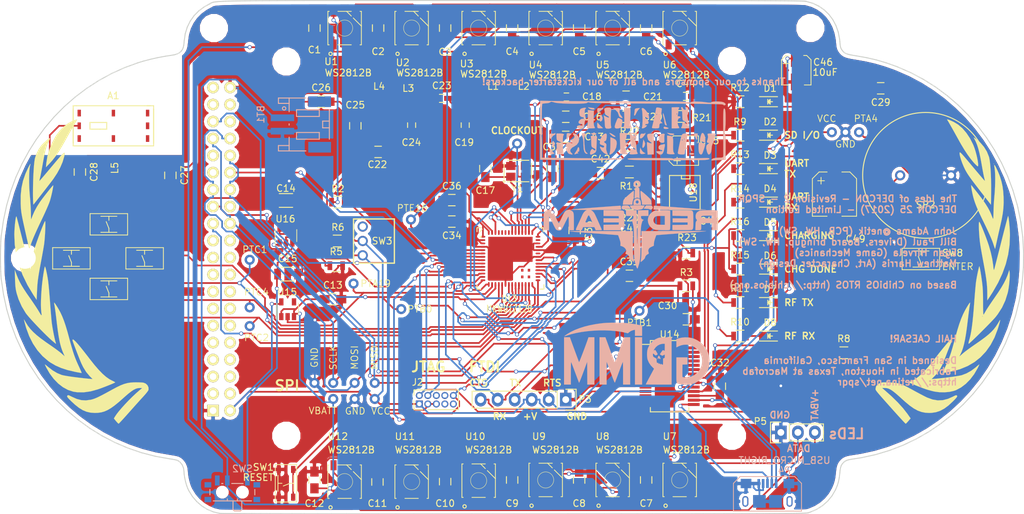
<source format=kicad_pcb>
(kicad_pcb (version 20160815) (host pcbnew "(2016-12-18 revision 3ffa37c)-master")
  (layers (0 F.Cu mixed hide) (31 B.Cu mixed hide) (34 B.Paste user hide) (35 F.Paste user hide) (36 B.SilkS user) (37 F.SilkS user) (38 B.Mask user hide) (39 F.Mask user hide) (44 Edge.Cuts user))
  (net 0 "")
  (net 1 "Net-(A1-Pad1)")
  (net 2 "Net-(A1-Pad3)")
  (net 3 "Net-(A1-Pad8)")
  (net 4 "Net-(A1-Pad6)")
  (net 5 "Net-(A1-Pad7)")
  (net 6 "Net-(A1-Pad2)")
  (net 7 "Net-(A1-Pad5)")
  (net 8 "Net-(A1-Pad4)")
  (net 9 GND)
  (net 10 VBAT)
  (net 11 VUSB)
  (net 12 VR_PA)
  (net 13 LEDS_IN)
  (net 14 "Net-(C19-Pad1)")
  (net 15 "Net-(C20-Pad2)")
  (net 16 "Net-(C21-Pad2)")
  (net 17 VCC)
  (net 18 "Net-(C23-Pad1)")
  (net 19 "Net-(C24-Pad1)")
  (net 20 "Net-(C25-Pad1)")
  (net 21 "Net-(C26-Pad1)")
  (net 22 +3V3)
  (net 23 "Net-(D1-Pad1)")
  (net 24 "Net-(D2-Pad1)")
  (net 25 "Net-(D3-Pad1)")
  (net 26 "Net-(D3-Pad2)")
  (net 27 "Net-(D4-Pad2)")
  (net 28 "Net-(D4-Pad1)")
  (net 29 "Net-(D5-Pad1)")
  (net 30 "Net-(D6-Pad2)")
  (net 31 "Net-(D7-Pad1)")
  (net 32 "Net-(D8-Pad1)")
  (net 33 DEBUG_SWD_DIO)
  (net 34 RESET_TGTMCU)
  (net 35 "Net-(J2-Pad8)")
  (net 36 "Net-(J2-Pad6)")
  (net 37 DEBUG_SWD_CLK)
  (net 38 "Net-(J2-Pad9)")
  (net 39 "Net-(J2-Pad7)")
  (net 40 "Net-(L1-Pad1)")
  (net 41 TILTSENS)
  (net 42 "Net-(P2-Pad39)")
  (net 43 "Net-(P2-Pad38)")
  (net 44 "Net-(P2-Pad37)")
  (net 45 "Net-(P2-Pad36)")
  (net 46 PTB0)
  (net 47 "DISP_SDI(MOSI)")
  (net 48 DISP_SCK)
  (net 49 "DISP_SDO(MISO)")
  (net 50 "Net-(P2-Pad31)")
  (net 51 TOUCH_CS)
  (net 52 "Net-(P2-Pad29)")
  (net 53 "Net-(P2-Pad26)")
  (net 54 DISP_DC)
  (net 55 DISP_CS)
  (net 56 "Net-(P2-Pad22)")
  (net 57 "Net-(P2-Pad21)")
  (net 58 "Net-(P2-Pad20)")
  (net 59 "Net-(P2-Pad19)")
  (net 60 "Net-(P2-Pad18)")
  (net 61 "Net-(P2-Pad17)")
  (net 62 "Net-(P2-Pad16)")
  (net 63 "Net-(P2-Pad15)")
  (net 64 "Net-(P2-Pad14)")
  (net 65 "Net-(P2-Pad13)")
  (net 66 "Net-(P2-Pad12)")
  (net 67 "Net-(P2-Pad11)")
  (net 68 "Net-(P2-Pad10)")
  (net 69 "Net-(P2-Pad9)")
  (net 70 "Net-(P2-Pad8)")
  (net 71 "Net-(P2-Pad7)")
  (net 72 "Net-(P2-Pad6)")
  (net 73 "Net-(P2-Pad5)")
  (net 74 "Net-(P2-Pad4)")
  (net 75 "Net-(P2-Pad3)")
  (net 76 "Net-(P3-Pad6)")
  (net 77 UART_RX)
  (net 78 UART_TX)
  (net 79 UART0_CTS)
  (net 80 "Net-(P4-Pad2)")
  (net 81 "Net-(P4-Pad3)")
  (net 82 PWM_SOUND)
  (net 83 "Net-(R2-Pad2)")
  (net 84 "Net-(R3-Pad1)")
  (net 85 "Net-(R5-Pad1)")
  (net 86 RF_RESET)
  (net 87 PTE16)
  (net 88 "Net-(R15-Pad1)")
  (net 89 "Net-(SW2-Pad3)")
  (net 90 "Net-(U1-PadP$2)")
  (net 91 "Net-(U2-PadP$2)")
  (net 92 "Net-(U3-PadP$2)")
  (net 93 "Net-(U4-PadP$2)")
  (net 94 "Net-(U5-PadP$2)")
  (net 95 "Net-(U6-PadP$2)")
  (net 96 "Net-(U7-PadP$2)")
  (net 97 "Net-(U8-PadP$2)")
  (net 98 "Net-(U10-PadP$4)")
  (net 99 "Net-(U10-PadP$2)")
  (net 100 "Net-(U11-PadP$2)")
  (net 101 "Net-(U13-Pad59)")
  (net 102 "Net-(U13-Pad57)")
  (net 103 "Net-(U13-Pad58)")
  (net 104 "Net-(U13-Pad60)")
  (net 105 CLOCKOUT)
  (net 106 "Net-(U13-Pad53)")
  (net 107 "Net-(U13-Pad52)")
  (net 108 "Net-(U13-Pad51)")
  (net 109 "Net-(U13-Pad50)")
  (net 110 "Net-(U13-Pad41)")
  (net 111 "Net-(U13-Pad37)")
  (net 112 "Net-(U13-Pad30)")
  (net 113 "Net-(U14-Pad28)")
  (net 114 "Net-(U14-Pad27)")
  (net 115 "Net-(U14-Pad24)")
  (net 116 "Net-(U14-Pad14)")
  (net 117 "Net-(U14-Pad13)")
  (net 118 "Net-(U14-Pad12)")
  (net 119 "Net-(U14-Pad10)")
  (net 120 "Net-(U14-Pad9)")
  (net 121 "Net-(U14-Pad8)")
  (net 122 "Net-(U14-Pad6)")
  (net 123 "Net-(U14-Pad4)")
  (net 124 "Net-(U14-Pad2)")
  (net 125 "Net-(U15-Pad4)")
  (net 126 "Net-(C17-Pad1)")
  (net 127 "Net-(C33-Pad1)")
  (net 128 "Net-(P5-Pad2)")
  (net 129 "Net-(SW3-Pad3)")
  (net 130 SWENTER)
  (net 131 SWUP)
  (net 132 SWR)
  (net 133 SWL)
  (net 134 SWDN)
  (net 135 "Net-(C49-PadP$2)")
  (net 136 DIO0)
  (net 137 DACOUT)
  (net 138 "Net-(C45-PadP$1)")
  (net 139 "Net-(C44-Pad1)")
  (net 140 "Net-(C47-Pad1)")
  (net 141 "Net-(C46-PadP$1)")
  (net 142 "Net-(C45-PadP$2)")
  (net 143 "Net-(C47-Pad2)")
  (net 144 "Net-(C43-Pad2)")
  (net 145 "Net-(C42-Pad1)")
  (net 146 "Net-(C42-Pad2)")
  (net 147 "Net-(H5-Pad1)")
  (net 148 "Net-(H6-Pad1)")
  (net 149 "Net-(H1-Pad1)")
  (net 150 "Net-(H2-Pad1)")
  (net 151 "Net-(H3-Pad1)")
  (net 152 "Net-(H4-Pad1)")
  (net 153 "Net-(H7-Pad1)")
  (net 154 PTB1)
  (net 155 VCHG)
  (module logos:hw_200dpi (layer B.Cu) (at 166.55 69.492 180)
    (fp_text reference "" (at 0 0 180) (layer B.SilkS) (effects (justify mirror)))
    (fp_text value "" (at 0 0 180) (layer B.SilkS) (effects (justify mirror)))
  )
  (module logos:grimm_600dpi (layer B.Cu) (at 167.53 106.152 180)
    (fp_text reference "" (at 0 0 180) (layer B.SilkS) (effects (justify mirror)))
    (fp_text value "" (at 0 0 180) (layer B.SilkS) (effects (justify mirror)))
  )
  (module logos:redteam_31_40 (layer B.Cu) (at 167.34 83.332 180)
    (fp_text reference "" (at 0 0 180) (layer B.SilkS) (effects (justify mirror)))
    (fp_text value "" (at 0 0 180) (layer B.SilkS) (effects (justify mirror)))
  )
  (module logos:laurel_right (layer F.Cu) (at 215.278 91)
    (fp_text reference "" (at 0 0) (layer F.SilkS))
    (fp_text value "" (at 0 0) (layer F.SilkS))
  )
  (module logos:laurel (layer F.Cu) (at 82.69 91)
    (fp_text reference "" (at 0 0) (layer F.SilkS))
    (fp_text value "" (at 0 0) (layer F.SilkS))
  )
  (module jna-parts:mkw01z128 (layer F.Cu) (at 148.7778 89.18195)
    (fp_text reference U13 (at -0.17 6.012) (layer F.SilkS) (effects (font (size 1.016 0.762) (thickness 0.127))))
    (fp_text value MKW01Z128 (at -0.17 7.536 -180) (layer F.SilkS) (effects (font (size 1.016 0.762) (thickness 0.127))))
    (pad "" smd rect (at -1.46 1.54) (size 3.6827 3.2385) (layers F.Cu))
    (pad "" smd rect (at 0 -1.37) (size 6.604 3.7452) (layers F.Cu))
    (pad 62 smd rect (at 1.45 -1.55) (size 2.72 2.72) (layers F.Cu F.Mask))
    (pad 61 smd rect (at -1.5 1.4181) (size 2.87 2.87) (layers F.Cu F.Mask))
    (pad 29 smd oval (at 4.1064 3.2501) (size 0.7112 0.254) (layers F.Cu F.Paste F.Mask) (net 41 TILTSENS))
    (pad 30 smd oval (at 4.1064 2.7501) (size 0.7112 0.254) (layers F.Cu F.Paste F.Mask) (net 112 "Net-(U13-Pad30)"))
    (pad 31 smd oval (at 4.1064 2.2501) (size 0.7112 0.254) (layers F.Cu F.Paste F.Mask) (net 86 RF_RESET))
    (pad 32 smd oval (at 4.1064 1.7501) (size 0.7112 0.254) (layers F.Cu F.Paste F.Mask) (net 49 "DISP_SDO(MISO)"))
    (pad 33 smd oval (at 4.1064 1.2501) (size 0.7112 0.254) (layers F.Cu F.Paste F.Mask) (net 34 RESET_TGTMCU))
    (pad 34 smd oval (at 4.1064 0.7501) (size 0.7112 0.254) (layers F.Cu F.Paste F.Mask) (net 47 "DISP_SDI(MOSI)"))
    (pad 35 smd oval (at 4.1064 0.2501) (size 0.7112 0.254) (layers F.Cu F.Paste F.Mask) (net 17 VCC))
    (pad 36 smd oval (at 4.1064 -0.2499) (size 0.7112 0.254) (layers F.Cu F.Paste F.Mask) (net 9 GND))
    (pad 37 smd oval (at 4.1064 -0.7499) (size 0.7112 0.254) (layers F.Cu F.Paste F.Mask) (net 111 "Net-(U13-Pad37)"))
    (pad 38 smd oval (at 4.1064 -1.2499) (size 0.7112 0.254) (layers F.Cu F.Paste F.Mask) (net 9 GND))
    (pad 39 smd oval (at 4.1064 -1.7499) (size 0.7112 0.254) (layers F.Cu F.Paste F.Mask) (net 40 "Net-(L1-Pad1)"))
    (pad 40 smd oval (at 4.1064 -2.2499) (size 0.7112 0.254) (layers F.Cu F.Paste F.Mask) (net 9 GND))
    (pad 41 smd oval (at 4.1064 -2.7499) (size 0.7112 0.254) (layers F.Cu F.Paste F.Mask) (net 110 "Net-(U13-Pad41)"))
    (pad 42 smd oval (at 4.1064 -3.2499) (size 0.7112 0.254) (layers F.Cu F.Paste F.Mask) (net 12 VR_PA))
    (pad 14 smd oval (at -4.1064 3.2501) (size 0.7112 0.254) (layers F.Cu F.Paste F.Mask) (net 77 UART_RX))
    (pad 13 smd oval (at -4.1064 2.7501) (size 0.7112 0.254) (layers F.Cu F.Paste F.Mask) (net 78 UART_TX))
    (pad 12 smd oval (at -4.1064 2.2501) (size 0.7112 0.254) (layers F.Cu F.Paste F.Mask) (net 130 SWENTER))
    (pad 11 smd oval (at -4.1064 1.7501) (size 0.7112 0.254) (layers F.Cu F.Paste F.Mask) (net 33 DEBUG_SWD_DIO))
    (pad 10 smd oval (at -4.1064 1.2501) (size 0.7112 0.254) (layers F.Cu F.Paste F.Mask) (net 37 DEBUG_SWD_CLK))
    (pad 9 smd oval (at -4.1064 0.7501) (size 0.7112 0.254) (layers F.Cu F.Paste F.Mask) (net 137 DACOUT))
    (pad 8 smd oval (at -4.1064 0.2501) (size 0.7112 0.254) (layers F.Cu F.Paste F.Mask) (net 51 TOUCH_CS))
    (pad 7 smd oval (at -4.1064 -0.2499) (size 0.7112 0.254) (layers F.Cu F.Paste F.Mask) (net 54 DISP_DC))
    (pad 6 smd oval (at -4.1064 -0.7499) (size 0.7112 0.254) (layers F.Cu F.Paste F.Mask) (net 13 LEDS_IN))
    (pad 5 smd oval (at -4.1064 -1.2499) (size 0.7112 0.254) (layers F.Cu F.Paste F.Mask) (net 87 PTE16))
    (pad 4 smd oval (at -4.1064 -1.7499) (size 0.7112 0.254) (layers F.Cu F.Paste F.Mask) (net 9 GND))
    (pad 3 smd oval (at -4.1064 -2.2499) (size 0.7112 0.254) (layers F.Cu F.Paste F.Mask) (net 9 GND))
    (pad 2 smd oval (at -4.1064 -2.7499) (size 0.7112 0.254) (layers F.Cu F.Paste F.Mask) (net 9 GND))
    (pad 1 smd oval (at -4.1064 -3.2499) (size 0.7112 0.254) (layers F.Cu F.Paste F.Mask) (net 17 VCC))
    (pad 28 smd oval (at 3.2615 3.8778) (size 0.254 0.7112) (layers F.Cu F.Paste F.Mask) (net 48 DISP_SCK))
    (pad 27 smd oval (at 2.7615 3.8778) (size 0.254 0.7112) (layers F.Cu F.Paste F.Mask) (net 55 DISP_CS))
    (pad 26 smd oval (at 2.2615 3.8778) (size 0.254 0.7112) (layers F.Cu F.Paste F.Mask) (net 136 DIO0))
    (pad 25 smd oval (at 1.7615 3.8778) (size 0.254 0.7112) (layers F.Cu F.Paste F.Mask) (net 133 SWL))
    (pad 24 smd oval (at 1.2615 3.8778) (size 0.254 0.7112) (layers F.Cu F.Paste F.Mask) (net 132 SWR))
    (pad 23 smd oval (at 0.7615 3.8778) (size 0.254 0.7112) (layers F.Cu F.Paste F.Mask) (net 134 SWDN))
    (pad 22 smd oval (at 0.2615 3.8778) (size 0.254 0.7112) (layers F.Cu F.Paste F.Mask) (net 79 UART0_CTS))
    (pad 21 smd oval (at -0.2385 3.8778) (size 0.254 0.7112) (layers F.Cu F.Paste F.Mask) (net 82 PWM_SOUND))
    (pad 20 smd oval (at -0.7385 3.8778) (size 0.254 0.7112) (layers F.Cu F.Paste F.Mask) (net 9 GND))
    (pad 19 smd oval (at -1.2385 3.8778) (size 0.254 0.7112) (layers F.Cu F.Paste F.Mask) (net 17 VCC))
    (pad 18 smd oval (at -1.7385 3.8778) (size 0.254 0.7112) (layers F.Cu F.Paste F.Mask) (net 154 PTB1))
    (pad 17 smd oval (at -2.2385 3.8778) (size 0.254 0.7112) (layers F.Cu F.Paste F.Mask) (net 46 PTB0))
    (pad 16 smd oval (at -2.7385 3.8778) (size 0.254 0.7112) (layers F.Cu F.Paste F.Mask) (net 131 SWUP))
    (pad 15 smd oval (at -3.2385 3.8778) (size 0.254 0.7112) (layers F.Cu F.Paste F.Mask) (net 105 CLOCKOUT))
    (pad 43 smd oval (at 3.2602 -3.8778) (size 0.254 0.7112) (layers F.Cu F.Paste F.Mask) (net 17 VCC))
    (pad 44 smd oval (at 2.7603 -3.8778) (size 0.254 0.7112) (layers F.Cu F.Paste F.Mask) (net 16 "Net-(C21-Pad2)"))
    (pad 45 smd oval (at 2.2604 -3.8778) (size 0.254 0.7112) (layers F.Cu F.Paste F.Mask) (net 15 "Net-(C20-Pad2)"))
    (pad 46 smd oval (at 1.7605 -3.8778) (size 0.254 0.7112) (layers F.Cu F.Paste F.Mask) (net 127 "Net-(C33-Pad1)"))
    (pad 47 smd oval (at 1.2606 -3.8778) (size 0.254 0.7112) (layers F.Cu F.Paste F.Mask) (net 126 "Net-(C17-Pad1)"))
    (pad 48 smd oval (at 0.7607 -3.8778) (size 0.254 0.7112) (layers F.Cu F.Paste F.Mask) (net 86 RF_RESET))
    (pad 49 smd oval (at 0.2608 -3.8778) (size 0.254 0.7112) (layers F.Cu F.Paste F.Mask) (net 136 DIO0))
    (pad 50 smd oval (at -0.2391 -3.8778) (size 0.254 0.7112) (layers F.Cu F.Paste F.Mask) (net 109 "Net-(U13-Pad50)"))
    (pad 51 smd oval (at -0.739 -3.8778) (size 0.254 0.7112) (layers F.Cu F.Paste F.Mask) (net 108 "Net-(U13-Pad51)"))
    (pad 52 smd oval (at -1.2389 -3.8778) (size 0.254 0.7112) (layers F.Cu F.Paste F.Mask) (net 107 "Net-(U13-Pad52)"))
    (pad 53 smd oval (at -1.7388 -3.8778) (size 0.254 0.7112) (layers F.Cu F.Paste F.Mask) (net 106 "Net-(U13-Pad53)"))
    (pad 54 smd oval (at -2.2387 -3.8778) (size 0.254 0.7112) (layers F.Cu F.Paste F.Mask) (net 105 CLOCKOUT))
    (pad 55 smd oval (at -2.7386 -3.8778) (size 0.254 0.7112) (layers F.Cu F.Paste F.Mask) (net 17 VCC))
    (pad 56 smd oval (at -3.2385 -3.8778) (size 0.254 0.7112) (layers F.Cu F.Paste F.Mask) (net 17 VCC))
    (pad 60 smd rect (at 2.7615 2.7501) (size 0.3556 0.4181) (layers F.Cu F.Paste F.Mask) (net 104 "Net-(U13-Pad60)"))
    (pad 58 smd rect (at 2.7615 1.7501) (size 0.3556 0.4181) (layers F.Cu F.Paste F.Mask) (net 103 "Net-(U13-Pad58)"))
    (pad 57 smd rect (at 1.7615 1.7501) (size 0.3556 0.4181) (layers F.Cu F.Paste F.Mask) (net 102 "Net-(U13-Pad57)"))
    (pad 59 smd rect (at 1.7615 2.7501) (size 0.3556 0.4181) (layers F.Cu F.Paste F.Mask) (net 101 "Net-(U13-Pad59)"))
  )
  (module Pin_Headers:Pin_Header_Straight_1x06 (layer F.Cu) (at 157.03 110.262 270)
    (fp_text reference P3 (at -0.064 -2.876) (layer F.SilkS))
    (fp_text value "FTDI BACKUP")
    (pad 6 thru_hole oval (at 0 12.7 270) (size 2.032 1.7272) (drill 1.016) (layers *.Cu *.Mask) (net 76 "Net-(P3-Pad6)"))
    (pad 5 thru_hole oval (at 0 10.16 270) (size 2.032 1.7272) (drill 1.016) (layers *.Cu *.Mask) (net 77 UART_RX))
    (pad 4 thru_hole oval (at 0 7.62 270) (size 2.032 1.7272) (drill 1.016) (layers *.Cu *.Mask) (net 78 UART_TX))
    (pad 3 thru_hole oval (at 0 5.08 270) (size 2.032 1.7272) (drill 1.016) (layers *.Cu *.Mask) (net 17 VCC))
    (pad 2 thru_hole oval (at 0 2.54 270) (size 2.032 1.7272) (drill 1.016) (layers *.Cu *.Mask) (net 79 UART0_CTS))
    (pad 1 thru_hole rect (at 0 0 270) (size 2.032 1.7272) (drill 1.016) (layers *.Cu *.Mask) (net 9 GND))
  )
  (module Measurement_Points:Measurement_Point_Round-TH_Small (layer F.Cu) (at 109.868 99.276)
    (fp_text reference TP7 hide)
    (fp_text value PTC2)
    (pad 1 thru_hole circle (at 0 0) (size 1.5 1.5) (drill 0.8) (layers *.Cu *.Mask) (net 133 SWL))
  )
  (module Measurement_Points:Measurement_Point_Round-TH_Small (layer F.Cu) (at 168.034 96.99)
    (fp_text reference TP14 hide)
    (fp_text value PTB1)
    (pad 1 thru_hole circle (at 0 0) (size 1.5 1.5) (drill 0.8) (layers *.Cu *.Mask) (net 154 PTB1))
  )
  (module Measurement_Points:Measurement_Point_Round-TH_Small (layer F.Cu) (at 133.93 83.362)
    (fp_text reference TP13 hide)
    (fp_text value PTE16)
    (pad 1 thru_hole circle (at 0 0) (size 1.5 1.5) (drill 0.8) (layers *.Cu *.Mask) (net 87 PTE16))
  )
  (module Measurement_Points:Measurement_Point_Round-TH_Small (layer F.Cu) (at 132.474 96.736)
    (fp_text reference TP12 hide)
    (fp_text value PTB0)
    (pad 1 thru_hole circle (at 0 0) (size 1.5 1.5) (drill 0.8) (layers *.Cu *.Mask) (net 46 PTB0))
  )
  (module Measurement_Points:Measurement_Point_Round-TH_Small (layer F.Cu) (at 109.868 89.37)
    (fp_text reference TP11 hide)
    (fp_text value PTC1)
    (pad 1 thru_hole circle (at 0 0) (size 1.5 1.5) (drill 0.8) (layers *.Cu *.Mask) (net 132 SWR))
  )
  (module Measurement_Points:Measurement_Point_Round-TH_Small (layer F.Cu) (at 125.362 92.926)
    (fp_text reference TP6 hide)
    (fp_text value PTA19)
    (pad 1 thru_hole circle (at 0 0) (size 1.5 1.5) (drill 0.8) (layers *.Cu *.Mask) (net 131 SWUP))
  )
  (module Measurement_Points:Measurement_Point_Round-TH_Small (layer F.Cu) (at 109.868 96.482)
    (fp_text reference TP8 hide)
    (fp_text value PTC4)
    (pad 1 thru_hole circle (at 0 0) (size 1.5 1.5) (drill 0.8) (layers *.Cu *.Mask) (net 134 SWDN))
  )
  (module Capacitors_SMD:C_0805_HandSoldering (layer F.Cu) (at 140.03 83.662 180)
    (fp_text reference C34 (at 0 -2.1 180) (layer F.SilkS))
    (fp_text value 0.1uF)
    (pad 2 smd rect (at 1.25 0 180) (size 1.5 1.25) (layers F.Cu F.Paste F.Mask) (net 17 VCC))
    (pad 1 smd rect (at -1.25 0 180) (size 1.5 1.25) (layers F.Cu F.Paste F.Mask) (net 9 GND))
  )
  (module Capacitors_SMD:C_0805_HandSoldering (layer F.Cu) (at 158.355 84.987 270)
    (fp_text reference C35 (at 0 -2.1 270) (layer F.SilkS))
    (fp_text value 0.1uF)
    (pad 1 smd rect (at -1.25 0 270) (size 1.5 1.25) (layers F.Cu F.Paste F.Mask) (net 17 VCC))
    (pad 2 smd rect (at 1.25 0 270) (size 1.5 1.25) (layers F.Cu F.Paste F.Mask) (net 9 GND))
  )
  (module Capacitors_SMD:C_0805_HandSoldering (layer F.Cu) (at 140.03 80.462)
    (fp_text reference C36 (at 0 -2.1) (layer F.SilkS))
    (fp_text value 0.1uF)
    (pad 2 smd rect (at 1.25 0) (size 1.5 1.25) (layers F.Cu F.Paste F.Mask) (net 9 GND))
    (pad 1 smd rect (at -1.25 0) (size 1.5 1.25) (layers F.Cu F.Paste F.Mask) (net 17 VCC))
  )
  (module Capacitors_SMD:C_0603_HandSoldering (layer F.Cu) (at 174.93 64.962)
    (fp_text reference C44 (at 0 -1.9) (layer F.SilkS))
    (fp_text value 0.01uF)
    (pad 2 smd rect (at 0.95 0) (size 1.2 0.75) (layers F.Cu F.Paste F.Mask) (net 9 GND))
    (pad 1 smd rect (at -0.95 0) (size 1.2 0.75) (layers F.Cu F.Paste F.Mask) (net 139 "Net-(C44-Pad1)"))
  )
  (module Capacitors_SMD:C_0603_HandSoldering (layer F.Cu) (at 134.03 69.262 270)
    (fp_text reference C24 (at 2.582 0.032) (layer F.SilkS))
    (fp_text value 7.5pF)
    (pad 1 smd rect (at -0.95 0 270) (size 1.2 0.75) (layers F.Cu F.Paste F.Mask) (net 19 "Net-(C24-Pad1)"))
    (pad 2 smd rect (at 0.95 0 270) (size 1.2 0.75) (layers F.Cu F.Paste F.Mask) (net 9 GND))
  )
  (module Capacitors_SMD:C_0603_HandSoldering (layer F.Cu) (at 138.53 65.262)
    (fp_text reference C23 (at 0 -1.9) (layer F.SilkS))
    (fp_text value 6.8pF)
    (pad 2 smd rect (at 0.95 0) (size 1.2 0.75) (layers F.Cu F.Paste F.Mask) (net 14 "Net-(C19-Pad1)"))
    (pad 1 smd rect (at -0.95 0) (size 1.2 0.75) (layers F.Cu F.Paste F.Mask) (net 18 "Net-(C23-Pad1)"))
  )
  (module Capacitors_SMD:C_0603_HandSoldering (layer F.Cu) (at 142.03 69.262 270)
    (fp_text reference C19 (at 2.582 0.158) (layer F.SilkS))
    (fp_text value 2pF)
    (pad 1 smd rect (at -0.95 0 270) (size 1.2 0.75) (layers F.Cu F.Paste F.Mask) (net 14 "Net-(C19-Pad1)"))
    (pad 2 smd rect (at 0.95 0 270) (size 1.2 0.75) (layers F.Cu F.Paste F.Mask) (net 9 GND))
  )
  (module Capacitors_SMD:C_0603_HandSoldering (layer F.Cu) (at 157.13 65.062)
    (fp_text reference C18 (at 3.792 -0.076) (layer F.SilkS))
    (fp_text value 0.01uF)
    (pad 2 smd rect (at 0.95 0) (size 1.2 0.75) (layers F.Cu F.Paste F.Mask) (net 9 GND))
    (pad 1 smd rect (at -0.95 0) (size 1.2 0.75) (layers F.Cu F.Paste F.Mask) (net 12 VR_PA))
  )
  (module Mounting_Holes:MountingHole_3.2mm_M3_DIN965 (layer F.Cu) (at 76.34 89.116)
    (fp_text reference H7 hide)
    (fp_text value CONN_01X01)
    (pad 1 np_thru_hole circle (at 0 0) (size 3.2 3.2) (drill 3.2) (layers *.Cu *.Mask) (net 153 "Net-(H7-Pad1)"))
  )
  (module MF_Connectors:MF_Connectors-MICROUSB-RIGHT (layer B.Cu) (at 187.13 124.062 180)
    (fp_text reference P4 (at -2.54 3.20548 180) (layer B.SilkS) (effects (font (size 1.016 1.016) (thickness 0.1524)) (justify mirror)))
    (fp_text value USB_MICRO_RIGHT (at -2.54 4.72948 180) (layer B.SilkS) (effects (font (size 1.016 1.016) (thickness 0.1524)) (justify mirror)))
    (pad 1 smd rect (at -1.29794 1.27) (size 0.39878 1.34874) (layers B.Cu B.Paste B.Mask) (net 11 VUSB) (clearance 0.127))
    (pad 2 smd rect (at -0.6477 1.27) (size 0.39878 1.34874) (layers B.Cu B.Paste B.Mask) (net 80 "Net-(P4-Pad2)") (clearance 0.127))
    (pad 3 smd rect (at 0 1.27) (size 0.39878 1.34874) (layers B.Cu B.Paste B.Mask) (net 81 "Net-(P4-Pad3)") (clearance 0.127))
    (pad 4 smd rect (at 0.6477 1.27) (size 0.39878 1.34874) (layers B.Cu B.Paste B.Mask) (net 9 GND) (clearance 0.127))
    (pad 5 smd rect (at 1.29794 1.27) (size 0.39878 1.34874) (layers B.Cu B.Paste B.Mask) (net 9 GND) (clearance 0.127))
    (pad S1 smd oval (at -3.29946 -1.39954) (size 0.89916 1.59766) (layers B.Cu B.Paste B.Mask) (net 9 GND))
    (pad S2 smd oval (at 3.29946 -1.39954) (size 0.89916 1.59766) (layers B.Cu B.Paste B.Mask) (net 9 GND))
    (pad S3 smd rect (at -3.19786 1.27 90) (size 1.39954 1.59766) (layers B.Cu B.Paste B.Mask) (net 9 GND))
    (pad S4 smd rect (at 3.19786 1.27 90) (size 1.39954 1.59766) (layers B.Cu B.Paste B.Mask) (net 9 GND))
    (pad S5 smd rect (at -1.19888 -1.40462 180) (size 1.89992 1.89992) (layers B.Cu B.Paste B.Mask) (net 9 GND))
    (pad S6 smd rect (at 1.19888 -1.40462 180) (size 1.89992 1.89992) (layers B.Cu B.Paste B.Mask) (net 9 GND))
    (pad S7 smd oval (at -3.29946 -1.39954) (size 0.89916 1.59766) (layers F.Cu F.Mask))
    (pad S8 smd oval (at 3.29946 -1.39954) (size 0.89916 1.59766) (layers F.Cu F.Mask))
    (pad SLOT thru_hole oval (at -3.3 -1.4 180) (size 0.5 1.2) (drill oval 0.5 1.2) (layers *.Cu *.Mask) (clearance 0.000003))
    (pad SLOT thru_hole oval (at 3.3 -1.4 180) (size 0.5 1.2) (drill oval 0.5 1.2) (layers *.Cu *.Mask) (clearance 0.000003))
  )
  (module Capacitors_SMD:C_0805_HandSoldering (layer F.Cu) (at 174.65 83.592 180)
    (fp_text reference C48 (at -3.8 0 180) (layer F.SilkS))
    (fp_text value 10uF)
    (pad 2 smd rect (at 1.25 0 180) (size 1.5 1.25) (layers F.Cu F.Paste F.Mask) (net 9 GND))
    (pad 1 smd rect (at -1.25 0 180) (size 1.5 1.25) (layers F.Cu F.Paste F.Mask) (net 10 VBAT))
  )
  (module Capacitors_SMD:C_0805_HandSoldering (layer F.Cu) (at 166.53 86.762)
    (fp_text reference C47 (at 0 -2.1) (layer F.SilkS))
    (fp_text value .047uF)
    (pad 2 smd rect (at 1.25 0) (size 1.5 1.25) (layers F.Cu F.Paste F.Mask) (net 143 "Net-(C47-Pad2)"))
    (pad 1 smd rect (at -1.25 0) (size 1.5 1.25) (layers F.Cu F.Paste F.Mask) (net 140 "Net-(C47-Pad1)"))
  )
  (module Capacitors_SMD:C_0805_HandSoldering (layer F.Cu) (at 162.212 76.416)
    (fp_text reference C42 (at 0 -2.1) (layer F.SilkS))
    (fp_text value 10uF)
    (pad 1 smd rect (at -1.25 0) (size 1.5 1.25) (layers F.Cu F.Paste F.Mask) (net 145 "Net-(C42-Pad1)"))
    (pad 2 smd rect (at 1.25 0) (size 1.5 1.25) (layers F.Cu F.Paste F.Mask) (net 146 "Net-(C42-Pad2)"))
  )
  (module Capacitors_SMD:C_0805_HandSoldering (layer F.Cu) (at 157.03 71.012 180)
    (fp_text reference C43 (at -4.25 0 180) (layer F.SilkS))
    (fp_text value 10uF)
    (pad 2 smd rect (at 1.25 0 180) (size 1.5 1.25) (layers F.Cu F.Paste F.Mask) (net 144 "Net-(C43-Pad2)"))
    (pad 1 smd rect (at -1.25 0 180) (size 1.5 1.25) (layers F.Cu F.Paste F.Mask) (net 145 "Net-(C42-Pad1)"))
  )
  (module MF_Passives:MF_Passives-CP4MM (layer F.Cu) (at 174.65 73.072 270)
    (fp_text reference C45 (at -1.482 -3.798) (layer F.SilkS) (effects (font (size 1.016 1.016) (thickness 0.1524))))
    (fp_text value 10uF hide)
    (pad P$1 smd rect (at 0 1.74752) (size 2.49936 1.59766) (layers F.Cu F.Paste F.Mask) (net 138 "Net-(C45-PadP$1)"))
    (pad P$2 smd rect (at 0 -1.74752) (size 2.49936 1.59766) (layers F.Cu F.Paste F.Mask) (net 142 "Net-(C45-PadP$2)"))
  )
  (module MF_Passives:MF_Passives-CP4MM (layer F.Cu) (at 191.43 61.062 180)
    (fp_text reference C46 (at -4 1.2 180) (layer F.SilkS) (effects (font (size 1.016 1.016) (thickness 0.1524))))
    (fp_text value 10uF (at -4.3 -0.3 180) (layer F.SilkS) (effects (font (size 1.016 1.016) (thickness 0.1524))))
    (pad P$2 smd rect (at 0 -1.74752 270) (size 2.49936 1.59766) (layers F.Cu F.Paste F.Mask) (net 9 GND))
    (pad P$1 smd rect (at 0 1.74752 270) (size 2.49936 1.59766) (layers F.Cu F.Paste F.Mask) (net 141 "Net-(C46-PadP$1)"))
  )
  (module MF_Passives:MF_Passives-CP6.3MM (layer F.Cu) (at 197.13 79.562 180)
    (fp_text reference C49 (at -3.15 -6.7 180) (layer F.SilkS) (effects (font (size 1.016 1.016) (thickness 0.1524))))
    (fp_text value 100uF hide)
    (pad P$1 smd rect (at 0 2.69748 270) (size 3.19786 1.59766) (layers F.Cu F.Paste F.Mask) (net 140 "Net-(C47-Pad1)"))
    (pad P$2 smd rect (at 0 -2.69748 270) (size 3.19786 1.59766) (layers F.Cu F.Paste F.Mask) (net 135 "Net-(C49-PadP$2)"))
  )
  (module Measurement_Points:Measurement_Point_Round-TH_Small (layer F.Cu) (at 128.53 110.162)
    (fp_text reference TP3 hide)
    (fp_text value VCC)
    (pad 1 thru_hole circle (at 0 0) (size 1.5 1.5) (drill 0.8) (layers *.Cu *.Mask) (net 17 VCC))
  )
  (module Measurement_Points:Measurement_Point_Round-TH_Small (layer F.Cu) (at 128.53 107.762)
    (fp_text reference TP20 hide)
    (fp_text value SPI_CH1_MISO)
    (pad 1 thru_hole circle (at 0 0) (size 1.5 1.5) (drill 0.8) (layers *.Cu *.Mask) (net 49 "DISP_SDO(MISO)"))
  )
  (module Measurement_Points:Measurement_Point_Round-TH_Small (layer F.Cu) (at 125.53 110.162)
    (fp_text reference TP10 hide)
    (fp_text value GND)
    (pad 1 thru_hole circle (at 0 0) (size 1.5 1.5) (drill 0.8) (layers *.Cu *.Mask) (net 9 GND))
  )
  (module Measurement_Points:Measurement_Point_Round-TH_Small (layer F.Cu) (at 196.736 70.32)
    (fp_text reference TP9 hide)
    (fp_text value VCC)
    (pad 1 thru_hole circle (at 0 0) (size 1.5 1.5) (drill 0.8) (layers *.Cu *.Mask) (net 17 VCC))
  )
  (module Measurement_Points:Measurement_Point_Round-TH_Small (layer F.Cu) (at 200.8 70.32)
    (fp_text reference TP1 hide)
    (fp_text value PTA4)
    (pad 1 thru_hole circle (at 0 0) (size 1.5 1.5) (drill 0.8) (layers *.Cu *.Mask) (net 130 SWENTER))
  )
  (module Measurement_Points:Measurement_Point_Round-TH_Small (layer F.Cu) (at 198.768 70.32)
    (fp_text reference TP2 hide)
    (fp_text value GND)
    (pad 1 thru_hole circle (at 0 0) (size 1.5 1.5) (drill 0.8) (layers *.Cu *.Mask) (net 9 GND))
  )
  (module Measurement_Points:Measurement_Point_Round-TH_Small (layer F.Cu) (at 125.53 107.762)
    (fp_text reference TP19 hide)
    (fp_text value SPI_CH1_MOSI)
    (pad 1 thru_hole circle (at 0 0) (size 1.5 1.5) (drill 0.8) (layers *.Cu *.Mask) (net 47 "DISP_SDI(MOSI)"))
  )
  (module Measurement_Points:Measurement_Point_Round-TH_Small (layer F.Cu) (at 122.33 110.162)
    (fp_text reference TP4 hide)
    (fp_text value VBAT)
    (pad 1 thru_hole circle (at 0 0) (size 1.5 1.5) (drill 0.8) (layers *.Cu *.Mask) (net 10 VBAT))
  )
  (module Measurement_Points:Measurement_Point_Round-TH_Small (layer F.Cu) (at 149.78 72.012)
    (fp_text reference TP18 hide)
    (fp_text value CLOCKOUT)
    (pad 1 thru_hole circle (at 0 0) (size 1.5 1.5) (drill 0.8) (layers *.Cu *.Mask) (net 105 CLOCKOUT))
  )
  (module Measurement_Points:Measurement_Point_Round-TH_Small (layer F.Cu) (at 122.33 107.762)
    (fp_text reference TP17 hide)
    (fp_text value SPI_CH1_SCLK)
    (pad 1 thru_hole circle (at 0 0) (size 1.5 1.5) (drill 0.8) (layers *.Cu *.Mask) (net 48 DISP_SCK))
  )
  (module Measurement_Points:Measurement_Point_Round-TH_Small (layer F.Cu) (at 119.53 107.762)
    (fp_text reference TP5 hide)
    (fp_text value GND)
    (pad 1 thru_hole circle (at 0 0) (size 1.5 1.5) (drill 0.8) (layers *.Cu *.Mask) (net 9 GND))
  )
  (module Resistors_SMD:R_0805 (layer F.Cu) (at 166.53 76.262 180)
    (fp_text reference R19 (at 0 -2.1 180) (layer F.SilkS))
    (fp_text value 1k)
    (pad 1 smd rect (at -0.95 0 180) (size 0.7 1.3) (layers F.Cu F.Paste F.Mask) (net 146 "Net-(C42-Pad2)"))
    (pad 2 smd rect (at 0.95 0 180) (size 0.7 1.3) (layers F.Cu F.Paste F.Mask) (net 82 PWM_SOUND))
  )
  (module Resistors_SMD:R_0805 (layer F.Cu) (at 175.03 88.362 180)
    (fp_text reference R23 (at -0.1 2.3 180) (layer F.SilkS))
    (fp_text value 10k)
    (pad 2 smd rect (at 0.95 0 180) (size 0.7 1.3) (layers F.Cu F.Paste F.Mask) (net 9 GND))
    (pad 1 smd rect (at -0.95 0 180) (size 0.7 1.3) (layers F.Cu F.Paste F.Mask) (net 143 "Net-(C47-Pad2)"))
  )
  (module Resistors_SMD:R_0805 (layer F.Cu) (at 166.53 72.262)
    (fp_text reference R22 (at 0 -2.1) (layer F.SilkS))
    (fp_text value 1k)
    (pad 1 smd rect (at -0.95 0) (size 0.7 1.3) (layers F.Cu F.Paste F.Mask) (net 139 "Net-(C44-Pad1)"))
    (pad 2 smd rect (at 0.95 0) (size 0.7 1.3) (layers F.Cu F.Paste F.Mask) (net 9 GND))
  )
  (module Resistors_SMD:R_0805 (layer F.Cu) (at 174.13 67.962)
    (fp_text reference R21 (at 3.2 0.2) (layer F.SilkS))
    (fp_text value 100k)
    (pad 2 smd rect (at 0.95 0) (size 0.7 1.3) (layers F.Cu F.Paste F.Mask) (net 145 "Net-(C42-Pad1)"))
    (pad 1 smd rect (at -0.95 0) (size 0.7 1.3) (layers F.Cu F.Paste F.Mask) (net 139 "Net-(C44-Pad1)"))
  )
  (module Resistors_SMD:R_0805 (layer F.Cu) (at 166.53 81.012 180)
    (fp_text reference R20 (at 0 -2.1 180) (layer F.SilkS))
    (fp_text value 1k)
    (pad 2 smd rect (at 0.95 0 180) (size 0.7 1.3) (layers F.Cu F.Paste F.Mask) (net 137 DACOUT))
    (pad 1 smd rect (at -0.95 0 180) (size 0.7 1.3) (layers F.Cu F.Paste F.Mask) (net 144 "Net-(C43-Pad2)"))
  )
  (module SMD_Packages:SOIC-8-N (layer F.Cu) (at 174.8 79.322 270)
    (fp_text reference U18 (at 0 -1.27 270) (layer F.SilkS))
    (fp_text value LM386)
    (pad 1 smd rect (at -1.905 3.175 270) (size 0.508 1.143) (layers F.Cu F.Paste F.Mask) (net 138 "Net-(C45-PadP$1)"))
    (pad 2 smd rect (at -0.635 3.175 270) (size 0.508 1.143) (layers F.Cu F.Paste F.Mask) (net 9 GND))
    (pad 3 smd rect (at 0.635 3.175 270) (size 0.508 1.143) (layers F.Cu F.Paste F.Mask) (net 139 "Net-(C44-Pad1)"))
    (pad 4 smd rect (at 1.905 3.175 270) (size 0.508 1.143) (layers F.Cu F.Paste F.Mask) (net 9 GND))
    (pad 5 smd rect (at 1.905 -3.175 270) (size 0.508 1.143) (layers F.Cu F.Paste F.Mask) (net 140 "Net-(C47-Pad1)"))
    (pad 6 smd rect (at 0.635 -3.175 270) (size 0.508 1.143) (layers F.Cu F.Paste F.Mask) (net 10 VBAT))
    (pad 7 smd rect (at -0.635 -3.175 270) (size 0.508 1.143) (layers F.Cu F.Paste F.Mask) (net 141 "Net-(C46-PadP$1)"))
    (pad 8 smd rect (at -1.905 -3.175 270) (size 0.508 1.143) (layers F.Cu F.Paste F.Mask) (net 142 "Net-(C45-PadP$2)"))
  )
  (module jna-parts:SPEAKER_AST_01708MR_R (layer F.Cu) (at 210.73 76.762)
    (fp_text reference SP2 (at 0 4.4) (layer F.SilkS))
    (fp_text value "MODEL TBD")
    (pad 1 thru_hole circle (at -3.8 0) (size 1.524 1.524) (drill 0.9) (layers *.Cu *.Mask) (net 135 "Net-(C49-PadP$2)"))
    (pad 2 thru_hole circle (at 3.8 0) (size 1.524 1.524) (drill 0.9) (layers *.Cu *.Mask) (net 9 GND))
  )
  (module jna-parts:Crystal_EXS00A-CS02368 (layer F.Cu) (at 149.93 76.162)
    (fp_text reference Y1 (at -0.15 2.6) (layer F.SilkS))
    (fp_text value EXS00A-CS02368)
    (pad 4 smd rect (at -1.1 -0.8) (size 1.4 1.2) (layers F.Cu F.Paste F.Mask) (net 9 GND))
    (pad 3 smd rect (at 1.1 -0.8) (size 1.4 1.2) (layers F.Cu F.Paste F.Mask) (net 127 "Net-(C33-Pad1)"))
    (pad 2 smd rect (at 1.1 0.8) (size 1.4 1.2) (layers F.Cu F.Paste F.Mask) (net 9 GND))
    (pad 1 smd rect (at -1.1 0.8) (size 1.4 1.2) (layers F.Cu F.Paste F.Mask) (net 126 "Net-(C17-Pad1)"))
  )
  (module jna-parts:Antenna_Wurth_7488910092 (layer F.Cu) (at 89.53 69.362 180)
    (fp_text reference A1 (at 0 4.5 180) (layer F.SilkS))
    (fp_text value 7488910092_ANTENNA)
    (pad 1 smd rect (at 5.1 -1.9 180) (size 0.5 1) (layers F.Cu F.Paste F.Mask) (net 1 "Net-(A1-Pad1)"))
    (pad 3 smd rect (at 5.1 1.9 180) (size 0.5 1) (layers F.Cu F.Paste F.Mask) (net 2 "Net-(A1-Pad3)"))
    (pad 8 smd rect (at -5.1 1.9 180) (size 0.5 1) (layers F.Cu F.Paste F.Mask) (net 3 "Net-(A1-Pad8)"))
    (pad 6 smd rect (at -5.1 -1.9 180) (size 0.5 1) (layers F.Cu F.Paste F.Mask) (net 4 "Net-(A1-Pad6)"))
    (pad 7 smd rect (at -5.1 0 180) (size 0.5 1) (layers F.Cu F.Paste F.Mask) (net 5 "Net-(A1-Pad7)"))
    (pad 2 smd rect (at 5.1 0 180) (size 0.5 1) (layers F.Cu F.Paste F.Mask) (net 6 "Net-(A1-Pad2)"))
    (pad 5 smd rect (at 0 1.9 180) (size 0.5 1) (layers F.Cu F.Paste F.Mask) (net 7 "Net-(A1-Pad5)"))
    (pad 4 smd rect (at 0 -1.9 180) (size 0.5 1) (layers F.Cu F.Paste F.Mask) (net 8 "Net-(A1-Pad4)"))
  )
  (module Connectors_JST:JST_PH_S2B-PH-SM4-TB_02x2.00mm_Angled (layer B.Cu) (at 117.53 69.162 270)
    (fp_text reference BT1 (at -1.5 6 270) (layer B.SilkS) (effects (justify mirror)))
    (fp_text value "Battery 3.7v 1200mAh")
    (pad "" smd rect (at 3.4 -2.775 270) (size 1.6 3.4) (layers B.Cu B.Paste B.Mask))
    (pad "" smd rect (at -3.4 -2.775 270) (size 1.6 3.4) (layers B.Cu B.Paste B.Mask))
    (pad 2 smd rect (at 1 2.775 270) (size 1 3.5) (layers B.Cu B.Paste B.Mask) (net 9 GND))
    (pad 1 smd rect (at -1 2.775 270) (size 1 3.5) (layers B.Cu B.Paste B.Mask) (net 155 VCHG))
  )
  (module Pin_Headers:Pin_Header_Straight_2x05_Pitch1.27mm (layer F.Cu) (at 135.18 110.912 90)
    (fp_text reference J2 (at 3.25 -0.25) (layer F.SilkS))
    (fp_text value JTAG)
    (pad 2 thru_hole circle (at 1.27 0 90) (size 1.05 1.05) (drill 0.65) (layers *.Cu *.Mask) (net 33 DEBUG_SWD_DIO))
    (pad 10 thru_hole circle (at 1.27 5.08 90) (size 1.05 1.05) (drill 0.65) (layers *.Cu *.Mask) (net 34 RESET_TGTMCU))
    (pad 8 thru_hole circle (at 1.27 3.81 90) (size 1.05 1.05) (drill 0.65) (layers *.Cu *.Mask) (net 35 "Net-(J2-Pad8)"))
    (pad 6 thru_hole circle (at 1.27 2.54 90) (size 1.05 1.05) (drill 0.65) (layers *.Cu *.Mask) (net 36 "Net-(J2-Pad6)"))
    (pad 4 thru_hole circle (at 1.27 1.27 90) (size 1.05 1.05) (drill 0.65) (layers *.Cu *.Mask) (net 37 DEBUG_SWD_CLK))
    (pad 9 thru_hole circle (at 0 5.08 90) (size 1.05 1.05) (drill 0.65) (layers *.Cu *.Mask) (net 38 "Net-(J2-Pad9)"))
    (pad 7 thru_hole circle (at 0 3.81 90) (size 1.05 1.05) (drill 0.65) (layers *.Cu *.Mask) (net 39 "Net-(J2-Pad7)"))
    (pad 5 thru_hole circle (at 0 2.54 90) (size 1.05 1.05) (drill 0.65) (layers *.Cu *.Mask) (net 9 GND))
    (pad 3 thru_hole circle (at 0 1.27 90) (size 1.05 1.05) (drill 0.65) (layers *.Cu *.Mask) (net 9 GND))
    (pad 1 thru_hole rect (at 0 0 90) (size 1.05 1.05) (drill 0.65) (layers *.Cu *.Mask) (net 17 VCC))
  )
  (module jna-parts:IDC_HEADER_FEMALE (layer F.Cu) (at 104.4 111.9 90)
    (fp_text reference P2 hide)
    (fp_text value CONN_02X20)
    (pad 40 thru_hole oval (at 48.26 2.54 90) (size 1.7272 1.7272) (drill 1.016) (layers *.Cu *.Mask F.SilkS) (net 9 GND))
    (pad 39 thru_hole oval (at 48.26 0 90) (size 1.7272 1.7272) (drill 1.016) (layers *.Cu *.Mask F.SilkS) (net 42 "Net-(P2-Pad39)"))
    (pad 38 thru_hole oval (at 45.72 2.54 90) (size 1.7272 1.7272) (drill 1.016) (layers *.Cu *.Mask F.SilkS) (net 43 "Net-(P2-Pad38)"))
    (pad 37 thru_hole oval (at 45.72 0 90) (size 1.7272 1.7272) (drill 1.016) (layers *.Cu *.Mask F.SilkS) (net 44 "Net-(P2-Pad37)"))
    (pad 36 thru_hole oval (at 43.18 2.54 90) (size 1.7272 1.7272) (drill 1.016) (layers *.Cu *.Mask F.SilkS) (net 45 "Net-(P2-Pad36)"))
    (pad 35 thru_hole oval (at 43.18 0 90) (size 1.7272 1.7272) (drill 1.016) (layers *.Cu *.Mask F.SilkS) (net 46 PTB0))
    (pad 34 thru_hole oval (at 40.64 2.54 90) (size 1.7272 1.7272) (drill 1.016) (layers *.Cu *.Mask F.SilkS) (net 47 "DISP_SDI(MOSI)"))
    (pad 33 thru_hole oval (at 40.64 0 90) (size 1.7272 1.7272) (drill 1.016) (layers *.Cu *.Mask F.SilkS) (net 48 DISP_SCK))
    (pad 32 thru_hole oval (at 38.1 2.54 90) (size 1.7272 1.7272) (drill 1.016) (layers *.Cu *.Mask F.SilkS) (net 49 "DISP_SDO(MISO)"))
    (pad 31 thru_hole oval (at 38.1 0 90) (size 1.7272 1.7272) (drill 1.016) (layers *.Cu *.Mask F.SilkS) (net 50 "Net-(P2-Pad31)"))
    (pad 30 thru_hole oval (at 35.56 2.54 90) (size 1.7272 1.7272) (drill 1.016) (layers *.Cu *.Mask F.SilkS) (net 51 TOUCH_CS))
    (pad 29 thru_hole oval (at 35.56 0 90) (size 1.7272 1.7272) (drill 1.016) (layers *.Cu *.Mask F.SilkS) (net 52 "Net-(P2-Pad29)"))
    (pad 28 thru_hole oval (at 33.02 2.54 90) (size 1.7272 1.7272) (drill 1.016) (layers *.Cu *.Mask F.SilkS) (net 49 "DISP_SDO(MISO)"))
    (pad 27 thru_hole oval (at 33.02 0 90) (size 1.7272 1.7272) (drill 1.016) (layers *.Cu *.Mask F.SilkS) (net 47 "DISP_SDI(MOSI)"))
    (pad 26 thru_hole oval (at 30.48 2.54 90) (size 1.7272 1.7272) (drill 1.016) (layers *.Cu *.Mask F.SilkS) (net 53 "Net-(P2-Pad26)"))
    (pad 25 thru_hole oval (at 30.48 0 90) (size 1.7272 1.7272) (drill 1.016) (layers *.Cu *.Mask F.SilkS) (net 54 DISP_DC))
    (pad 24 thru_hole oval (at 27.94 2.54 90) (size 1.7272 1.7272) (drill 1.016) (layers *.Cu *.Mask F.SilkS) (net 48 DISP_SCK))
    (pad 23 thru_hole oval (at 27.94 0 90) (size 1.7272 1.7272) (drill 1.016) (layers *.Cu *.Mask F.SilkS) (net 55 DISP_CS))
    (pad 22 thru_hole oval (at 25.4 2.54 90) (size 1.7272 1.7272) (drill 1.016) (layers *.Cu *.Mask F.SilkS) (net 56 "Net-(P2-Pad22)"))
    (pad 21 thru_hole oval (at 25.4 0 90) (size 1.7272 1.7272) (drill 1.016) (layers *.Cu *.Mask F.SilkS) (net 57 "Net-(P2-Pad21)"))
    (pad 20 thru_hole oval (at 22.86 2.54 90) (size 1.7272 1.7272) (drill 1.016) (layers *.Cu *.Mask F.SilkS) (net 58 "Net-(P2-Pad20)"))
    (pad 19 thru_hole oval (at 22.86 0 90) (size 1.7272 1.7272) (drill 1.016) (layers *.Cu *.Mask F.SilkS) (net 59 "Net-(P2-Pad19)"))
    (pad 18 thru_hole oval (at 20.32 2.54 90) (size 1.7272 1.7272) (drill 1.016) (layers *.Cu *.Mask F.SilkS) (net 60 "Net-(P2-Pad18)"))
    (pad 17 thru_hole oval (at 20.32 0 90) (size 1.7272 1.7272) (drill 1.016) (layers *.Cu *.Mask F.SilkS) (net 61 "Net-(P2-Pad17)"))
    (pad 16 thru_hole oval (at 17.78 2.54 90) (size 1.7272 1.7272) (drill 1.016) (layers *.Cu *.Mask F.SilkS) (net 62 "Net-(P2-Pad16)"))
    (pad 15 thru_hole oval (at 17.78 0 90) (size 1.7272 1.7272) (drill 1.016) (layers *.Cu *.Mask F.SilkS) (net 63 "Net-(P2-Pad15)"))
    (pad 14 thru_hole oval (at 15.24 2.54 90) (size 1.7272 1.7272) (drill 1.016) (layers *.Cu *.Mask F.SilkS) (net 64 "Net-(P2-Pad14)"))
    (pad 13 thru_hole oval (at 15.24 0 90) (size 1.7272 1.7272) (drill 1.016) (layers *.Cu *.Mask F.SilkS) (net 65 "Net-(P2-Pad13)"))
    (pad 12 thru_hole oval (at 12.7 2.54 90) (size 1.7272 1.7272) (drill 1.016) (layers *.Cu *.Mask F.SilkS) (net 66 "Net-(P2-Pad12)"))
    (pad 11 thru_hole oval (at 12.7 0 90) (size 1.7272 1.7272) (drill 1.016) (layers *.Cu *.Mask F.SilkS) (net 67 "Net-(P2-Pad11)"))
    (pad 10 thru_hole oval (at 10.16 2.54 90) (size 1.7272 1.7272) (drill 1.016) (layers *.Cu *.Mask F.SilkS) (net 68 "Net-(P2-Pad10)"))
    (pad 9 thru_hole oval (at 10.16 0 90) (size 1.7272 1.7272) (drill 1.016) (layers *.Cu *.Mask F.SilkS) (net 69 "Net-(P2-Pad9)"))
    (pad 8 thru_hole oval (at 7.62 2.54 90) (size 1.7272 1.7272) (drill 1.016) (layers *.Cu *.Mask F.SilkS) (net 70 "Net-(P2-Pad8)"))
    (pad 7 thru_hole oval (at 7.62 0 90) (size 1.7272 1.7272) (drill 1.016) (layers *.Cu *.Mask F.SilkS) (net 71 "Net-(P2-Pad7)"))
    (pad 6 thru_hole oval (at 5.08 2.54 90) (size 1.7272 1.7272) (drill 1.016) (layers *.Cu *.Mask F.SilkS) (net 72 "Net-(P2-Pad6)"))
    (pad 5 thru_hole oval (at 5.08 0 90) (size 1.7272 1.7272) (drill 1.016) (layers *.Cu *.Mask F.SilkS) (net 73 "Net-(P2-Pad5)"))
    (pad 4 thru_hole oval (at 2.54 2.54 90) (size 1.7272 1.7272) (drill 1.016) (layers *.Cu *.Mask F.SilkS) (net 74 "Net-(P2-Pad4)"))
    (pad 3 thru_hole oval (at 2.54 0 90) (size 1.7272 1.7272) (drill 1.016) (layers *.Cu *.Mask F.SilkS) (net 75 "Net-(P2-Pad3)"))
    (pad 2 thru_hole oval (at 0 2.54 90) (size 1.7272 1.7272) (drill 1.016) (layers *.Cu *.Mask F.SilkS) (net 17 VCC))
    (pad 1 thru_hole rect (at 0 0 90) (size 1.7272 1.7272) (drill 1.016) (layers *.Cu *.Mask F.SilkS) (net 9 GND))
  )
  (module Buttons_Switches_SMD:SW_SPDT_PCM12 (layer B.Cu) (at 107.28 123.762 180)
    (fp_text reference SW2 (at -1.5 3.175 180) (layer B.SilkS) (effects (justify mirror)))
    (fp_text value POWERON)
    (pad "" smd rect (at -3.65 0.775 180) (size 1 0.8) (layers B.Cu B.Paste B.Mask))
    (pad "" smd rect (at 3.65 0.775 180) (size 1 0.8) (layers B.Cu B.Paste B.Mask))
    (pad "" smd rect (at 3.65 -1.425 180) (size 1 0.8) (layers B.Cu B.Paste B.Mask))
    (pad "" smd rect (at -3.65 -1.425 180) (size 1 0.8) (layers B.Cu B.Paste B.Mask))
    (pad 3 smd rect (at 2.25 1.425 180) (size 0.7 1.5) (layers B.Cu B.Paste B.Mask) (net 89 "Net-(SW2-Pad3)"))
    (pad 2 smd rect (at 0.75 1.425 180) (size 0.7 1.5) (layers B.Cu B.Paste B.Mask) (net 10 VBAT))
    (pad 1 smd rect (at -2.25 1.425 180) (size 0.7 1.5) (layers B.Cu B.Paste B.Mask) (net 155 VCHG))
    (pad "" np_thru_hole circle (at 1.5 -0.325 180) (size 0.9 0.9) (drill 0.9) (layers *.Cu *.Mask))
    (pad "" np_thru_hole circle (at -1.5 -0.325 180) (size 0.9 0.9) (drill 0.9) (layers *.Cu *.Mask))
  )
  (module Housings_SSOP:SSOP-28_5.3x10.2mm_Pitch0.65mm (layer F.Cu) (at 172.53 106.762)
    (fp_text reference U14 (at 0 -6.25) (layer F.SilkS))
    (fp_text value "FT232RL SSOP")
    (pad 28 smd rect (at 3.6 -4.225) (size 1.75 0.45) (layers F.Cu F.Paste F.Mask) (net 113 "Net-(U14-Pad28)"))
    (pad 27 smd rect (at 3.6 -3.575) (size 1.75 0.45) (layers F.Cu F.Paste F.Mask) (net 114 "Net-(U14-Pad27)"))
    (pad 26 smd rect (at 3.6 -2.925) (size 1.75 0.45) (layers F.Cu F.Paste F.Mask) (net 9 GND))
    (pad 25 smd rect (at 3.6 -2.275) (size 1.75 0.45) (layers F.Cu F.Paste F.Mask) (net 9 GND))
    (pad 24 smd rect (at 3.6 -1.625) (size 1.75 0.45) (layers F.Cu F.Paste F.Mask) (net 115 "Net-(U14-Pad24)"))
    (pad 23 smd rect (at 3.6 -0.975) (size 1.75 0.45) (layers F.Cu F.Paste F.Mask) (net 25 "Net-(D3-Pad1)"))
    (pad 22 smd rect (at 3.6 -0.325) (size 1.75 0.45) (layers F.Cu F.Paste F.Mask) (net 28 "Net-(D4-Pad1)"))
    (pad 21 smd rect (at 3.6 0.325) (size 1.75 0.45) (layers F.Cu F.Paste F.Mask) (net 9 GND))
    (pad 20 smd rect (at 3.6 0.975) (size 1.75 0.45) (layers F.Cu F.Paste F.Mask) (net 11 VUSB))
    (pad 19 smd rect (at 3.6 1.625) (size 1.75 0.45) (layers F.Cu F.Paste F.Mask) (net 84 "Net-(R3-Pad1)"))
    (pad 18 smd rect (at 3.6 2.275) (size 1.75 0.45) (layers F.Cu F.Paste F.Mask) (net 9 GND))
    (pad 17 smd rect (at 3.6 2.925) (size 1.75 0.45) (layers F.Cu F.Paste F.Mask) (net 22 +3V3))
    (pad 16 smd rect (at 3.6 3.575) (size 1.75 0.45) (layers F.Cu F.Paste F.Mask) (net 80 "Net-(P4-Pad2)"))
    (pad 15 smd rect (at 3.6 4.225) (size 1.75 0.45) (layers F.Cu F.Paste F.Mask) (net 81 "Net-(P4-Pad3)"))
    (pad 14 smd rect (at -3.6 4.225) (size 1.75 0.45) (layers F.Cu F.Paste F.Mask) (net 116 "Net-(U14-Pad14)"))
    (pad 13 smd rect (at -3.6 3.575) (size 1.75 0.45) (layers F.Cu F.Paste F.Mask) (net 117 "Net-(U14-Pad13)"))
    (pad 12 smd rect (at -3.6 2.925) (size 1.75 0.45) (layers F.Cu F.Paste F.Mask) (net 118 "Net-(U14-Pad12)"))
    (pad 11 smd rect (at -3.6 2.275) (size 1.75 0.45) (layers F.Cu F.Paste F.Mask) (net 76 "Net-(P3-Pad6)"))
    (pad 10 smd rect (at -3.6 1.625) (size 1.75 0.45) (layers F.Cu F.Paste F.Mask) (net 119 "Net-(U14-Pad10)"))
    (pad 9 smd rect (at -3.6 0.975) (size 1.75 0.45) (layers F.Cu F.Paste F.Mask) (net 120 "Net-(U14-Pad9)"))
    (pad 8 smd rect (at -3.6 0.325) (size 1.75 0.45) (layers F.Cu F.Paste F.Mask) (net 121 "Net-(U14-Pad8)"))
    (pad 7 smd rect (at -3.6 -0.325) (size 1.75 0.45) (layers F.Cu F.Paste F.Mask) (net 9 GND))
    (pad 6 smd rect (at -3.6 -0.975) (size 1.75 0.45) (layers F.Cu F.Paste F.Mask) (net 122 "Net-(U14-Pad6)"))
    (pad 5 smd rect (at -3.6 -1.625) (size 1.75 0.45) (layers F.Cu F.Paste F.Mask) (net 78 UART_TX))
    (pad 4 smd rect (at -3.6 -2.275) (size 1.75 0.45) (layers F.Cu F.Paste F.Mask) (net 123 "Net-(U14-Pad4)"))
    (pad 3 smd rect (at -3.6 -2.925) (size 1.75 0.45) (layers F.Cu F.Paste F.Mask) (net 79 UART0_CTS))
    (pad 2 smd rect (at -3.6 -3.575) (size 1.75 0.45) (layers F.Cu F.Paste F.Mask) (net 124 "Net-(U14-Pad2)"))
    (pad 1 smd rect (at -3.6 -4.225) (size 1.75 0.45) (layers F.Cu F.Paste F.Mask) (net 77 UART_RX))
  )
  (module TO_SOT_Packages_SMD:SOT-23-5 (layer F.Cu) (at 115.53 96.762 90)
    (fp_text reference U15 (at 2.566 -0.074 180) (layer F.SilkS))
    (fp_text value MF-REG-SOT235-3.3V-300mA)
    (pad 1 smd rect (at -1.1 -0.95 90) (size 1.06 0.65) (layers F.Cu F.Paste F.Mask) (net 10 VBAT))
    (pad 2 smd rect (at -1.1 0 90) (size 1.06 0.65) (layers F.Cu F.Paste F.Mask) (net 9 GND))
    (pad 3 smd rect (at -1.1 0.95 90) (size 1.06 0.65) (layers F.Cu F.Paste F.Mask) (net 10 VBAT))
    (pad 4 smd rect (at 1.1 0.95 90) (size 1.06 0.65) (layers F.Cu F.Paste F.Mask) (net 125 "Net-(U15-Pad4)"))
    (pad 5 smd rect (at 1.1 -0.95 90) (size 1.06 0.65) (layers F.Cu F.Paste F.Mask) (net 17 VCC))
  )
  (module TO_SOT_Packages_SMD:SOT-23-5 (layer F.Cu) (at 115.28 85.762 90)
    (fp_text reference U16 (at 2.488 -0.078 180) (layer F.SilkS))
    (fp_text value MCP73831T-2ACI/OT)
    (pad 5 smd rect (at 1.1 -0.95 90) (size 1.06 0.65) (layers F.Cu F.Paste F.Mask) (net 85 "Net-(R5-Pad1)"))
    (pad 4 smd rect (at 1.1 0.95 90) (size 1.06 0.65) (layers F.Cu F.Paste F.Mask) (net 11 VUSB))
    (pad 3 smd rect (at -1.1 0.95 90) (size 1.06 0.65) (layers F.Cu F.Paste F.Mask) (net 155 VCHG))
    (pad 2 smd rect (at -1.1 0 90) (size 1.06 0.65) (layers F.Cu F.Paste F.Mask) (net 9 GND))
    (pad 1 smd rect (at -1.1 -0.95 90) (size 1.06 0.65) (layers F.Cu F.Paste F.Mask) (net 88 "Net-(R15-Pad1)"))
  )
  (module Capacitors_SMD:C_0805_HandSoldering (layer F.Cu) (at 119.53 54.762 90)
    (fp_text reference C1 (at -3.25 0 180) (layer F.SilkS))
    (fp_text value 0.1uF)
    (pad 2 smd rect (at 1.25 0 90) (size 1.5 1.25) (layers F.Cu F.Paste F.Mask) (net 9 GND))
    (pad 1 smd rect (at -1.25 0 90) (size 1.5 1.25) (layers F.Cu F.Paste F.Mask) (net 10 VBAT))
  )
  (module Capacitors_SMD:C_0805_HandSoldering (layer F.Cu) (at 129.03 54.762 90)
    (fp_text reference C2 (at -3.5 0 180) (layer F.SilkS))
    (fp_text value 0.1uF)
    (pad 1 smd rect (at -1.25 0 90) (size 1.5 1.25) (layers F.Cu F.Paste F.Mask) (net 10 VBAT))
    (pad 2 smd rect (at 1.25 0 90) (size 1.5 1.25) (layers F.Cu F.Paste F.Mask) (net 9 GND))
  )
  (module Capacitors_SMD:C_0805_HandSoldering (layer F.Cu) (at 139.03 54.762 90)
    (fp_text reference C3 (at -3.556 0 180) (layer F.SilkS))
    (fp_text value 0.1uF)
    (pad 1 smd rect (at -1.25 0 90) (size 1.5 1.25) (layers F.Cu F.Paste F.Mask) (net 10 VBAT))
    (pad 2 smd rect (at 1.25 0 90) (size 1.5 1.25) (layers F.Cu F.Paste F.Mask) (net 9 GND))
  )
  (module Capacitors_SMD:C_0805_HandSoldering (layer F.Cu) (at 149.03 54.762 90)
    (fp_text reference C4 (at -3.5 0 180) (layer F.SilkS))
    (fp_text value 0.1uF)
    (pad 2 smd rect (at 1.25 0 90) (size 1.5 1.25) (layers F.Cu F.Paste F.Mask) (net 9 GND))
    (pad 1 smd rect (at -1.25 0 90) (size 1.5 1.25) (layers F.Cu F.Paste F.Mask) (net 10 VBAT))
  )
  (module Capacitors_SMD:C_0805_HandSoldering (layer F.Cu) (at 159.03 54.762 90)
    (fp_text reference C5 (at -3.5 0 180) (layer F.SilkS))
    (fp_text value 0.1uF)
    (pad 1 smd rect (at -1.25 0 90) (size 1.5 1.25) (layers F.Cu F.Paste F.Mask) (net 10 VBAT))
    (pad 2 smd rect (at 1.25 0 90) (size 1.5 1.25) (layers F.Cu F.Paste F.Mask) (net 9 GND))
  )
  (module Capacitors_SMD:C_0805_HandSoldering (layer F.Cu) (at 169.03 54.762 90)
    (fp_text reference C6 (at -3.5 0 180) (layer F.SilkS))
    (fp_text value 0.1uF)
    (pad 2 smd rect (at 1.25 0 90) (size 1.5 1.25) (layers F.Cu F.Paste F.Mask) (net 9 GND))
    (pad 1 smd rect (at -1.25 0 90) (size 1.5 1.25) (layers F.Cu F.Paste F.Mask) (net 10 VBAT))
  )
  (module Capacitors_SMD:C_0805_HandSoldering (layer F.Cu) (at 169.03 122.262 90)
    (fp_text reference C7 (at -3.5 0 180) (layer F.SilkS))
    (fp_text value 0.1uF)
    (pad 1 smd rect (at -1.25 0 90) (size 1.5 1.25) (layers F.Cu F.Paste F.Mask) (net 10 VBAT))
    (pad 2 smd rect (at 1.25 0 90) (size 1.5 1.25) (layers F.Cu F.Paste F.Mask) (net 9 GND))
  )
  (module Capacitors_SMD:C_0805_HandSoldering (layer F.Cu) (at 159.03 122.262 90)
    (fp_text reference C8 (at -3.5 0 180) (layer F.SilkS))
    (fp_text value 0.1uF)
    (pad 2 smd rect (at 1.25 0 90) (size 1.5 1.25) (layers F.Cu F.Paste F.Mask) (net 9 GND))
    (pad 1 smd rect (at -1.25 0 90) (size 1.5 1.25) (layers F.Cu F.Paste F.Mask) (net 10 VBAT))
  )
  (module Capacitors_SMD:C_0805_HandSoldering (layer F.Cu) (at 149.03 122.262 90)
    (fp_text reference C9 (at -3.5 0 180) (layer F.SilkS))
    (fp_text value 0.1uF)
    (pad 1 smd rect (at -1.25 0 90) (size 1.5 1.25) (layers F.Cu F.Paste F.Mask) (net 10 VBAT))
    (pad 2 smd rect (at 1.25 0 90) (size 1.5 1.25) (layers F.Cu F.Paste F.Mask) (net 9 GND))
  )
  (module Capacitors_SMD:C_0805_HandSoldering (layer F.Cu) (at 139.03 122.512 90)
    (fp_text reference C10 (at -3.25 0 180) (layer F.SilkS))
    (fp_text value 0.1uF)
    (pad 2 smd rect (at 1.25 0 90) (size 1.5 1.25) (layers F.Cu F.Paste F.Mask) (net 9 GND))
    (pad 1 smd rect (at -1.25 0 90) (size 1.5 1.25) (layers F.Cu F.Paste F.Mask) (net 10 VBAT))
  )
  (module Capacitors_SMD:C_0805_HandSoldering (layer F.Cu) (at 128.93 122.562 90)
    (fp_text reference C11 (at -3.2 0 180) (layer F.SilkS))
    (fp_text value 0.1uF)
    (pad 1 smd rect (at -1.25 0 90) (size 1.5 1.25) (layers F.Cu F.Paste F.Mask) (net 10 VBAT))
    (pad 2 smd rect (at 1.25 0 90) (size 1.5 1.25) (layers F.Cu F.Paste F.Mask) (net 9 GND))
  )
  (module Capacitors_SMD:C_0805_HandSoldering (layer F.Cu) (at 119.53 122.262 90)
    (fp_text reference C12 (at -3.5 0 180) (layer F.SilkS))
    (fp_text value 0.1uF)
    (pad 2 smd rect (at 1.25 0 90) (size 1.5 1.25) (layers F.Cu F.Paste F.Mask) (net 9 GND))
    (pad 1 smd rect (at -1.25 0 90) (size 1.5 1.25) (layers F.Cu F.Paste F.Mask) (net 10 VBAT))
  )
  (module Capacitors_SMD:C_0805_HandSoldering (layer F.Cu) (at 122.28 95.262)
    (fp_text reference C13 (at 0 -2.1) (layer F.SilkS))
    (fp_text value 1uF)
    (pad 2 smd rect (at 1.25 0) (size 1.5 1.25) (layers F.Cu F.Paste F.Mask) (net 9 GND))
    (pad 1 smd rect (at -1.25 0) (size 1.5 1.25) (layers F.Cu F.Paste F.Mask) (net 10 VBAT))
  )
  (module Capacitors_SMD:C_1206 (layer F.Cu) (at 115.28 80.512 180)
    (fp_text reference C14 (at 0 1.81 180) (layer F.SilkS))
    (fp_text value 10uF)
    (pad 2 smd rect (at 1.5 0 180) (size 1 1.6) (layers F.Cu F.Paste F.Mask) (net 9 GND))
    (pad 1 smd rect (at -1.5 0 180) (size 1 1.6) (layers F.Cu F.Paste F.Mask) (net 11 VUSB))
  )
  (module Capacitors_SMD:C_1206 (layer F.Cu) (at 115.53 91.512)
    (fp_text reference C15 (at 0 -2.3) (layer F.SilkS))
    (fp_text value 10uF)
    (pad 1 smd rect (at -1.5 0) (size 1 1.6) (layers F.Cu F.Paste F.Mask) (net 155 VCHG))
    (pad 2 smd rect (at 1.5 0) (size 1 1.6) (layers F.Cu F.Paste F.Mask) (net 9 GND))
  )
  (module Capacitors_SMD:C_0805_HandSoldering (layer F.Cu) (at 157.03 68.012)
    (fp_text reference C16 (at 4 0) (layer F.SilkS))
    (fp_text value 220pF)
    (pad 2 smd rect (at 1.25 0) (size 1.5 1.25) (layers F.Cu F.Paste F.Mask) (net 9 GND))
    (pad 1 smd rect (at -1.25 0) (size 1.5 1.25) (layers F.Cu F.Paste F.Mask) (net 12 VR_PA))
  )
  (module Capacitors_SMD:C_0805_HandSoldering (layer F.Cu) (at 145.03 75.762 90)
    (fp_text reference C17 (at -3.25 0 180) (layer F.SilkS))
    (fp_text value 11pF)
    (pad 2 smd rect (at 1.25 0 90) (size 1.5 1.25) (layers F.Cu F.Paste F.Mask) (net 9 GND))
    (pad 1 smd rect (at -1.25 0 90) (size 1.5 1.25) (layers F.Cu F.Paste F.Mask) (net 126 "Net-(C17-Pad1)"))
  )
  (module Capacitors_SMD:C_0805_HandSoldering (layer F.Cu) (at 166.03 68.012)
    (fp_text reference C20 (at 4 0) (layer F.SilkS))
    (fp_text value 0.1uF)
    (pad 2 smd rect (at 1.25 0) (size 1.5 1.25) (layers F.Cu F.Paste F.Mask) (net 15 "Net-(C20-Pad2)"))
    (pad 1 smd rect (at -1.25 0) (size 1.5 1.25) (layers F.Cu F.Paste F.Mask) (net 9 GND))
  )
  (module Capacitors_SMD:C_0805_HandSoldering (layer F.Cu) (at 166.03 65.012)
    (fp_text reference C21 (at 4 0) (layer F.SilkS))
    (fp_text value 0.1uF)
    (pad 1 smd rect (at -1.25 0) (size 1.5 1.25) (layers F.Cu F.Paste F.Mask) (net 9 GND))
    (pad 2 smd rect (at 1.25 0) (size 1.5 1.25) (layers F.Cu F.Paste F.Mask) (net 16 "Net-(C21-Pad2)"))
  )
  (module Capacitors_SMD:C_0805_HandSoldering (layer F.Cu) (at 129.03 73.262)
    (fp_text reference C22 (at -0.112 1.884) (layer F.SilkS))
    (fp_text value 0.1uF)
    (pad 2 smd rect (at 1.25 0) (size 1.5 1.25) (layers F.Cu F.Paste F.Mask) (net 9 GND))
    (pad 1 smd rect (at -1.25 0) (size 1.5 1.25) (layers F.Cu F.Paste F.Mask) (net 17 VCC))
  )
  (module Capacitors_SMD:C_0805_HandSoldering (layer F.Cu) (at 125.63 69.362 270)
    (fp_text reference C25 (at -3.106 0.014) (layer F.SilkS))
    (fp_text value 5.6pF)
    (pad 2 smd rect (at 1.25 0 270) (size 1.5 1.25) (layers F.Cu F.Paste F.Mask) (net 9 GND))
    (pad 1 smd rect (at -1.25 0 270) (size 1.5 1.25) (layers F.Cu F.Paste F.Mask) (net 20 "Net-(C25-Pad1)"))
  )
  (module Capacitors_SMD:C_0805_HandSoldering (layer F.Cu) (at 120.53 65.762)
    (fp_text reference C26 (at 0 -2.1) (layer F.SilkS))
    (fp_text value 100pF)
    (pad 1 smd rect (at -1.25 0) (size 1.5 1.25) (layers F.Cu F.Paste F.Mask) (net 21 "Net-(C26-Pad1)"))
    (pad 2 smd rect (at 1.25 0) (size 1.5 1.25) (layers F.Cu F.Paste F.Mask) (net 20 "Net-(C25-Pad1)"))
  )
  (module Capacitors_SMD:C_0805_HandSoldering (layer F.Cu) (at 98.03 76.762 270)
    (fp_text reference C27 (at 0 -2.1 270) (layer F.SilkS))
    (fp_text value 1.2pF)
    (pad 2 smd rect (at 1.25 0 270) (size 1.5 1.25) (layers F.Cu F.Paste F.Mask) (net 9 GND))
    (pad 1 smd rect (at -1.25 0 270) (size 1.5 1.25) (layers F.Cu F.Paste F.Mask) (net 21 "Net-(C26-Pad1)"))
  )
  (module Capacitors_SMD:C_0805_HandSoldering (layer F.Cu) (at 84.53 76.262 270)
    (fp_text reference C28 (at 0 -2.1 270) (layer F.SilkS))
    (fp_text value 3.3pF)
    (pad 1 smd rect (at -1.25 0 270) (size 1.5 1.25) (layers F.Cu F.Paste F.Mask) (net 6 "Net-(A1-Pad2)"))
    (pad 2 smd rect (at 1.25 0 270) (size 1.5 1.25) (layers F.Cu F.Paste F.Mask) (net 9 GND))
  )
  (module Capacitors_SMD:C_0805_HandSoldering (layer F.Cu) (at 204.03 63.762 180)
    (fp_text reference C29 (at 0 -2.1 180) (layer F.SilkS))
    (fp_text value 1uF)
    (pad 2 smd rect (at 1.25 0 180) (size 1.5 1.25) (layers F.Cu F.Paste F.Mask) (net 9 GND))
    (pad 1 smd rect (at -1.25 0 180) (size 1.5 1.25) (layers F.Cu F.Paste F.Mask) (net 17 VCC))
  )
  (module Capacitors_SMD:C_0805_HandSoldering (layer F.Cu) (at 175.03 98.262)
    (fp_text reference C30 (at -2.81 -2.03) (layer F.SilkS))
    (fp_text value 0.1uF)
    (pad 2 smd rect (at 1.25 0) (size 1.5 1.25) (layers F.Cu F.Paste F.Mask) (net 9 GND))
    (pad 1 smd rect (at -1.25 0) (size 1.5 1.25) (layers F.Cu F.Paste F.Mask) (net 11 VUSB))
  )
  (module Capacitors_SMD:C_0805_HandSoldering (layer F.Cu) (at 166.53 91.762)
    (fp_text reference C31 (at 0 -2.1) (layer F.SilkS))
    (fp_text value 10uF)
    (pad 2 smd rect (at 1.25 0) (size 1.5 1.25) (layers F.Cu F.Paste F.Mask) (net 9 GND))
    (pad 1 smd rect (at -1.25 0) (size 1.5 1.25) (layers F.Cu F.Paste F.Mask) (net 11 VUSB))
  )
  (module Capacitors_SMD:C_0805_HandSoldering (layer F.Cu) (at 180.03 108.262 90)
    (fp_text reference C32 (at 3.5 0 180) (layer F.SilkS))
    (fp_text value 0.1uF)
    (pad 1 smd rect (at -1.25 0 90) (size 1.5 1.25) (layers F.Cu F.Paste F.Mask) (net 22 +3V3))
    (pad 2 smd rect (at 1.25 0 90) (size 1.5 1.25) (layers F.Cu F.Paste F.Mask) (net 9 GND))
  )
  (module Capacitors_SMD:C_0805_HandSoldering (layer F.Cu) (at 155.03 75.762 90)
    (fp_text reference C33 (at 3.25 0 -180) (layer F.SilkS))
    (fp_text value 11pF)
    (pad 1 smd rect (at -1.25 0 90) (size 1.5 1.25) (layers F.Cu F.Paste F.Mask) (net 127 "Net-(C33-Pad1)"))
    (pad 2 smd rect (at 1.25 0 90) (size 1.5 1.25) (layers F.Cu F.Paste F.Mask) (net 9 GND))
  )
  (module LEDs:LED_0805 (layer F.Cu) (at 187.53 65.762)
    (fp_text reference D1 (at 0 -2) (layer F.SilkS))
    (fp_text value "RED PWROK")
    (pad 2 smd rect (at 1.04902 0 180) (size 1.19888 1.19888) (layers F.Cu F.Paste F.Mask) (net 17 VCC))
    (pad 1 smd rect (at -1.04902 0 180) (size 1.19888 1.19888) (layers F.Cu F.Paste F.Mask) (net 23 "Net-(D1-Pad1)"))
  )
  (module LEDs:LED_0805 (layer F.Cu) (at 187.53 70.762)
    (fp_text reference D2 (at 0 -2) (layer F.SilkS))
    (fp_text value "GREEN SDIO")
    (pad 2 smd rect (at 1.04902 0 180) (size 1.19888 1.19888) (layers F.Cu F.Paste F.Mask) (net 17 VCC))
    (pad 1 smd rect (at -1.04902 0 180) (size 1.19888 1.19888) (layers F.Cu F.Paste F.Mask) (net 24 "Net-(D2-Pad1)"))
  )
  (module LEDs:LED_0805 (layer F.Cu) (at 187.53 75.762)
    (fp_text reference D3 (at 0 -2) (layer F.SilkS))
    (fp_text value "RED UTX")
    (pad 2 smd rect (at 1.04902 0 180) (size 1.19888 1.19888) (layers F.Cu F.Paste F.Mask) (net 26 "Net-(D3-Pad2)"))
    (pad 1 smd rect (at -1.04902 0 180) (size 1.19888 1.19888) (layers F.Cu F.Paste F.Mask) (net 25 "Net-(D3-Pad1)"))
  )
  (module LEDs:LED_0805 (layer F.Cu) (at 187.53 80.762)
    (fp_text reference D4 (at 0 -2) (layer F.SilkS))
    (fp_text value "GREEN URX")
    (pad 1 smd rect (at -1.04902 0 180) (size 1.19888 1.19888) (layers F.Cu F.Paste F.Mask) (net 28 "Net-(D4-Pad1)"))
    (pad 2 smd rect (at 1.04902 0 180) (size 1.19888 1.19888) (layers F.Cu F.Paste F.Mask) (net 27 "Net-(D4-Pad2)"))
  )
  (module LEDs:LED_0805 (layer F.Cu) (at 187.53 85.762)
    (fp_text reference D5 (at 0 -2) (layer F.SilkS))
    (fp_text value "RED (CHARGING)")
    (pad 1 smd rect (at -1.04902 0 180) (size 1.19888 1.19888) (layers F.Cu F.Paste F.Mask) (net 29 "Net-(D5-Pad1)"))
    (pad 2 smd rect (at 1.04902 0 180) (size 1.19888 1.19888) (layers F.Cu F.Paste F.Mask) (net 11 VUSB))
  )
  (module LEDs:LED_0805 (layer F.Cu) (at 187.53 90.762)
    (fp_text reference D6 (at 0 -2) (layer F.SilkS))
    (fp_text value "GRN (DONE)")
    (pad 2 smd rect (at 1.04902 0 180) (size 1.19888 1.19888) (layers F.Cu F.Paste F.Mask) (net 30 "Net-(D6-Pad2)"))
    (pad 1 smd rect (at -1.04902 0 180) (size 1.19888 1.19888) (layers F.Cu F.Paste F.Mask) (net 9 GND))
  )
  (module LEDs:LED_0805 (layer F.Cu) (at 187.53 95.762)
    (fp_text reference D7 (at 0 -2) (layer F.SilkS))
    (fp_text value "RED RFTX")
    (pad 1 smd rect (at -1.04902 0 180) (size 1.19888 1.19888) (layers F.Cu F.Paste F.Mask) (net 31 "Net-(D7-Pad1)"))
    (pad 2 smd rect (at 1.04902 0 180) (size 1.19888 1.19888) (layers F.Cu F.Paste F.Mask) (net 17 VCC))
  )
  (module LEDs:LED_0805 (layer F.Cu) (at 187.53 100.762)
    (fp_text reference D8 (at 0 -2) (layer F.SilkS))
    (fp_text value "GRN RFRX")
    (pad 1 smd rect (at -1.04902 0 180) (size 1.19888 1.19888) (layers F.Cu F.Paste F.Mask) (net 32 "Net-(D8-Pad1)"))
    (pad 2 smd rect (at 1.04902 0 180) (size 1.19888 1.19888) (layers F.Cu F.Paste F.Mask) (net 17 VCC))
  )
  (module Mounting_Holes:MountingHole_3.2mm_M3_DIN965 (layer F.Cu) (at 115.33 59.762)
    (fp_text reference H1 hide)
    (fp_text value CONN_01X01)
    (pad 1 np_thru_hole circle (at 0 0) (size 3.2 3.2) (drill 3.2) (layers *.Cu *.Mask) (net 149 "Net-(H1-Pad1)"))
  )
  (module Mounting_Holes:MountingHole_3.2mm_M3_DIN965 (layer F.Cu) (at 181.83 59.662)
    (fp_text reference H2 hide)
    (fp_text value CONN_01X01)
    (pad 1 np_thru_hole circle (at 0 0) (size 3.2 3.2) (drill 3.2) (layers *.Cu *.Mask) (net 150 "Net-(H2-Pad1)"))
  )
  (module Mounting_Holes:MountingHole_3.2mm_M3_DIN965 (layer F.Cu) (at 115.33 115.662)
    (fp_text reference H3 hide)
    (fp_text value CONN_01X01)
    (pad 1 np_thru_hole circle (at 0 0) (size 3.2 3.2) (drill 3.2) (layers *.Cu *.Mask) (net 151 "Net-(H3-Pad1)"))
  )
  (module Mounting_Holes:MountingHole_3.2mm_M3_DIN965 (layer F.Cu) (at 181.83 115.662)
    (fp_text reference H4 hide)
    (fp_text value CONN_01X01)
    (pad 1 np_thru_hole circle (at 0 0) (size 3.2 3.2) (drill 3.2) (layers *.Cu *.Mask) (net 152 "Net-(H4-Pad1)"))
  )
  (module Mounting_Holes:MountingHole_3.2mm_M3_DIN965 (layer F.Cu) (at 104.53 54.762)
    (fp_text reference H5 hide)
    (fp_text value CONN_01X01)
    (pad 1 np_thru_hole circle (at 0 0) (size 3.2 3.2) (drill 3.2) (layers *.Cu *.Mask) (net 147 "Net-(H5-Pad1)"))
  )
  (module Mounting_Holes:MountingHole_3.2mm_M3_DIN965 (layer F.Cu) (at 193.53 54.762)
    (fp_text reference H6 hide)
    (fp_text value CONN_01X01)
    (pad 1 np_thru_hole circle (at 0 0) (size 3.2 3.2) (drill 3.2) (layers *.Cu *.Mask) (net 148 "Net-(H6-Pad1)"))
  )
  (module Inductors_NEOSID:Neosid_Inductor_SM0603CG (layer F.Cu) (at 146.28 65.512 90)
    (fp_text reference L1 (at 2.05 -0.09 180) (layer F.SilkS))
    (fp_text value 4.7nH)
    (pad 2 smd rect (at 0.70104 0 90) (size 0.59944 1.19888) (layers F.Cu F.Paste F.Mask) (net 14 "Net-(C19-Pad1)"))
    (pad 1 smd rect (at -0.70104 0 90) (size 0.59944 1.19888) (layers F.Cu F.Paste F.Mask) (net 40 "Net-(L1-Pad1)"))
  )
  (module Inductors_NEOSID:Neosid_Inductor_SM0603CG (layer F.Cu) (at 150.78 65.512 90)
    (fp_text reference L2 (at 2.05 -0.018 180) (layer F.SilkS))
    (fp_text value 33nH)
    (pad 1 smd rect (at -0.70104 0 90) (size 0.59944 1.19888) (layers F.Cu F.Paste F.Mask) (net 12 VR_PA))
    (pad 2 smd rect (at 0.70104 0 90) (size 0.59944 1.19888) (layers F.Cu F.Paste F.Mask) (net 14 "Net-(C19-Pad1)"))
  )
  (module Inductors_NEOSID:Neosid_Inductor_SM0603CG (layer F.Cu) (at 133.53 65.262 180)
    (fp_text reference L3 (at 0 1.5 180) (layer F.SilkS))
    (fp_text value "0.0068 uH")
    (pad 2 smd rect (at 0.70104 0 180) (size 0.59944 1.19888) (layers F.Cu F.Paste F.Mask) (net 19 "Net-(C24-Pad1)"))
    (pad 1 smd rect (at -0.70104 0 180) (size 0.59944 1.19888) (layers F.Cu F.Paste F.Mask) (net 18 "Net-(C23-Pad1)"))
  )
  (module Inductors_NEOSID:Neosid_Inductor_SM0603CG (layer F.Cu) (at 129.03 65.262 180)
    (fp_text reference L4 (at -0.142 1.8 180) (layer F.SilkS))
    (fp_text value "0.0068 uH")
    (pad 1 smd rect (at -0.70104 0 180) (size 0.59944 1.19888) (layers F.Cu F.Paste F.Mask) (net 19 "Net-(C24-Pad1)"))
    (pad 2 smd rect (at 0.70104 0 180) (size 0.59944 1.19888) (layers F.Cu F.Paste F.Mask) (net 20 "Net-(C25-Pad1)"))
  )
  (module Inductors_NEOSID:Neosid_Inductor_SM0603CG (layer F.Cu) (at 92.03 75.762 90)
    (fp_text reference L5 (at 0.09906 -2.30124 90) (layer F.SilkS))
    (fp_text value 15nH)
    (pad 1 smd rect (at -0.70104 0 90) (size 0.59944 1.19888) (layers F.Cu F.Paste F.Mask) (net 21 "Net-(C26-Pad1)"))
    (pad 2 smd rect (at 0.70104 0 90) (size 0.59944 1.19888) (layers F.Cu F.Paste F.Mask) (net 6 "Net-(A1-Pad2)"))
  )
  (module Pin_Headers:Pin_Header_Straight_1x03 (layer F.Cu) (at 189.13 115.162 90)
    (fp_text reference P5 (at 1.662 -3.062 180) (layer F.SilkS))
    (fp_text value "LED OUT (DNP)")
    (pad 3 thru_hole oval (at 0 5.08 90) (size 2.032 1.7272) (drill 1.016) (layers *.Cu *.Mask) (net 10 VBAT))
    (pad 2 thru_hole oval (at 0 2.54 90) (size 2.032 1.7272) (drill 1.016) (layers *.Cu *.Mask) (net 128 "Net-(P5-Pad2)"))
    (pad 1 thru_hole rect (at 0 0 90) (size 2.032 1.7272) (drill 1.016) (layers *.Cu *.Mask) (net 9 GND))
  )
  (module Resistors_SMD:R_0805 (layer F.Cu) (at 123.03 80.762 180)
    (fp_text reference R2 (at 0 2 180) (layer F.SilkS))
    (fp_text value 100)
    (pad 2 smd rect (at 0.95 0 180) (size 0.7 1.3) (layers F.Cu F.Paste F.Mask) (net 83 "Net-(R2-Pad2)"))
    (pad 1 smd rect (at -0.95 0 180) (size 0.7 1.3) (layers F.Cu F.Paste F.Mask) (net 13 LEDS_IN))
  )
  (module Resistors_SMD:R_0805 (layer F.Cu) (at 175.03 93.262 180)
    (fp_text reference R3 (at 0 2 180) (layer F.SilkS))
    (fp_text value 10k)
    (pad 1 smd rect (at -0.95 0 180) (size 0.7 1.3) (layers F.Cu F.Paste F.Mask) (net 84 "Net-(R3-Pad1)"))
    (pad 2 smd rect (at 0.95 0 180) (size 0.7 1.3) (layers F.Cu F.Paste F.Mask) (net 11 VUSB))
  )
  (module Resistors_SMD:R_0805 (layer F.Cu) (at 122.78 90.262)
    (fp_text reference R5 (at 0 -2.1) (layer F.SilkS))
    (fp_text value 2k)
    (pad 1 smd rect (at -0.95 0) (size 0.7 1.3) (layers F.Cu F.Paste F.Mask) (net 85 "Net-(R5-Pad1)"))
    (pad 2 smd rect (at 0.95 0) (size 0.7 1.3) (layers F.Cu F.Paste F.Mask) (net 9 GND))
  )
  (module Resistors_SMD:R_0805 (layer F.Cu) (at 122.93 86.562)
    (fp_text reference R6 (at 0.1 -2.05) (layer F.SilkS))
    (fp_text value 10k)
    (pad 1 smd rect (at -0.95 0) (size 0.7 1.3) (layers F.Cu F.Paste F.Mask) (net 41 TILTSENS))
    (pad 2 smd rect (at 0.95 0) (size 0.7 1.3) (layers F.Cu F.Paste F.Mask) (net 9 GND))
  )
  (module Resistors_SMD:R_0805 (layer F.Cu) (at 198.53 103.262)
    (fp_text reference R8 (at 0 -2.1) (layer F.SilkS))
    (fp_text value 10K)
    (pad 1 smd rect (at -0.95 0) (size 0.7 1.3) (layers F.Cu F.Paste F.Mask) (net 17 VCC))
    (pad 2 smd rect (at 0.95 0) (size 0.7 1.3) (layers F.Cu F.Paste F.Mask) (net 33 DEBUG_SWD_DIO))
  )
  (module Resistors_SMD:R_0805 (layer F.Cu) (at 183.03 70.762)
    (fp_text reference R9 (at 0 -2) (layer F.SilkS))
    (fp_text value 220)
    (pad 2 smd rect (at 0.95 0) (size 0.7 1.3) (layers F.Cu F.Paste F.Mask) (net 24 "Net-(D2-Pad1)"))
    (pad 1 smd rect (at -0.95 0) (size 0.7 1.3) (layers F.Cu F.Paste F.Mask) (net 46 PTB0))
  )
  (module Resistors_SMD:R_0805 (layer F.Cu) (at 183.03 100.762)
    (fp_text reference R10 (at 0 -2.1) (layer F.SilkS))
    (fp_text value 220)
    (pad 2 smd rect (at 0.95 0) (size 0.7 1.3) (layers F.Cu F.Paste F.Mask) (net 32 "Net-(D8-Pad1)"))
    (pad 1 smd rect (at -0.95 0) (size 0.7 1.3) (layers F.Cu F.Paste F.Mask) (net 154 PTB1))
  )
  (module Resistors_SMD:R_0805 (layer F.Cu) (at 183.03 95.762)
    (fp_text reference R11 (at 0 -2.1) (layer F.SilkS))
    (fp_text value 220)
    (pad 2 smd rect (at 0.95 0) (size 0.7 1.3) (layers F.Cu F.Paste F.Mask) (net 31 "Net-(D7-Pad1)"))
    (pad 1 smd rect (at -0.95 0) (size 0.7 1.3) (layers F.Cu F.Paste F.Mask) (net 87 PTE16))
  )
  (module Resistors_SMD:R_0805 (layer F.Cu) (at 183.03 65.762)
    (fp_text reference R12 (at 0 -2.1) (layer F.SilkS))
    (fp_text value 220)
    (pad 2 smd rect (at 0.95 0) (size 0.7 1.3) (layers F.Cu F.Paste F.Mask) (net 23 "Net-(D1-Pad1)"))
    (pad 1 smd rect (at -0.95 0) (size 0.7 1.3) (layers F.Cu F.Paste F.Mask) (net 9 GND))
  )
  (module Resistors_SMD:R_0805 (layer F.Cu) (at 183.03 75.762)
    (fp_text reference R13 (at 0 -2.1) (layer F.SilkS))
    (fp_text value 1k)
    (pad 2 smd rect (at 0.95 0) (size 0.7 1.3) (layers F.Cu F.Paste F.Mask) (net 26 "Net-(D3-Pad2)"))
    (pad 1 smd rect (at -0.95 0) (size 0.7 1.3) (layers F.Cu F.Paste F.Mask) (net 11 VUSB))
  )
  (module Resistors_SMD:R_0805 (layer F.Cu) (at 183.03 80.762 180)
    (fp_text reference R14 (at 0 2 180) (layer F.SilkS))
    (fp_text value 1k)
    (pad 1 smd rect (at -0.95 0 180) (size 0.7 1.3) (layers F.Cu F.Paste F.Mask) (net 11 VUSB))
    (pad 2 smd rect (at 0.95 0 180) (size 0.7 1.3) (layers F.Cu F.Paste F.Mask) (net 27 "Net-(D4-Pad2)"))
  )
  (module Resistors_SMD:R_0805 (layer F.Cu) (at 183.03 90.762)
    (fp_text reference R15 (at 0 -2.1) (layer F.SilkS))
    (fp_text value 1k)
    (pad 2 smd rect (at 0.95 0) (size 0.7 1.3) (layers F.Cu F.Paste F.Mask) (net 30 "Net-(D6-Pad2)"))
    (pad 1 smd rect (at -0.95 0) (size 0.7 1.3) (layers F.Cu F.Paste F.Mask) (net 88 "Net-(R15-Pad1)"))
  )
  (module Resistors_SMD:R_0805 (layer F.Cu) (at 183.03 85.762)
    (fp_text reference R16 (at 0 -2.1) (layer F.SilkS))
    (fp_text value 1k)
    (pad 1 smd rect (at -0.95 0) (size 0.7 1.3) (layers F.Cu F.Paste F.Mask) (net 29 "Net-(D5-Pad1)"))
    (pad 2 smd rect (at 0.95 0) (size 0.7 1.3) (layers F.Cu F.Paste F.Mask) (net 88 "Net-(R15-Pad1)"))
  )
  (module MF_Switches:MF_Switches-TACT4.2MM (layer F.Cu) (at 115.28 122.762 90)
    (fp_text reference SW1 (at 2.404 -3.38 180) (layer F.SilkS) (effects (font (size 1.016 1.016) (thickness 0.1524))))
    (fp_text value RESET (at 0.88 -4.142 180) (layer F.SilkS) (effects (font (size 1.016 1.016) (thickness 0.1524))))
    (pad P$4 smd rect (at 2.07264 1.07442 180) (size 0.6477 1.04902) (layers F.Cu F.Paste F.Mask) (net 34 RESET_TGTMCU))
    (pad P$3 smd rect (at -2.07264 1.07442 180) (size 0.6477 1.04902) (layers F.Cu F.Paste F.Mask) (net 34 RESET_TGTMCU))
    (pad P$2 smd rect (at 2.07264 -1.07442 180) (size 0.6477 1.04902) (layers F.Cu F.Paste F.Mask) (net 9 GND))
    (pad P$1 smd rect (at -2.07264 -1.07442 180) (size 0.6477 1.04902) (layers F.Cu F.Paste F.Mask) (net 9 GND))
  )
  (module jna-parts:TM1000 (layer F.Cu) (at 126.73 86.562 90)
    (fp_text reference SW3 (at 0 2.9 180) (layer F.SilkS))
    (fp_text value TM1000)
    (pad 1 thru_hole circle (at -2.15 0 90) (size 1.524 1.524) (drill 1) (layers *.Cu *.Mask) (net 41 TILTSENS))
    (pad 2 thru_hole circle (at 0 0 90) (size 1.524 1.524) (drill 1) (layers *.Cu *.Mask) (net 17 VCC))
    (pad 3 thru_hole circle (at 2.15 0 90) (size 1.524 1.524) (drill 1) (layers *.Cu *.Mask) (net 129 "Net-(SW3-Pad3)"))
  )
  (module MF_Switches:MF_Switches-TACT4.2MM (layer F.Cu) (at 88.852 84.074)
    (fp_text reference SW4 hide)
    (fp_text value UP hide)
    (pad P$1 smd rect (at -2.07264 -1.07442 90) (size 0.6477 1.04902) (layers F.Cu F.Paste F.Mask) (net 9 GND))
    (pad P$2 smd rect (at 2.07264 -1.07442 90) (size 0.6477 1.04902) (layers F.Cu F.Paste F.Mask) (net 9 GND))
    (pad P$3 smd rect (at -2.07264 1.07442 90) (size 0.6477 1.04902) (layers F.Cu F.Paste F.Mask) (net 131 SWUP))
    (pad P$4 smd rect (at 2.07264 1.07442 90) (size 0.6477 1.04902) (layers F.Cu F.Paste F.Mask) (net 131 SWUP))
  )
  (module MF_Switches:MF_Switches-TACT4.2MM (layer F.Cu) (at 88.852 93.726)
    (fp_text reference SW5 hide)
    (fp_text value DN hide)
    (pad P$4 smd rect (at 2.07264 1.07442 90) (size 0.6477 1.04902) (layers F.Cu F.Paste F.Mask) (net 134 SWDN))
    (pad P$3 smd rect (at -2.07264 1.07442 90) (size 0.6477 1.04902) (layers F.Cu F.Paste F.Mask) (net 134 SWDN))
    (pad P$2 smd rect (at 2.07264 -1.07442 90) (size 0.6477 1.04902) (layers F.Cu F.Paste F.Mask) (net 9 GND))
    (pad P$1 smd rect (at -2.07264 -1.07442 90) (size 0.6477 1.04902) (layers F.Cu F.Paste F.Mask) (net 9 GND))
  )
  (module MF_Switches:MF_Switches-TACT4.2MM (layer F.Cu) (at 83.264 89.154)
    (fp_text reference SW6 hide)
    (fp_text value LEFT hide)
    (pad P$1 smd rect (at -2.07264 -1.07442 90) (size 0.6477 1.04902) (layers F.Cu F.Paste F.Mask) (net 9 GND))
    (pad P$2 smd rect (at 2.07264 -1.07442 90) (size 0.6477 1.04902) (layers F.Cu F.Paste F.Mask) (net 9 GND))
    (pad P$3 smd rect (at -2.07264 1.07442 90) (size 0.6477 1.04902) (layers F.Cu F.Paste F.Mask) (net 133 SWL))
    (pad P$4 smd rect (at 2.07264 1.07442 90) (size 0.6477 1.04902) (layers F.Cu F.Paste F.Mask) (net 133 SWL))
  )
  (module MF_Switches:MF_Switches-TACT4.2MM (layer F.Cu) (at 94.186 89.154)
    (fp_text reference SW7 hide)
    (fp_text value RIGHT hide)
    (pad P$4 smd rect (at 2.07264 1.07442 90) (size 0.6477 1.04902) (layers F.Cu F.Paste F.Mask) (net 132 SWR))
    (pad P$3 smd rect (at -2.07264 1.07442 90) (size 0.6477 1.04902) (layers F.Cu F.Paste F.Mask) (net 132 SWR))
    (pad P$2 smd rect (at 2.07264 -1.07442 90) (size 0.6477 1.04902) (layers F.Cu F.Paste F.Mask) (net 9 GND))
    (pad P$1 smd rect (at -2.07264 -1.07442 90) (size 0.6477 1.04902) (layers F.Cu F.Paste F.Mask) (net 9 GND))
  )
  (module MF_Switches:MF_Switches-TACT4.2MM (layer F.Cu) (at 210.03 89.262)
    (fp_text reference SW8 (at 4.74 -0.908) (layer F.SilkS) (effects (font (size 1.016 1.016) (thickness 0.1524))))
    (fp_text value ENTER (at 5.5 1.124) (layer F.SilkS) (effects (font (size 1.016 1.016) (thickness 0.127))))
    (pad P$1 smd rect (at -2.07264 -1.07442 90) (size 0.6477 1.04902) (layers F.Cu F.Paste F.Mask) (net 130 SWENTER))
    (pad P$2 smd rect (at 2.07264 -1.07442 90) (size 0.6477 1.04902) (layers F.Cu F.Paste F.Mask) (net 130 SWENTER))
    (pad P$3 smd rect (at -2.07264 1.07442 90) (size 0.6477 1.04902) (layers F.Cu F.Paste F.Mask) (net 9 GND))
    (pad P$4 smd rect (at 2.07264 1.07442 90) (size 0.6477 1.04902) (layers F.Cu F.Paste F.Mask) (net 9 GND))
  )
  (module MF_LEDs:MF_LEDs-WS2812B (layer F.Cu) (at 124.03 54.762 90)
    (fp_text reference U1 (at -5 -2 180) (layer F.SilkS) (effects (font (size 1.016 1.016) (thickness 0.1524))))
    (fp_text value WS2812B (at -6.684 0.546 180) (layer F.SilkS) (effects (font (size 1.016 1.016) (thickness 0.1524))))
    (pad P$4 smd rect (at 2.44856 -1.64846 180) (size 0.89916 1.4986) (layers F.Cu F.Paste F.Mask) (net 83 "Net-(R2-Pad2)"))
    (pad P$3 smd rect (at 2.44856 1.64846 180) (size 0.89916 1.4986) (layers F.Cu F.Paste F.Mask) (net 9 GND))
    (pad P$2 smd rect (at -2.44856 1.64846 180) (size 0.89916 1.4986) (layers F.Cu F.Paste F.Mask) (net 90 "Net-(U1-PadP$2)"))
    (pad P$1 smd rect (at -2.44856 -1.64846 180) (size 0.89916 1.4986) (layers F.Cu F.Paste F.Mask) (net 10 VBAT))
  )
  (module MF_LEDs:MF_LEDs-WS2812B (layer F.Cu) (at 134.03 54.762 90)
    (fp_text reference U2 (at -5.16 -1.326 180) (layer F.SilkS) (effects (font (size 1.016 1.016) (thickness 0.1524))))
    (fp_text value WS2812B (at -6.684 1.214 180) (layer F.SilkS) (effects (font (size 1.016 1.016) (thickness 0.1524))))
    (pad P$1 smd rect (at -2.44856 -1.64846 180) (size 0.89916 1.4986) (layers F.Cu F.Paste F.Mask) (net 10 VBAT))
    (pad P$2 smd rect (at -2.44856 1.64846 180) (size 0.89916 1.4986) (layers F.Cu F.Paste F.Mask) (net 91 "Net-(U2-PadP$2)"))
    (pad P$3 smd rect (at 2.44856 1.64846 180) (size 0.89916 1.4986) (layers F.Cu F.Paste F.Mask) (net 9 GND))
    (pad P$4 smd rect (at 2.44856 -1.64846 180) (size 0.89916 1.4986) (layers F.Cu F.Paste F.Mask) (net 90 "Net-(U1-PadP$2)"))
  )
  (module MF_LEDs:MF_LEDs-WS2812B (layer F.Cu) (at 144.03 54.762 90)
    (fp_text reference U3 (at -5.334 -1.778 180) (layer F.SilkS) (effects (font (size 1.016 1.016) (thickness 0.1524))))
    (fp_text value WS2812B (at -6.858 0.762 180) (layer F.SilkS) (effects (font (size 1.016 1.016) (thickness 0.1524))))
    (pad P$4 smd rect (at 2.44856 -1.64846 180) (size 0.89916 1.4986) (layers F.Cu F.Paste F.Mask) (net 91 "Net-(U2-PadP$2)"))
    (pad P$3 smd rect (at 2.44856 1.64846 180) (size 0.89916 1.4986) (layers F.Cu F.Paste F.Mask) (net 9 GND))
    (pad P$2 smd rect (at -2.44856 1.64846 180) (size 0.89916 1.4986) (layers F.Cu F.Paste F.Mask) (net 92 "Net-(U3-PadP$2)"))
    (pad P$1 smd rect (at -2.44856 -1.64846 180) (size 0.89916 1.4986) (layers F.Cu F.Paste F.Mask) (net 10 VBAT))
  )
  (module MF_LEDs:MF_LEDs-WS2812B (layer F.Cu) (at 154.03 54.762 90)
    (fp_text reference U4 (at -5.5 -1.5 180) (layer F.SilkS) (effects (font (size 1.016 1.016) (thickness 0.1524))))
    (fp_text value WS2812B (at -7 1 180) (layer F.SilkS) (effects (font (size 1.016 1.016) (thickness 0.1524))))
    (pad P$1 smd rect (at -2.44856 -1.64846 180) (size 0.89916 1.4986) (layers F.Cu F.Paste F.Mask) (net 10 VBAT))
    (pad P$2 smd rect (at -2.44856 1.64846 180) (size 0.89916 1.4986) (layers F.Cu F.Paste F.Mask) (net 93 "Net-(U4-PadP$2)"))
    (pad P$3 smd rect (at 2.44856 1.64846 180) (size 0.89916 1.4986) (layers F.Cu F.Paste F.Mask) (net 9 GND))
    (pad P$4 smd rect (at 2.44856 -1.64846 180) (size 0.89916 1.4986) (layers F.Cu F.Paste F.Mask) (net 92 "Net-(U3-PadP$2)"))
  )
  (module MF_LEDs:MF_LEDs-WS2812B (layer F.Cu) (at 164.03 54.762 90)
    (fp_text reference U5 (at -5.5 -1.5 180) (layer F.SilkS) (effects (font (size 1.016 1.016) (thickness 0.1524))))
    (fp_text value WS2812B (at -7 1 180) (layer F.SilkS) (effects (font (size 1.016 1.016) (thickness 0.1524))))
    (pad P$4 smd rect (at 2.44856 -1.64846 180) (size 0.89916 1.4986) (layers F.Cu F.Paste F.Mask) (net 93 "Net-(U4-PadP$2)"))
    (pad P$3 smd rect (at 2.44856 1.64846 180) (size 0.89916 1.4986) (layers F.Cu F.Paste F.Mask) (net 9 GND))
    (pad P$2 smd rect (at -2.44856 1.64846 180) (size 0.89916 1.4986) (layers F.Cu F.Paste F.Mask) (net 94 "Net-(U5-PadP$2)"))
    (pad P$1 smd rect (at -2.44856 -1.64846 180) (size 0.89916 1.4986) (layers F.Cu F.Paste F.Mask) (net 10 VBAT))
  )
  (module MF_LEDs:MF_LEDs-WS2812B (layer F.Cu) (at 174.03 54.762 90)
    (fp_text reference U6 (at -5.5 -1.5 180) (layer F.SilkS) (effects (font (size 1.016 1.016) (thickness 0.1524))))
    (fp_text value WS2812B (at -7 1 180) (layer F.SilkS) (effects (font (size 1.016 1.016) (thickness 0.1524))))
    (pad P$1 smd rect (at -2.44856 -1.64846 180) (size 0.89916 1.4986) (layers F.Cu F.Paste F.Mask) (net 10 VBAT))
    (pad P$2 smd rect (at -2.44856 1.64846 180) (size 0.89916 1.4986) (layers F.Cu F.Paste F.Mask) (net 95 "Net-(U6-PadP$2)"))
    (pad P$3 smd rect (at 2.44856 1.64846 180) (size 0.89916 1.4986) (layers F.Cu F.Paste F.Mask) (net 9 GND))
    (pad P$4 smd rect (at 2.44856 -1.64846 180) (size 0.89916 1.4986) (layers F.Cu F.Paste F.Mask) (net 94 "Net-(U5-PadP$2)"))
  )
  (module MF_LEDs:MF_LEDs-WS2812B (layer F.Cu) (at 174.03 122.262 90)
    (fp_text reference U7 (at 6.5 -1.5 180) (layer F.SilkS) (effects (font (size 1.016 1.016) (thickness 0.1524))))
    (fp_text value WS2812B (at 4.5 1 180) (layer F.SilkS) (effects (font (size 1.016 1.016) (thickness 0.1524))))
    (pad P$4 smd rect (at 2.44856 -1.64846 180) (size 0.89916 1.4986) (layers F.Cu F.Paste F.Mask) (net 95 "Net-(U6-PadP$2)"))
    (pad P$3 smd rect (at 2.44856 1.64846 180) (size 0.89916 1.4986) (layers F.Cu F.Paste F.Mask) (net 9 GND))
    (pad P$2 smd rect (at -2.44856 1.64846 180) (size 0.89916 1.4986) (layers F.Cu F.Paste F.Mask) (net 96 "Net-(U7-PadP$2)"))
    (pad P$1 smd rect (at -2.44856 -1.64846 180) (size 0.89916 1.4986) (layers F.Cu F.Paste F.Mask) (net 10 VBAT))
  )
  (module MF_LEDs:MF_LEDs-WS2812B (layer F.Cu) (at 164.03 122.262 90)
    (fp_text reference U8 (at 6.5 -1.5 180) (layer F.SilkS) (effects (font (size 1.016 1.016) (thickness 0.1524))))
    (fp_text value WS2812B (at 4.5 1 180) (layer F.SilkS) (effects (font (size 1.016 1.016) (thickness 0.1524))))
    (pad P$1 smd rect (at -2.44856 -1.64846 180) (size 0.89916 1.4986) (layers F.Cu F.Paste F.Mask) (net 10 VBAT))
    (pad P$2 smd rect (at -2.44856 1.64846 180) (size 0.89916 1.4986) (layers F.Cu F.Paste F.Mask) (net 97 "Net-(U8-PadP$2)"))
    (pad P$3 smd rect (at 2.44856 1.64846 180) (size 0.89916 1.4986) (layers F.Cu F.Paste F.Mask) (net 9 GND))
    (pad P$4 smd rect (at 2.44856 -1.64846 180) (size 0.89916 1.4986) (layers F.Cu F.Paste F.Mask) (net 96 "Net-(U7-PadP$2)"))
  )
  (module MF_LEDs:MF_LEDs-WS2812B (layer F.Cu) (at 154.03 122.262 90)
    (fp_text reference U9 (at 6.5 -1 180) (layer F.SilkS) (effects (font (size 1.016 1.016) (thickness 0.1524))))
    (fp_text value WS2812B (at 4.5 1.5 180) (layer F.SilkS) (effects (font (size 1.016 1.016) (thickness 0.1524))))
    (pad P$1 smd rect (at -2.44856 -1.64846 180) (size 0.89916 1.4986) (layers F.Cu F.Paste F.Mask) (net 10 VBAT))
    (pad P$2 smd rect (at -2.44856 1.64846 180) (size 0.89916 1.4986) (layers F.Cu F.Paste F.Mask) (net 98 "Net-(U10-PadP$4)"))
    (pad P$3 smd rect (at 2.44856 1.64846 180) (size 0.89916 1.4986) (layers F.Cu F.Paste F.Mask) (net 9 GND))
    (pad P$4 smd rect (at 2.44856 -1.64846 180) (size 0.89916 1.4986) (layers F.Cu F.Paste F.Mask) (net 97 "Net-(U8-PadP$2)"))
  )
  (module MF_LEDs:MF_LEDs-WS2812B (layer F.Cu) (at 144.03 122.362 90)
    (fp_text reference U10 (at 6.6 -0.5 180) (layer F.SilkS) (effects (font (size 1.016 1.016) (thickness 0.1524))))
    (fp_text value WS2812B (at 4.6 1.5 180) (layer F.SilkS) (effects (font (size 1.016 1.016) (thickness 0.1524))))
    (pad P$4 smd rect (at 2.44856 -1.64846 180) (size 0.89916 1.4986) (layers F.Cu F.Paste F.Mask) (net 98 "Net-(U10-PadP$4)"))
    (pad P$3 smd rect (at 2.44856 1.64846 180) (size 0.89916 1.4986) (layers F.Cu F.Paste F.Mask) (net 9 GND))
    (pad P$2 smd rect (at -2.44856 1.64846 180) (size 0.89916 1.4986) (layers F.Cu F.Paste F.Mask) (net 99 "Net-(U10-PadP$2)"))
    (pad P$1 smd rect (at -2.44856 -1.64846 180) (size 0.89916 1.4986) (layers F.Cu F.Paste F.Mask) (net 10 VBAT))
  )
  (module MF_LEDs:MF_LEDs-WS2812B (layer F.Cu) (at 134.03 122.512 90)
    (fp_text reference U11 (at 6.75 -1 180) (layer F.SilkS) (effects (font (size 1.016 1.016) (thickness 0.1524))))
    (fp_text value WS2812B (at 4.75 1 180) (layer F.SilkS) (effects (font (size 1.016 1.016) (thickness 0.1524))))
    (pad P$4 smd rect (at 2.44856 -1.64846 180) (size 0.89916 1.4986) (layers F.Cu F.Paste F.Mask) (net 99 "Net-(U10-PadP$2)"))
    (pad P$3 smd rect (at 2.44856 1.64846 180) (size 0.89916 1.4986) (layers F.Cu F.Paste F.Mask) (net 9 GND))
    (pad P$2 smd rect (at -2.44856 1.64846 180) (size 0.89916 1.4986) (layers F.Cu F.Paste F.Mask) (net 100 "Net-(U11-PadP$2)"))
    (pad P$1 smd rect (at -2.44856 -1.64846 180) (size 0.89916 1.4986) (layers F.Cu F.Paste F.Mask) (net 10 VBAT))
  )
  (module MF_LEDs:MF_LEDs-WS2812B (layer F.Cu) (at 124.03 122.512 90)
    (fp_text reference U12 (at 6.75 -1 180) (layer F.SilkS) (effects (font (size 1.016 1.016) (thickness 0.1524))))
    (fp_text value WS2812B (at 4.75 1 180) (layer F.SilkS) (effects (font (size 1.016 1.016) (thickness 0.1524))))
    (pad P$1 smd rect (at -2.44856 -1.64846 180) (size 0.89916 1.4986) (layers F.Cu F.Paste F.Mask) (net 10 VBAT))
    (pad P$2 smd rect (at -2.44856 1.64846 180) (size 0.89916 1.4986) (layers F.Cu F.Paste F.Mask) (net 128 "Net-(P5-Pad2)"))
    (pad P$3 smd rect (at 2.44856 1.64846 180) (size 0.89916 1.4986) (layers F.Cu F.Paste F.Mask) (net 9 GND))
    (pad P$4 smd rect (at 2.44856 -1.64846 180) (size 0.89916 1.4986) (layers F.Cu F.Paste F.Mask) (net 100 "Net-(U11-PadP$2)"))
  )
  (gr_text "Thanks to our sponsors and all of our kickstarter backers!" (at 167.18 62.772) (layer B.SilkS) (effects (font (size 1 1) (thickness 0.2)) (justify mirror)))
  (gr_text VCC (at 195.974 68.288) (layer F.SilkS) (effects (font (size 1 1) (thickness 0.127))))
  (gr_text PTB1 (at 168.034 98.768) (layer F.SilkS) (effects (font (size 1 1) (thickness 0.127))))
  (gr_text "PTC1\n" (at 110.63 87.846) (layer F.SilkS) (effects (font (size 1 1) (thickness 0.127))))
  (gr_text PTA19 (at 128.664 92.926) (layer F.SilkS) (effects (font (size 1 1) (thickness 0.127))))
  (gr_text "PTC4\n" (at 110.884 94.196) (layer F.SilkS) (effects (font (size 1 1) (thickness 0.127))))
  (gr_text "PTC2\n\n" (at 110.884 101.816) (layer F.SilkS) (effects (font (size 1 1) (thickness 0.127))))
  (gr_text "PTB0\n" (at 135.268 96.736) (layer F.SilkS) (effects (font (size 1 1) (thickness 0.127))))
  (gr_text PTE16 (at 134.13 81.662) (layer F.SilkS) (effects (font (size 1 1) (thickness 0.127))))
  (gr_text PTA4 (at 201.816 68.288) (layer F.SilkS) (effects (font (size 1 1) (thickness 0.127))))
  (gr_text "GND\n" (at 198.768 72.098) (layer F.SilkS) (effects (font (size 1 1) (thickness 0.127))))
  (gr_text CLOCKOUT (at 149.746 70.066) (layer F.SilkS) (effects (font (size 1 1) (thickness 0.2))))
  (gr_text "The Ides of DEFCON - Revision 2 - SPQR\nDEFCON 25 (2017) - Limited Edition\n\nJohn Adams @netik (PCB, HW, SW)\nBill Paul (Drivers, Board bringup, HW, SW)\nEgan Hirvela (Game Mechanics)\nMatthew Harris (Art, Character Design)\n\nBased on ChibiOS RTOS (http://chibios.org)\n\n\n\n\nHAIL CAESAR!\n\nDesigned in San Francisco, California\nFabricated in Houston, Texas at Macrofab\nhttps://retina.net/spqr\n" (at 215.532 93.942) (layer B.SilkS) (effects (font (size 1 1) (thickness 0.2)) (justify left mirror)))
  (gr_line (start 125.616 83.274) (end 125.362 83.274) (layer F.SilkS) (width 0.2))
  (gr_line (start 125.362 89.878) (end 125.362 83.274) (layer F.SilkS) (width 0.2))
  (gr_line (start 131.458 89.878) (end 125.362 89.878) (layer F.SilkS) (width 0.2))
  (gr_line (start 131.458 83.274) (end 131.458 89.878) (layer F.SilkS) (width 0.2))
  (gr_line (start 125.616 83.274) (end 131.458 83.274) (layer F.SilkS) (width 0.2))
  (gr_text "JTAG\n" (at 136.538 105.372) (layer F.SilkS) (effects (font (size 1.5 1.5) (thickness 0.3))))
  (gr_text MISO (at 128.49 103.972 90) (layer F.SilkS) (effects (font (size 1 1) (thickness 0.127))))
  (gr_text "MOSI\n" (at 125.53 103.962 90) (layer F.SilkS) (effects (font (size 1 1) (thickness 0.127))))
  (gr_text SCLK (at 122.33 103.962 90) (layer F.SilkS) (effects (font (size 1 1) (thickness 0.127))))
  (gr_text SPI (at 115.456 108.166) (layer F.SilkS) (effects (font (size 1.5 1.5) (thickness 0.3))))
  (gr_text VBATT (at 120.79 111.922) (layer F.SilkS) (effects (font (size 1 1) (thickness 0.127))))
  (gr_text GND (at 125.61 111.976) (layer F.SilkS) (effects (font (size 1 1) (thickness 0.127))))
  (gr_text VCC (at 129.426 111.976) (layer F.SilkS) (effects (font (size 1 1) (thickness 0.127))))
  (gr_text GND (at 119.53 103.972 90) (layer F.SilkS) (effects (font (size 1 1) (thickness 0.127))))
  (gr_text CTS (at 142.53 107.762) (layer F.SilkS) (effects (font (size 1 1) (thickness 0.2)) (justify left)))
  (gr_text RX (at 146.03 112.762) (layer F.SilkS) (effects (font (size 1 1) (thickness 0.2)) (justify left)))
  (gr_text TX (at 148.53 107.762) (layer F.SilkS) (effects (font (size 1 1) (thickness 0.2)) (justify left)))
  (gr_text RTS (at 153.53 107.762) (layer F.SilkS) (effects (font (size 1 1) (thickness 0.2)) (justify left)))
  (gr_text "GND\n" (at 157.03 112.762) (layer F.SilkS) (effects (font (size 1 1) (thickness 0.2)) (justify left)))
  (gr_text +V (at 150.53 112.762) (layer F.SilkS) (effects (font (size 1 1) (thickness 0.2)) (justify left)))
  (gr_text "RF RX" (at 191.93 100.762) (layer F.SilkS) (effects (font (size 1 1) (thickness 0.2))))
  (gr_text "RF TX" (at 189.53 95.762) (layer F.SilkS) (effects (font (size 1 1) (thickness 0.2)) (justify left)))
  (gr_text "CHG DONE\n" (at 189.53 90.762) (layer F.SilkS) (effects (font (size 1 1) (thickness 0.2)) (justify left)))
  (gr_text CHARGING (at 189.53 85.762) (layer F.SilkS) (effects (font (size 1 1) (thickness 0.2)) (justify left)))
  (gr_text "UART\nRX\n" (at 189.53 80.762) (layer F.SilkS) (effects (font (size 1 1) (thickness 0.2)) (justify left)))
  (gr_text "UART \nTX" (at 189.53 75.762) (layer F.SilkS) (effects (font (size 1 1) (thickness 0.2)) (justify left)))
  (gr_text "SD I/O" (at 189.53 70.762) (layer F.SilkS) (effects (font (size 1 1) (thickness 0.2)) (justify left)))
  (gr_text "GND\n" (at 187.33 112.562) (layer B.SilkS) (effects (font (size 1 1) (thickness 0.2)) (justify right mirror)))
  (gr_text DATA (at 189.93 117.562) (layer B.SilkS) (effects (font (size 1 1) (thickness 0.2)) (justify right mirror)))
  (gr_text +VBAT (at 194.196 113.5 90) (layer B.SilkS) (effects (font (size 1 1) (thickness 0.2)) (justify right mirror)))
  (gr_text LEDs (at 198.93 115.362) (layer B.SilkS) (effects (font (size 1.5 1.5) (thickness 0.3)) (justify mirror)))
  (gr_text FTDI (at 144.92 105.372) (layer F.SilkS) (effects (font (size 1.5 1.5) (thickness 0.3))))
  (gr_line (start 134.038715 50.644941) (end 136.660551 50.64516) (layer Edge.Cuts) (width 0.15))
  (gr_line (start 136.660551 50.64516) (end 139.433943 50.645432) (layer Edge.Cuts) (width 0.15))
  (gr_line (start 139.433943 50.645432) (end 142.363242 50.6457) (layer Edge.Cuts) (width 0.15))
  (gr_line (start 142.363242 50.6457) (end 145.452795 50.645908) (layer Edge.Cuts) (width 0.15))
  (gr_line (start 145.452795 50.645908) (end 148.706951 50.646) (layer Edge.Cuts) (width 0.15))
  (gr_line (start 148.706951 50.646) (end 149 50.646) (layer Edge.Cuts) (width 0.15))
  (gr_line (start 149 50.646) (end 152.251951 50.646032) (layer Edge.Cuts) (width 0.15))
  (gr_line (start 152.251951 50.646032) (end 155.33889 50.646138) (layer Edge.Cuts) (width 0.15))
  (gr_line (start 155.33889 50.646138) (end 158.265134 50.646332) (layer Edge.Cuts) (width 0.15))
  (gr_line (start 158.265134 50.646332) (end 161.035005 50.646626) (layer Edge.Cuts) (width 0.15))
  (gr_line (start 161.035005 50.646626) (end 163.652822 50.647033) (layer Edge.Cuts) (width 0.15))
  (gr_line (start 163.652822 50.647033) (end 166.122906 50.647568) (layer Edge.Cuts) (width 0.15))
  (gr_line (start 166.122906 50.647568) (end 168.449575 50.648242) (layer Edge.Cuts) (width 0.15))
  (gr_line (start 168.449575 50.648242) (end 170.637151 50.64907) (layer Edge.Cuts) (width 0.15))
  (gr_line (start 170.637151 50.64907) (end 172.689952 50.650065) (layer Edge.Cuts) (width 0.15))
  (gr_line (start 172.689952 50.650065) (end 174.612299 50.651239) (layer Edge.Cuts) (width 0.15))
  (gr_line (start 174.612299 50.651239) (end 176.408512 50.652606) (layer Edge.Cuts) (width 0.15))
  (gr_line (start 176.408512 50.652606) (end 178.082911 50.65418) (layer Edge.Cuts) (width 0.15))
  (gr_line (start 178.082911 50.65418) (end 179.639814 50.655973) (layer Edge.Cuts) (width 0.15))
  (gr_line (start 179.639814 50.655973) (end 181.083544 50.658) (layer Edge.Cuts) (width 0.15))
  (gr_line (start 181.083544 50.658) (end 182.418418 50.660272) (layer Edge.Cuts) (width 0.15))
  (gr_line (start 182.418418 50.660272) (end 183.648758 50.662803) (layer Edge.Cuts) (width 0.15))
  (gr_line (start 183.648758 50.662803) (end 184.778882 50.665607) (layer Edge.Cuts) (width 0.15))
  (gr_line (start 184.778882 50.665607) (end 185.813112 50.668697) (layer Edge.Cuts) (width 0.15))
  (gr_line (start 185.813112 50.668697) (end 186.755767 50.672086) (layer Edge.Cuts) (width 0.15))
  (gr_line (start 186.755767 50.672086) (end 187.611166 50.675788) (layer Edge.Cuts) (width 0.15))
  (gr_line (start 187.611166 50.675788) (end 188.38363 50.679814) (layer Edge.Cuts) (width 0.15))
  (gr_line (start 188.38363 50.679814) (end 189.077479 50.68418) (layer Edge.Cuts) (width 0.15))
  (gr_line (start 189.077479 50.68418) (end 189.697032 50.688898) (layer Edge.Cuts) (width 0.15))
  (gr_line (start 189.697032 50.688898) (end 190.246609 50.69398) (layer Edge.Cuts) (width 0.15))
  (gr_line (start 190.246609 50.69398) (end 190.730531 50.699442) (layer Edge.Cuts) (width 0.15))
  (gr_line (start 190.730531 50.699442) (end 191.153116 50.705295) (layer Edge.Cuts) (width 0.15))
  (gr_line (start 191.153116 50.705295) (end 191.518686 50.711553) (layer Edge.Cuts) (width 0.15))
  (gr_line (start 191.518686 50.711553) (end 191.83156 50.71823) (layer Edge.Cuts) (width 0.15))
  (gr_line (start 191.83156 50.71823) (end 192.096058 50.725338) (layer Edge.Cuts) (width 0.15))
  (gr_line (start 192.096058 50.725338) (end 192.316499 50.73289) (layer Edge.Cuts) (width 0.15))
  (gr_line (start 192.316499 50.73289) (end 192.497204 50.740901) (layer Edge.Cuts) (width 0.15))
  (gr_line (start 192.497204 50.740901) (end 192.642493 50.749383) (layer Edge.Cuts) (width 0.15))
  (gr_line (start 192.642493 50.749383) (end 192.756685 50.758349) (layer Edge.Cuts) (width 0.15))
  (gr_line (start 192.756685 50.758349) (end 192.8441 50.767814) (layer Edge.Cuts) (width 0.15))
  (gr_line (start 192.8441 50.767814) (end 192.909059 50.777789) (layer Edge.Cuts) (width 0.15))
  (gr_line (start 192.909059 50.777789) (end 192.923804 50.780674) (layer Edge.Cuts) (width 0.15))
  (gr_line (start 192.923804 50.780674) (end 193.903085 51.064999) (layer Edge.Cuts) (width 0.15))
  (gr_line (start 193.903085 51.064999) (end 194.797455 51.49022) (layer Edge.Cuts) (width 0.15))
  (gr_line (start 194.797455 51.49022) (end 195.598292 52.046058) (layer Edge.Cuts) (width 0.15))
  (gr_line (start 195.598292 52.046058) (end 196.29698 52.722236) (layer Edge.Cuts) (width 0.15))
  (gr_line (start 196.29698 52.722236) (end 196.884897 53.508475) (layer Edge.Cuts) (width 0.15))
  (gr_line (start 196.884897 53.508475) (end 197.353424 54.394499) (layer Edge.Cuts) (width 0.15))
  (gr_line (start 197.353424 54.394499) (end 197.693943 55.370029) (layer Edge.Cuts) (width 0.15))
  (gr_line (start 197.693943 55.370029) (end 197.897834 56.424789) (layer Edge.Cuts) (width 0.15))
  (gr_line (start 197.897834 56.424789) (end 197.930733 56.750922) (layer Edge.Cuts) (width 0.15))
  (gr_line (start 197.930733 56.750922) (end 197.969518 57.181513) (layer Edge.Cuts) (width 0.15))
  (gr_line (start 197.969518 57.181513) (end 198.011061 57.484889) (layer Edge.Cuts) (width 0.15))
  (gr_line (start 198.011061 57.484889) (end 198.06569 57.702997) (layer Edge.Cuts) (width 0.15))
  (gr_line (start 198.06569 57.702997) (end 198.143734 57.877786) (layer Edge.Cuts) (width 0.15))
  (gr_line (start 198.143734 57.877786) (end 198.248412 58.041124) (layer Edge.Cuts) (width 0.15))
  (gr_line (start 198.248412 58.041124) (end 198.416782 58.256724) (layer Edge.Cuts) (width 0.15))
  (gr_line (start 198.416782 58.256724) (end 198.598897 58.425119) (layer Edge.Cuts) (width 0.15))
  (gr_line (start 198.598897 58.425119) (end 198.822632 58.557715) (layer Edge.Cuts) (width 0.15))
  (gr_line (start 198.822632 58.557715) (end 199.115863 58.66592) (layer Edge.Cuts) (width 0.15))
  (gr_line (start 199.115863 58.66592) (end 199.506466 58.76114) (layer Edge.Cuts) (width 0.15))
  (gr_line (start 199.506466 58.76114) (end 200.022316 58.854782) (layer Edge.Cuts) (width 0.15))
  (gr_line (start 200.022316 58.854782) (end 200.372117 58.910143) (layer Edge.Cuts) (width 0.15))
  (gr_line (start 200.372117 58.910143) (end 201.929829 59.185768) (layer Edge.Cuts) (width 0.15))
  (gr_line (start 201.929829 59.185768) (end 203.390163 59.524717) (layer Edge.Cuts) (width 0.15))
  (gr_line (start 203.390163 59.524717) (end 204.818782 59.944579) (layer Edge.Cuts) (width 0.15))
  (gr_line (start 204.818782 59.944579) (end 206.281348 60.462942) (layer Edge.Cuts) (width 0.15))
  (gr_line (start 206.281348 60.462942) (end 206.535599 60.561155) (layer Edge.Cuts) (width 0.15))
  (gr_line (start 206.535599 60.561155) (end 208.515918 61.424409) (layer Edge.Cuts) (width 0.15))
  (gr_line (start 208.515918 61.424409) (end 210.41742 62.433462) (layer Edge.Cuts) (width 0.15))
  (gr_line (start 210.41742 62.433462) (end 212.234004 63.581187) (layer Edge.Cuts) (width 0.15))
  (gr_line (start 212.234004 63.581187) (end 213.959568 64.860456) (layer Edge.Cuts) (width 0.15))
  (gr_line (start 213.959568 64.860456) (end 215.588011 66.264141) (layer Edge.Cuts) (width 0.15))
  (gr_line (start 215.588011 66.264141) (end 217.11323 67.785117) (layer Edge.Cuts) (width 0.15))
  (gr_line (start 217.11323 67.785117) (end 218.529125 69.416255) (layer Edge.Cuts) (width 0.15))
  (gr_line (start 218.529125 69.416255) (end 219.829593 71.150428) (layer Edge.Cuts) (width 0.15))
  (gr_line (start 219.829593 71.150428) (end 221.008533 72.980509) (layer Edge.Cuts) (width 0.15))
  (gr_line (start 221.008533 72.980509) (end 222.059842 74.899371) (layer Edge.Cuts) (width 0.15))
  (gr_line (start 222.059842 74.899371) (end 222.977421 76.899887) (layer Edge.Cuts) (width 0.15))
  (gr_line (start 222.977421 76.899887) (end 223.755165 78.974929) (layer Edge.Cuts) (width 0.15))
  (gr_line (start 223.755165 78.974929) (end 224.386975 81.11737) (layer Edge.Cuts) (width 0.15))
  (gr_line (start 224.386975 81.11737) (end 224.490627 81.533988) (layer Edge.Cuts) (width 0.15))
  (gr_line (start 224.490627 81.533988) (end 224.935033 83.728031) (layer Edge.Cuts) (width 0.15))
  (gr_line (start 224.935033 83.728031) (end 225.222569 85.967903) (layer Edge.Cuts) (width 0.15))
  (gr_line (start 225.222569 85.967903) (end 225.352962 88.235003) (layer Edge.Cuts) (width 0.15))
  (gr_line (start 225.352962 88.235003) (end 225.325938 90.510731) (layer Edge.Cuts) (width 0.15))
  (gr_line (start 225.325938 90.510731) (end 225.141225 92.776486) (layer Edge.Cuts) (width 0.15))
  (gr_line (start 225.141225 92.776486) (end 224.798549 95.013667) (layer Edge.Cuts) (width 0.15))
  (gr_line (start 224.798549 95.013667) (end 224.696075 95.528409) (layer Edge.Cuts) (width 0.15))
  (gr_line (start 224.696075 95.528409) (end 224.155804 97.715397) (layer Edge.Cuts) (width 0.15))
  (gr_line (start 224.155804 97.715397) (end 223.457064 99.853043) (layer Edge.Cuts) (width 0.15))
  (gr_line (start 223.457064 99.853043) (end 222.605222 101.931414) (layer Edge.Cuts) (width 0.15))
  (gr_line (start 222.605222 101.931414) (end 221.605649 103.940578) (layer Edge.Cuts) (width 0.15))
  (gr_line (start 221.605649 103.940578) (end 220.463712 105.870603) (layer Edge.Cuts) (width 0.15))
  (gr_line (start 220.463712 105.870603) (end 219.18478 107.711558) (layer Edge.Cuts) (width 0.15))
  (gr_line (start 219.18478 107.711558) (end 217.774221 109.45351) (layer Edge.Cuts) (width 0.15))
  (gr_line (start 217.774221 109.45351) (end 216.34259 110.982334) (layer Edge.Cuts) (width 0.15))
  (gr_line (start 216.34259 110.982334) (end 214.722899 112.478515) (layer Edge.Cuts) (width 0.15))
  (gr_line (start 214.722899 112.478515) (end 213.008482 113.839119) (layer Edge.Cuts) (width 0.15))
  (gr_line (start 213.008482 113.839119) (end 211.207404 115.060107) (layer Edge.Cuts) (width 0.15))
  (gr_line (start 211.207404 115.060107) (end 209.327731 116.137444) (layer Edge.Cuts) (width 0.15))
  (gr_line (start 209.327731 116.137444) (end 207.377529 117.067094) (layer Edge.Cuts) (width 0.15))
  (gr_line (start 207.377529 117.067094) (end 205.364864 117.845019) (layer Edge.Cuts) (width 0.15))
  (gr_line (start 205.364864 117.845019) (end 203.2978 118.467183) (layer Edge.Cuts) (width 0.15))
  (gr_line (start 203.2978 118.467183) (end 201.184404 118.929549) (layer Edge.Cuts) (width 0.15))
  (gr_line (start 201.184404 118.929549) (end 200.126812 119.097606) (layer Edge.Cuts) (width 0.15))
  (gr_line (start 200.126812 119.097606) (end 199.61533 119.17487) (layer Edge.Cuts) (width 0.15))
  (gr_line (start 199.61533 119.17487) (end 199.238037 119.249843) (layer Edge.Cuts) (width 0.15))
  (gr_line (start 199.238037 119.249843) (end 198.960344 119.333928) (layer Edge.Cuts) (width 0.15))
  (gr_line (start 198.960344 119.333928) (end 198.747664 119.438529) (layer Edge.Cuts) (width 0.15))
  (gr_line (start 198.747664 119.438529) (end 198.565407 119.575051) (layer Edge.Cuts) (width 0.15))
  (gr_line (start 198.565407 119.575051) (end 198.501274 119.633553) (layer Edge.Cuts) (width 0.15))
  (gr_line (start 198.501274 119.633553) (end 198.290238 119.864732) (layer Edge.Cuts) (width 0.15))
  (gr_line (start 198.290238 119.864732) (end 198.140424 120.118518) (layer Edge.Cuts) (width 0.15))
  (gr_line (start 198.140424 120.118518) (end 198.037301 120.434932) (layer Edge.Cuts) (width 0.15))
  (gr_line (start 198.037301 120.434932) (end 197.96634 120.853997) (layer Edge.Cuts) (width 0.15))
  (gr_line (start 197.96634 120.853997) (end 197.929996 121.207041) (layer Edge.Cuts) (width 0.15))
  (gr_line (start 197.929996 121.207041) (end 197.846771 121.926116) (layer Edge.Cuts) (width 0.15))
  (gr_line (start 197.846771 121.926116) (end 197.72497 122.53874) (layer Edge.Cuts) (width 0.15))
  (gr_line (start 197.72497 122.53874) (end 197.548733 123.106264) (layer Edge.Cuts) (width 0.15))
  (gr_line (start 197.548733 123.106264) (end 197.302201 123.690042) (layer Edge.Cuts) (width 0.15))
  (gr_line (start 197.302201 123.690042) (end 197.271168 123.755666) (layer Edge.Cuts) (width 0.15))
  (gr_line (start 197.271168 123.755666) (end 196.75732 124.640127) (layer Edge.Cuts) (width 0.15))
  (gr_line (start 196.75732 124.640127) (end 196.112641 125.423707) (layer Edge.Cuts) (width 0.15))
  (gr_line (start 196.112641 125.423707) (end 195.3494 126.096064) (layer Edge.Cuts) (width 0.15))
  (gr_line (start 195.3494 126.096064) (end 194.479863 126.646856) (layer Edge.Cuts) (width 0.15))
  (gr_line (start 194.479863 126.646856) (end 193.516297 127.065739) (layer Edge.Cuts) (width 0.15))
  (gr_line (start 193.516297 127.065739) (end 193.238333 127.155868) (layer Edge.Cuts) (width 0.15))
  (gr_line (start 193.238333 127.155868) (end 193.195897 127.167312) (layer Edge.Cuts) (width 0.15))
  (gr_line (start 193.195897 127.167312) (end 193.143509 127.178175) (layer Edge.Cuts) (width 0.15))
  (gr_line (start 193.143509 127.178175) (end 193.076807 127.188476) (layer Edge.Cuts) (width 0.15))
  (gr_line (start 193.076807 127.188476) (end 192.991433 127.19823) (layer Edge.Cuts) (width 0.15))
  (gr_line (start 192.991433 127.19823) (end 192.883027 127.207453) (layer Edge.Cuts) (width 0.15))
  (gr_line (start 192.883027 127.207453) (end 192.747229 127.216162) (layer Edge.Cuts) (width 0.15))
  (gr_line (start 192.747229 127.216162) (end 192.579678 127.224374) (layer Edge.Cuts) (width 0.15))
  (gr_line (start 192.579678 127.224374) (end 192.376017 127.232105) (layer Edge.Cuts) (width 0.15))
  (gr_line (start 192.376017 127.232105) (end 192.131884 127.239371) (layer Edge.Cuts) (width 0.15))
  (gr_line (start 192.131884 127.239371) (end 191.84292 127.246189) (layer Edge.Cuts) (width 0.15))
  (gr_line (start 191.84292 127.246189) (end 191.504765 127.252575) (layer Edge.Cuts) (width 0.15))
  (gr_line (start 191.504765 127.252575) (end 191.113059 127.258545) (layer Edge.Cuts) (width 0.15))
  (gr_line (start 191.113059 127.258545) (end 190.663443 127.264117) (layer Edge.Cuts) (width 0.15))
  (gr_line (start 190.663443 127.264117) (end 190.151556 127.269307) (layer Edge.Cuts) (width 0.15))
  (gr_line (start 190.151556 127.269307) (end 189.57304 127.274131) (layer Edge.Cuts) (width 0.15))
  (gr_line (start 189.57304 127.274131) (end 188.923534 127.278605) (layer Edge.Cuts) (width 0.15))
  (gr_line (start 188.923534 127.278605) (end 188.198679 127.282746) (layer Edge.Cuts) (width 0.15))
  (gr_line (start 188.198679 127.282746) (end 187.394114 127.28657) (layer Edge.Cuts) (width 0.15))
  (gr_line (start 187.394114 127.28657) (end 186.505481 127.290094) (layer Edge.Cuts) (width 0.15))
  (gr_line (start 186.505481 127.290094) (end 185.528418 127.293335) (layer Edge.Cuts) (width 0.15))
  (gr_line (start 185.528418 127.293335) (end 184.458567 127.296308) (layer Edge.Cuts) (width 0.15))
  (gr_line (start 184.458567 127.296308) (end 183.291568 127.299031) (layer Edge.Cuts) (width 0.15))
  (gr_line (start 183.291568 127.299031) (end 182.02306 127.301519) (layer Edge.Cuts) (width 0.15))
  (gr_line (start 182.02306 127.301519) (end 180.648685 127.303789) (layer Edge.Cuts) (width 0.15))
  (gr_line (start 180.648685 127.303789) (end 179.164082 127.305857) (layer Edge.Cuts) (width 0.15))
  (gr_line (start 179.164082 127.305857) (end 177.564892 127.307741) (layer Edge.Cuts) (width 0.15))
  (gr_line (start 177.564892 127.307741) (end 175.846755 127.309456) (layer Edge.Cuts) (width 0.15))
  (gr_line (start 175.846755 127.309456) (end 174.005311 127.311019) (layer Edge.Cuts) (width 0.15))
  (gr_line (start 174.005311 127.311019) (end 172.0362 127.312446) (layer Edge.Cuts) (width 0.15))
  (gr_line (start 172.0362 127.312446) (end 169.935062 127.313754) (layer Edge.Cuts) (width 0.15))
  (gr_line (start 169.935062 127.313754) (end 167.697539 127.314959) (layer Edge.Cuts) (width 0.15))
  (gr_line (start 167.697539 127.314959) (end 165.319269 127.316078) (layer Edge.Cuts) (width 0.15))
  (gr_line (start 165.319269 127.316078) (end 162.795894 127.317126) (layer Edge.Cuts) (width 0.15))
  (gr_line (start 162.795894 127.317126) (end 160.123053 127.318122) (layer Edge.Cuts) (width 0.15))
  (gr_line (start 160.123053 127.318122) (end 157.296387 127.31908) (layer Edge.Cuts) (width 0.15))
  (gr_line (start 157.296387 127.31908) (end 154.311536 127.320018) (layer Edge.Cuts) (width 0.15))
  (gr_line (start 154.311536 127.320018) (end 151.16414 127.320951) (layer Edge.Cuts) (width 0.15))
  (gr_line (start 151.16414 127.320951) (end 149.338667 127.321476) (layer Edge.Cuts) (width 0.15))
  (gr_line (start 149.338667 127.321476) (end 146.145868 127.322231) (layer Edge.Cuts) (width 0.15))
  (gr_line (start 146.145868 127.322231) (end 143.048519 127.322654) (layer Edge.Cuts) (width 0.15))
  (gr_line (start 143.048519 127.322654) (end 140.049772 127.32275) (layer Edge.Cuts) (width 0.15))
  (gr_line (start 140.049772 127.32275) (end 137.152776 127.322523) (layer Edge.Cuts) (width 0.15))
  (gr_line (start 137.152776 127.322523) (end 134.360683 127.321979) (layer Edge.Cuts) (width 0.15))
  (gr_line (start 134.360683 127.321979) (end 131.676643 127.321123) (layer Edge.Cuts) (width 0.15))
  (gr_line (start 131.676643 127.321123) (end 129.103806 127.319958) (layer Edge.Cuts) (width 0.15))
  (gr_line (start 129.103806 127.319958) (end 126.645325 127.318489) (layer Edge.Cuts) (width 0.15))
  (gr_line (start 126.645325 127.318489) (end 124.304348 127.316723) (layer Edge.Cuts) (width 0.15))
  (gr_line (start 124.304348 127.316723) (end 122.084027 127.314662) (layer Edge.Cuts) (width 0.15))
  (gr_line (start 122.084027 127.314662) (end 119.987513 127.312313) (layer Edge.Cuts) (width 0.15))
  (gr_line (start 119.987513 127.312313) (end 118.017956 127.309679) (layer Edge.Cuts) (width 0.15))
  (gr_line (start 118.017956 127.309679) (end 116.178507 127.306766) (layer Edge.Cuts) (width 0.15))
  (gr_line (start 116.178507 127.306766) (end 114.472316 127.303578) (layer Edge.Cuts) (width 0.15))
  (gr_line (start 114.472316 127.303578) (end 112.902535 127.300121) (layer Edge.Cuts) (width 0.15))
  (gr_line (start 112.902535 127.300121) (end 111.472314 127.296398) (layer Edge.Cuts) (width 0.15))
  (gr_line (start 111.472314 127.296398) (end 110.184803 127.292414) (layer Edge.Cuts) (width 0.15))
  (gr_line (start 110.184803 127.292414) (end 109.043154 127.288175) (layer Edge.Cuts) (width 0.15))
  (gr_line (start 109.043154 127.288175) (end 108.050517 127.283686) (layer Edge.Cuts) (width 0.15))
  (gr_line (start 108.050517 127.283686) (end 107.210042 127.27895) (layer Edge.Cuts) (width 0.15))
  (gr_line (start 107.210042 127.27895) (end 106.524881 127.273972) (layer Edge.Cuts) (width 0.15))
  (gr_line (start 106.524881 127.273972) (end 105.998184 127.268759) (layer Edge.Cuts) (width 0.15))
  (gr_line (start 105.998184 127.268759) (end 105.633101 127.263313) (layer Edge.Cuts) (width 0.15))
  (gr_line (start 105.633101 127.263313) (end 105.432784 127.25764) (layer Edge.Cuts) (width 0.15))
  (gr_line (start 105.432784 127.25764) (end 105.397246 127.255016) (layer Edge.Cuts) (width 0.15))
  (gr_line (start 105.397246 127.255016) (end 104.452078 127.035809) (layer Edge.Cuts) (width 0.15))
  (gr_line (start 104.452078 127.035809) (end 103.557027 126.663047) (layer Edge.Cuts) (width 0.15))
  (gr_line (start 103.557027 126.663047) (end 102.727876 126.148993) (layer Edge.Cuts) (width 0.15))
  (gr_line (start 102.727876 126.148993) (end 101.980411 125.505906) (layer Edge.Cuts) (width 0.15))
  (gr_line (start 101.980411 125.505906) (end 101.330415 124.746051) (layer Edge.Cuts) (width 0.15))
  (gr_line (start 101.330415 124.746051) (end 100.793674 123.881688) (layer Edge.Cuts) (width 0.15))
  (gr_line (start 100.793674 123.881688) (end 100.634982 123.555616) (layer Edge.Cuts) (width 0.15))
  (gr_line (start 100.634982 123.555616) (end 100.455255 123.082773) (layer Edge.Cuts) (width 0.15))
  (gr_line (start 100.455255 123.082773) (end 100.293797 122.518245) (layer Edge.Cuts) (width 0.15))
  (gr_line (start 100.293797 122.518245) (end 100.165283 121.927104) (layer Edge.Cuts) (width 0.15))
  (gr_line (start 100.165283 121.927104) (end 100.084384 121.374419) (layer Edge.Cuts) (width 0.15))
  (gr_line (start 100.084384 121.374419) (end 100.063779 121.022447) (layer Edge.Cuts) (width 0.15))
  (gr_line (start 100.063779 121.022447) (end 99.990047 120.475234) (layer Edge.Cuts) (width 0.15))
  (gr_line (start 99.990047 120.475234) (end 99.783511 119.98653) (layer Edge.Cuts) (width 0.15))
  (gr_line (start 99.783511 119.98653) (end 99.461933 119.588044) (layer Edge.Cuts) (width 0.15))
  (gr_line (start 99.461933 119.588044) (end 99.128356 119.352673) (layer Edge.Cuts) (width 0.15))
  (gr_line (start 99.128356 119.352673) (end 98.961361 119.297127) (layer Edge.Cuts) (width 0.15))
  (gr_line (start 98.961361 119.297127) (end 98.668458 119.230313) (layer Edge.Cuts) (width 0.15))
  (gr_line (start 98.668458 119.230313) (end 98.291895 119.160888) (layer Edge.Cuts) (width 0.15))
  (gr_line (start 98.291895 119.160888) (end 97.90069 119.101159) (layer Edge.Cuts) (width 0.15))
  (gr_line (start 97.90069 119.101159) (end 95.785459 118.725774) (layer Edge.Cuts) (width 0.15))
  (gr_line (start 95.785459 118.725774) (end 93.71415 118.190154) (layer Edge.Cuts) (width 0.15))
  (gr_line (start 93.71415 118.190154) (end 91.694437 117.499469) (layer Edge.Cuts) (width 0.15))
  (gr_line (start 91.694437 117.499469) (end 89.733992 116.658892) (layer Edge.Cuts) (width 0.15))
  (gr_line (start 89.733992 116.658892) (end 87.84049 115.673594) (layer Edge.Cuts) (width 0.15))
  (gr_line (start 87.84049 115.673594) (end 86.021604 114.548749) (layer Edge.Cuts) (width 0.15))
  (gr_line (start 86.021604 114.548749) (end 84.285008 113.289526) (layer Edge.Cuts) (width 0.15))
  (gr_line (start 84.285008 113.289526) (end 82.638375 111.9011) (layer Edge.Cuts) (width 0.15))
  (gr_line (start 82.638375 111.9011) (end 81.089379 110.388641) (layer Edge.Cuts) (width 0.15))
  (gr_line (start 81.089379 110.388641) (end 79.645693 108.757321) (layer Edge.Cuts) (width 0.15))
  (gr_line (start 79.645693 108.757321) (end 78.314992 107.012313) (layer Edge.Cuts) (width 0.15))
  (gr_line (start 78.314992 107.012313) (end 77.104948 105.158789) (layer Edge.Cuts) (width 0.15))
  (gr_line (start 77.104948 105.158789) (end 77.030854 105.035012) (layer Edge.Cuts) (width 0.15))
  (gr_line (start 77.030854 105.035012) (end 75.944905 103.055214) (layer Edge.Cuts) (width 0.15))
  (gr_line (start 75.944905 103.055214) (end 75.013679 101.021324) (layer Edge.Cuts) (width 0.15))
  (gr_line (start 75.013679 101.021324) (end 74.234665 98.925756) (layer Edge.Cuts) (width 0.15))
  (gr_line (start 74.234665 98.925756) (end 73.605349 96.760922) (layer Edge.Cuts) (width 0.15))
  (gr_line (start 73.605349 96.760922) (end 73.123222 94.519231) (layer Edge.Cuts) (width 0.15))
  (gr_line (start 73.123222 94.519231) (end 72.788498 92.217333) (layer Edge.Cuts) (width 0.15))
  (gr_line (start 72.788498 92.217333) (end 72.748598 91.744152) (layer Edge.Cuts) (width 0.15))
  (gr_line (start 72.748598 91.744152) (end 72.717921 91.136955) (layer Edge.Cuts) (width 0.15))
  (gr_line (start 72.717921 91.136955) (end 72.696467 90.430762) (layer Edge.Cuts) (width 0.15))
  (gr_line (start 72.696467 90.430762) (end 72.684235 89.66059) (layer Edge.Cuts) (width 0.15))
  (gr_line (start 72.684235 89.66059) (end 72.681327 88.888316) (layer Edge.Cuts) (width 0.15))
  (gr_line (start 72.681327 88.888316) (end 72.681225 88.861459) (layer Edge.Cuts) (width 0.15))
  (gr_line (start 72.681225 88.861459) (end 72.687436 88.068386) (layer Edge.Cuts) (width 0.15))
  (gr_line (start 72.687436 88.068386) (end 72.702868 87.316391) (layer Edge.Cuts) (width 0.15))
  (gr_line (start 72.702868 87.316391) (end 72.727521 86.640492) (layer Edge.Cuts) (width 0.15))
  (gr_line (start 72.727521 86.640492) (end 72.761393 86.075708) (layer Edge.Cuts) (width 0.15))
  (gr_line (start 72.761393 86.075708) (end 72.788591 85.782666) (layer Edge.Cuts) (width 0.15))
  (gr_line (start 72.788591 85.782666) (end 73.124063 83.467624) (layer Edge.Cuts) (width 0.15))
  (gr_line (start 73.124063 83.467624) (end 73.598951 81.243848) (layer Edge.Cuts) (width 0.15))
  (gr_line (start 73.598951 81.243848) (end 74.216818 79.10152) (layer Edge.Cuts) (width 0.15))
  (gr_line (start 74.216818 79.10152) (end 74.981229 77.030821) (layer Edge.Cuts) (width 0.15))
  (gr_line (start 74.981229 77.030821) (end 75.895747 75.021933) (layer Edge.Cuts) (width 0.15))
  (gr_line (start 75.895747 75.021933) (end 76.963937 73.065037) (layer Edge.Cuts) (width 0.15))
  (gr_line (start 76.963937 73.065037) (end 77.99778 71.431666) (layer Edge.Cuts) (width 0.15))
  (gr_line (start 77.99778 71.431666) (end 79.278243 69.677982) (layer Edge.Cuts) (width 0.15))
  (gr_line (start 79.278243 69.677982) (end 80.684123 68.026421) (layer Edge.Cuts) (width 0.15))
  (gr_line (start 80.684123 68.026421) (end 82.205296 66.484411) (layer Edge.Cuts) (width 0.15))
  (gr_line (start 82.205296 66.484411) (end 83.83164 65.05938) (layer Edge.Cuts) (width 0.15))
  (gr_line (start 83.83164 65.05938) (end 85.553034 63.758757) (layer Edge.Cuts) (width 0.15))
  (gr_line (start 85.553034 63.758757) (end 87.359355 62.58997) (layer Edge.Cuts) (width 0.15))
  (gr_line (start 87.359355 62.58997) (end 89.24048 61.560446) (layer Edge.Cuts) (width 0.15))
  (gr_line (start 89.24048 61.560446) (end 91.186289 60.677615) (layer Edge.Cuts) (width 0.15))
  (gr_line (start 91.186289 60.677615) (end 93.186657 59.948904) (layer Edge.Cuts) (width 0.15))
  (gr_line (start 93.186657 59.948904) (end 93.969355 59.710971) (layer Edge.Cuts) (width 0.15))
  (gr_line (start 93.969355 59.710971) (end 95.042023 59.427378) (layer Edge.Cuts) (width 0.15))
  (gr_line (start 95.042023 59.427378) (end 96.165306 59.174798) (layer Edge.Cuts) (width 0.15))
  (gr_line (start 96.165306 59.174798) (end 97.26538 58.968804) (layer Edge.Cuts) (width 0.15))
  (gr_line (start 97.26538 58.968804) (end 98.030667 58.854263) (layer Edge.Cuts) (width 0.15))
  (gr_line (start 98.030667 58.854263) (end 98.602975 58.757673) (layer Edge.Cuts) (width 0.15))
  (gr_line (start 98.602975 58.757673) (end 99.039372 58.628874) (layer Edge.Cuts) (width 0.15))
  (gr_line (start 99.039372 58.628874) (end 99.37221 58.454649) (layer Edge.Cuts) (width 0.15))
  (gr_line (start 99.37221 58.454649) (end 99.633843 58.221785) (layer Edge.Cuts) (width 0.15))
  (gr_line (start 99.633843 58.221785) (end 99.66374 58.187196) (layer Edge.Cuts) (width 0.15))
  (gr_line (start 99.66374 58.187196) (end 99.827879 57.954799) (layer Edge.Cuts) (width 0.15))
  (gr_line (start 99.827879 57.954799) (end 99.944395 57.687015) (layer Edge.Cuts) (width 0.15))
  (gr_line (start 99.944395 57.687015) (end 100.024364 57.344695) (layer Edge.Cuts) (width 0.15))
  (gr_line (start 100.024364 57.344695) (end 100.078863 56.88869) (layer Edge.Cuts) (width 0.15))
  (gr_line (start 100.078863 56.88869) (end 100.096584 56.657333) (layer Edge.Cuts) (width 0.15))
  (gr_line (start 100.096584 56.657333) (end 100.24817 55.608401) (layer Edge.Cuts) (width 0.15))
  (gr_line (start 100.24817 55.608401) (end 100.550527 54.624602) (layer Edge.Cuts) (width 0.15))
  (gr_line (start 100.550527 54.624602) (end 100.995702 53.717763) (layer Edge.Cuts) (width 0.15))
  (gr_line (start 100.995702 53.717763) (end 101.575743 52.899708) (layer Edge.Cuts) (width 0.15))
  (gr_line (start 101.575743 52.899708) (end 102.282699 52.182264) (layer Edge.Cuts) (width 0.15))
  (gr_line (start 102.282699 52.182264) (end 103.108618 51.577257) (layer Edge.Cuts) (width 0.15))
  (gr_line (start 103.108618 51.577257) (end 103.745667 51.230606) (layer Edge.Cuts) (width 0.15))
  (gr_line (start 103.745667 51.230606) (end 103.830859 51.187199) (layer Edge.Cuts) (width 0.15))
  (gr_line (start 103.830859 51.187199) (end 103.902352 51.14598) (layer Edge.Cuts) (width 0.15))
  (gr_line (start 103.902352 51.14598) (end 103.964493 51.106892) (layer Edge.Cuts) (width 0.15))
  (gr_line (start 103.964493 51.106892) (end 104.021631 51.069879) (layer Edge.Cuts) (width 0.15))
  (gr_line (start 104.021631 51.069879) (end 104.078115 51.034884) (layer Edge.Cuts) (width 0.15))
  (gr_line (start 104.078115 51.034884) (end 104.138295 51.001853) (layer Edge.Cuts) (width 0.15))
  (gr_line (start 104.138295 51.001853) (end 104.206518 50.970728) (layer Edge.Cuts) (width 0.15))
  (gr_line (start 104.206518 50.970728) (end 104.287135 50.941453) (layer Edge.Cuts) (width 0.15))
  (gr_line (start 104.287135 50.941453) (end 104.384493 50.913972) (layer Edge.Cuts) (width 0.15))
  (gr_line (start 104.384493 50.913972) (end 104.502942 50.888229) (layer Edge.Cuts) (width 0.15))
  (gr_line (start 104.502942 50.888229) (end 104.64683 50.864168) (layer Edge.Cuts) (width 0.15))
  (gr_line (start 104.64683 50.864168) (end 104.820506 50.841733) (layer Edge.Cuts) (width 0.15))
  (gr_line (start 104.820506 50.841733) (end 105.02832 50.820867) (layer Edge.Cuts) (width 0.15))
  (gr_line (start 105.02832 50.820867) (end 105.27462 50.801514) (layer Edge.Cuts) (width 0.15))
  (gr_line (start 105.27462 50.801514) (end 105.563755 50.783618) (layer Edge.Cuts) (width 0.15))
  (gr_line (start 105.563755 50.783618) (end 105.900074 50.767123) (layer Edge.Cuts) (width 0.15))
  (gr_line (start 105.900074 50.767123) (end 106.287925 50.751973) (layer Edge.Cuts) (width 0.15))
  (gr_line (start 106.287925 50.751973) (end 106.731658 50.738111) (layer Edge.Cuts) (width 0.15))
  (gr_line (start 106.731658 50.738111) (end 107.235622 50.725481) (layer Edge.Cuts) (width 0.15))
  (gr_line (start 107.235622 50.725481) (end 107.804164 50.714028) (layer Edge.Cuts) (width 0.15))
  (gr_line (start 107.804164 50.714028) (end 108.441635 50.703694) (layer Edge.Cuts) (width 0.15))
  (gr_line (start 108.441635 50.703694) (end 109.152383 50.694425) (layer Edge.Cuts) (width 0.15))
  (gr_line (start 109.152383 50.694425) (end 109.940757 50.686163) (layer Edge.Cuts) (width 0.15))
  (gr_line (start 109.940757 50.686163) (end 110.811106 50.678852) (layer Edge.Cuts) (width 0.15))
  (gr_line (start 110.811106 50.678852) (end 111.767779 50.672437) (layer Edge.Cuts) (width 0.15))
  (gr_line (start 111.767779 50.672437) (end 112.815124 50.66686) (layer Edge.Cuts) (width 0.15))
  (gr_line (start 112.815124 50.66686) (end 113.95749 50.662067) (layer Edge.Cuts) (width 0.15))
  (gr_line (start 113.95749 50.662067) (end 115.199227 50.658) (layer Edge.Cuts) (width 0.15))
  (gr_line (start 115.199227 50.658) (end 116.544683 50.654604) (layer Edge.Cuts) (width 0.15))
  (gr_line (start 116.544683 50.654604) (end 117.998207 50.651822) (layer Edge.Cuts) (width 0.15))
  (gr_line (start 117.998207 50.651822) (end 119.564148 50.649598) (layer Edge.Cuts) (width 0.15))
  (gr_line (start 119.564148 50.649598) (end 121.246855 50.647876) (layer Edge.Cuts) (width 0.15))
  (gr_line (start 121.246855 50.647876) (end 123.050677 50.6466) (layer Edge.Cuts) (width 0.15))
  (gr_line (start 123.050677 50.6466) (end 124.979962 50.645715) (layer Edge.Cuts) (width 0.15))
  (gr_line (start 124.979962 50.645715) (end 127.039059 50.645162) (layer Edge.Cuts) (width 0.15))
  (gr_line (start 127.039059 50.645162) (end 129.232318 50.644886) (layer Edge.Cuts) (width 0.15))
  (gr_line (start 129.232318 50.644886) (end 131.564087 50.644831) (layer Edge.Cuts) (width 0.15))
  (gr_line (start 131.564087 50.644831) (end 134.038715 50.644941) (layer Edge.Cuts) (width 0.15))
  (segment (start 150.2278 87.63195) (end 148.5609 87.63195) (width 0.25) (layer F.Cu) (net 0))
  (segment (start 148.5609 87.63195) (end 147.2778 88.91505) (width 0.25) (layer F.Cu) (net 0))
  (segment (start 147.2778 88.91505) (end 147.2778 90.60005) (width 0.25) (layer F.Cu) (net 0))
  (segment (start 150.80925 87.68185) (end 150.2779 87.68185) (width 0.25) (layer F.Cu) (net 0))
  (segment (start 150.52845 87.9324) (end 150.2779 87.68185) (width 0.25) (layer F.Cu) (net 0))
  (segment (start 150.65 87.9501) (end 150.4 87.7001) (width 0.25) (layer F.Cu) (net 0))
  (segment (start 150.4 87.7001) (end 150.3999 87.7001) (width 0.25) (layer F.Cu) (net 0))
  (segment (start 91.981 75.012) (end 92.03 75.061) (width 0.25) (layer F.Cu) (net 6))
  (segment (start 84.53 75.012) (end 91.981 75.012) (width 0.25) (layer F.Cu) (net 6))
  (segment (start 81.43 69.362) (end 84.43 69.362) (width 0.25) (layer F.Cu) (net 6))
  (segment (start 80.03 70.762) (end 81.43 69.362) (width 0.25) (layer F.Cu) (net 6))
  (segment (start 80.03 73.762) (end 80.03 70.762) (width 0.25) (layer F.Cu) (net 6))
  (segment (start 81.28 75.012) (end 80.03 73.762) (width 0.25) (layer F.Cu) (net 6))
  (segment (start 84.53 75.012) (end 81.28 75.012) (width 0.25) (layer F.Cu) (net 6))
  (segment (start 149.037801 91.454199) (end 149.037801 92.295051) (width 0.25) (layer F.Cu) (net 9))
  (segment (start 149.037801 92.295051) (end 148.972801 92.360051) (width 0.25) (layer F.Cu) (net 9))
  (segment (start 148.972801 92.360051) (end 145.582799 92.360051) (width 0.25) (layer F.Cu) (net 9))
  (segment (start 145.582799 92.360051) (end 145.517799 92.295051) (width 0.25) (layer F.Cu) (net 9))
  (segment (start 145.517799 92.295051) (end 145.517799 87.672849) (width 0.25) (layer F.Cu) (net 9))
  (segment (start 145.517799 87.672849) (end 145.277 87.43205) (width 0.25) (layer F.Cu) (net 9))
  (segment (start 145.277 87.43205) (end 144.6714 87.43205) (width 0.25) (layer F.Cu) (net 9))
  (segment (start 141.28 80.462) (end 141.28 83.662) (width 0.25) (layer F.Cu) (net 9))
  (segment (start 149.037801 92.295051) (end 148.953712 92.37914) (width 0.25) (layer F.Cu) (net 9))
  (segment (start 148.953712 92.37914) (end 148.11431 92.37914) (width 0.25) (layer F.Cu) (net 9))
  (segment (start 148.11431 92.37914) (end 148.0393 92.45415) (width 0.25) (layer F.Cu) (net 9))
  (segment (start 148.0393 92.45415) (end 148.0393 93.05975) (width 0.25) (layer F.Cu) (net 9))
  (segment (start 150.094001 90.397999) (end 149.037801 91.454199) (width 0.25) (layer F.Cu) (net 9))
  (segment (start 152.8842 88.93205) (end 152.232702 88.93205) (width 0.25) (layer F.Cu) (net 9))
  (segment (start 152.232702 88.93205) (end 150.766753 90.397999) (width 0.25) (layer F.Cu) (net 9))
  (segment (start 150.766753 90.397999) (end 150.094001 90.397999) (width 0.25) (layer F.Cu) (net 9))
  (segment (start 168.9045 81.227) (end 165.43 84.7015) (width 0.25) (layer F.Cu) (net 9))
  (segment (start 165.43 84.7015) (end 164.2046 85.9269) (width 0.25) (layer F.Cu) (net 9))
  (segment (start 156.13 84.662) (end 165.3905 84.662) (width 0.25) (layer B.Cu) (net 9))
  (segment (start 165.3905 84.662) (end 165.43 84.7015) (width 0.25) (layer B.Cu) (net 9))
  (via (at 165.43 84.7015) (size 0.6) (drill 0.4) (layers F.Cu B.Cu) (net 9))
  (segment (start 158.355 86.237) (end 158.355 86.112) (width 0.25) (layer F.Cu) (net 9))
  (segment (start 158.355 86.112) (end 156.905 84.662) (width 0.25) (layer F.Cu) (net 9))
  (segment (start 156.905 84.662) (end 156.13 84.662) (width 0.25) (layer F.Cu) (net 9))
  (via (at 156.13 84.662) (size 0.6) (drill 0.4) (layers F.Cu B.Cu) (net 9))
  (segment (start 152.8842 86.93205) (end 152.2786 86.93205) (width 0.25) (layer F.Cu) (net 9))
  (segment (start 152.2786 86.93205) (end 152.20359 87.00706) (width 0.25) (layer F.Cu) (net 9))
  (segment (start 152.20359 87.00706) (end 152.20359 87.85704) (width 0.25) (layer F.Cu) (net 9))
  (segment (start 152.20359 87.85704) (end 152.2786 87.93205) (width 0.25) (layer F.Cu) (net 9))
  (segment (start 152.2786 87.93205) (end 152.8842 87.93205) (width 0.25) (layer F.Cu) (net 9))
  (segment (start 143.30005 87.43205) (end 141.28 85.412) (width 0.25) (layer F.Cu) (net 9))
  (segment (start 141.28 85.412) (end 141.28 83.662) (width 0.25) (layer F.Cu) (net 9))
  (segment (start 144.6714 87.43205) (end 143.30005 87.43205) (width 0.25) (layer F.Cu) (net 9))
  (segment (start 143.83 86.212) (end 141.33001 83.71201) (width 0.25) (layer F.Cu) (net 9))
  (segment (start 144.05005 86.43205) (end 143.83 86.212) (width 0.25) (layer F.Cu) (net 9))
  (segment (start 143.83 86.212) (end 143.83 86.31925) (width 0.25) (layer F.Cu) (net 9))
  (segment (start 143.83 86.31925) (end 144.4428 86.93205) (width 0.25) (layer F.Cu) (net 9))
  (segment (start 144.4428 86.93205) (end 144.6714 86.93205) (width 0.25) (layer F.Cu) (net 9))
  (segment (start 144.6714 86.43205) (end 144.05005 86.43205) (width 0.25) (layer F.Cu) (net 9))
  (segment (start 141.33001 83.71201) (end 141.28 83.71201) (width 0.25) (layer F.Cu) (net 9))
  (segment (start 153.252038 88.93205) (end 154.222088 87.962) (width 0.25) (layer F.Cu) (net 9))
  (segment (start 154.222088 87.962) (end 154.45985 87.962) (width 0.25) (layer F.Cu) (net 9))
  (segment (start 152.8842 88.93205) (end 153.252038 88.93205) (width 0.25) (layer F.Cu) (net 9))
  (segment (start 154.45985 87.962) (end 155.4898 86.93205) (width 0.25) (layer F.Cu) (net 9))
  (segment (start 152.8842 87.93205) (end 154.4299 87.93205) (width 0.25) (layer F.Cu) (net 9))
  (segment (start 154.4299 87.93205) (end 154.45985 87.962) (width 0.25) (layer F.Cu) (net 9))
  (segment (start 155.4898 86.93205) (end 157.65995 86.93205) (width 0.25) (layer F.Cu) (net 9))
  (segment (start 157.65995 86.93205) (end 158.355 86.237) (width 0.25) (layer F.Cu) (net 9))
  (segment (start 113.78 80.512) (end 113.78 82.239902) (width 0.25) (layer F.Cu) (net 9))
  (segment (start 113.78 82.239902) (end 112.834199 83.185703) (width 0.25) (layer F.Cu) (net 9))
  (segment (start 112.834199 83.185703) (end 112.834199 87.425901) (width 0.25) (layer F.Cu) (net 9))
  (segment (start 115.171099 87.750901) (end 115.28 87.642) (width 0.25) (layer F.Cu) (net 9))
  (segment (start 112.834199 87.425901) (end 113.159199 87.750901) (width 0.25) (layer F.Cu) (net 9))
  (segment (start 113.159199 87.750901) (end 115.171099 87.750901) (width 0.25) (layer F.Cu) (net 9))
  (segment (start 115.28 87.642) (end 115.28 86.862) (width 0.25) (layer F.Cu) (net 9))
  (segment (start 188.33396 125.46154) (end 188.32888 125.46662) (width 0.25) (layer B.Cu) (net 9))
  (segment (start 185.92604 125.46154) (end 185.93112 125.46662) (width 0.25) (layer B.Cu) (net 9))
  (segment (start 114.20558 124.83464) (end 114.20558 120.68936) (width 0.25) (layer F.Cu) (net 9))
  (via (at 206.03 86.762) (size 0.6) (layers F.Cu B.Cu) (net 9))
  (via (at 189.13 108.2031) (size 0.6) (layers F.Cu B.Cu) (net 9))
  (via (at 119.5834 98.3776) (size 0.6) (layers F.Cu B.Cu) (net 9))
  (via (at 115.7546 77.6055) (size 0.6) (layers F.Cu B.Cu) (net 9))
  (segment (start 206.032 86.7638) (end 206.032 92.262) (width 0.25) (layer F.Cu) (net 9))
  (segment (start 206.03 86.762) (end 206.032 86.7638) (width 0.25) (layer F.Cu) (net 9))
  (segment (start 206.03 83.262) (end 206.03 86.762) (width 0.25) (layer B.Cu) (net 9))
  (segment (start 212.53 76.762) (end 206.03 83.262) (width 0.25) (layer B.Cu) (net 9))
  (segment (start 214.53 76.762) (end 212.53 76.762) (width 0.25) (layer B.Cu) (net 9))
  (segment (start 186.78 92.262) (end 206.032 92.262) (width 0.25) (layer F.Cu) (net 9))
  (segment (start 186.481 91.963) (end 186.78 92.262) (width 0.25) (layer F.Cu) (net 9))
  (segment (start 186.481 90.762) (end 186.481 91.963) (width 0.25) (layer F.Cu) (net 9))
  (segment (start 164.73 65.062) (end 164.78 65.012) (width 0.25) (layer F.Cu) (net 9))
  (segment (start 158.38 65.062) (end 164.73 65.062) (width 0.25) (layer F.Cu) (net 9))
  (segment (start 158.28 65.162) (end 158.38 65.062) (width 0.25) (layer F.Cu) (net 9))
  (segment (start 158.28 68.012) (end 158.28 65.162) (width 0.25) (layer F.Cu) (net 9))
  (segment (start 142.78 74.512) (end 145.03 74.512) (width 0.25) (layer F.Cu) (net 9))
  (segment (start 142.03 73.762) (end 142.78 74.512) (width 0.25) (layer F.Cu) (net 9))
  (segment (start 142.03 70.512) (end 142.03 73.762) (width 0.25) (layer F.Cu) (net 9))
  (segment (start 84.53 80.7502) (end 86.7794 82.9996) (width 0.25) (layer F.Cu) (net 9))
  (segment (start 84.53 77.512) (end 84.53 80.7502) (width 0.25) (layer F.Cu) (net 9))
  (segment (start 86.7794 92.6516) (end 90.9246 92.6516) (width 0.25) (layer F.Cu) (net 9))
  (segment (start 86.7794 88.7614) (end 86.7794 92.6516) (width 0.25) (layer F.Cu) (net 9))
  (segment (start 86.0976 88.0796) (end 86.7794 88.7614) (width 0.25) (layer F.Cu) (net 9))
  (segment (start 85.3366 88.0796) (end 86.0976 88.0796) (width 0.25) (layer F.Cu) (net 9))
  (segment (start 90.9246 82.9996) (end 86.7794 82.9996) (width 0.25) (layer F.Cu) (net 9))
  (segment (start 94.0514 84.2834) (end 96.2586 84.2834) (width 0.25) (layer F.Cu) (net 9))
  (segment (start 92.7676 82.9996) (end 94.0514 84.2834) (width 0.25) (layer F.Cu) (net 9))
  (segment (start 90.9246 82.9996) (end 92.7676 82.9996) (width 0.25) (layer F.Cu) (net 9))
  (segment (start 151.08 77.012) (end 151.03 76.962) (width 0.25) (layer F.Cu) (net 9))
  (segment (start 85.03 87.7729) (end 85.3366 88.0796) (width 0.25) (layer F.Cu) (net 9))
  (segment (start 85.03 83.762) (end 85.03 87.7729) (width 0.25) (layer F.Cu) (net 9))
  (segment (start 85.7924 82.9996) (end 85.03 83.762) (width 0.25) (layer F.Cu) (net 9))
  (segment (start 86.7794 82.9996) (end 85.7924 82.9996) (width 0.25) (layer F.Cu) (net 9))
  (segment (start 85.3366 88.0796) (end 81.1914 88.0796) (width 0.25) (layer F.Cu) (net 9))
  (segment (start 131.28 73.262) (end 134.03 70.512) (width 0.25) (layer F.Cu) (net 9))
  (segment (start 130.28 73.262) (end 131.28 73.262) (width 0.25) (layer F.Cu) (net 9))
  (segment (start 176.13 103.837) (end 174.53 103.837) (width 0.25) (layer F.Cu) (net 9))
  (segment (start 174.53 103.837) (end 174.53 100.012) (width 0.25) (layer F.Cu) (net 9))
  (segment (start 176.13 104.487) (end 174.53 104.487) (width 0.25) (layer F.Cu) (net 9))
  (segment (start 174.53 104.487) (end 174.53 106.762) (width 0.25) (layer F.Cu) (net 9))
  (segment (start 174.53 104.487) (end 174.53 103.837) (width 0.25) (layer F.Cu) (net 9))
  (segment (start 174.855 107.087) (end 174.53 106.762) (width 0.25) (layer F.Cu) (net 9))
  (segment (start 176.13 107.087) (end 174.855 107.087) (width 0.25) (layer F.Cu) (net 9))
  (segment (start 174.53 100.012) (end 176.28 98.262) (width 0.25) (layer F.Cu) (net 9))
  (segment (start 212.103 90.3364) (end 212.1026 90.3364) (width 0.25) (layer F.Cu) (net 9))
  (segment (start 212.1026 90.3364) (end 207.9574 90.3364) (width 0.25) (layer F.Cu) (net 9))
  (segment (start 207.957 90.3364) (end 206.032 92.262) (width 0.25) (layer F.Cu) (net 9))
  (segment (start 207.9574 90.3364) (end 207.957 90.3364) (width 0.25) (layer F.Cu) (net 9))
  (segment (start 180.03 107.012) (end 178.205 107.012) (width 0.25) (layer F.Cu) (net 9))
  (segment (start 176.205 107.012) (end 176.13 107.087) (width 0.25) (layer F.Cu) (net 9))
  (segment (start 178.205 107.012) (end 176.205 107.012) (width 0.25) (layer F.Cu) (net 9))
  (segment (start 176.13 109.037) (end 177.445 109.037) (width 0.25) (layer F.Cu) (net 9))
  (segment (start 147.38 75.362) (end 148.83 75.362) (width 0.25) (layer F.Cu) (net 9))
  (segment (start 146.53 74.512) (end 147.38 75.362) (width 0.25) (layer F.Cu) (net 9))
  (segment (start 145.03 74.512) (end 146.53 74.512) (width 0.25) (layer F.Cu) (net 9))
  (segment (start 149.8553 76.8126) (end 150.0047 76.962) (width 0.25) (layer F.Cu) (net 9))
  (segment (start 149.8553 75.362) (end 149.8553 76.8126) (width 0.25) (layer F.Cu) (net 9))
  (segment (start 148.83 75.362) (end 149.8553 75.362) (width 0.25) (layer F.Cu) (net 9))
  (segment (start 151.03 76.962) (end 150.0047 76.962) (width 0.25) (layer F.Cu) (net 9))
  (segment (start 96.2586 86.8259) (end 96.2586 84.2834) (width 0.25) (layer F.Cu) (net 9))
  (segment (start 94.2169 86.8259) (end 92.9632 88.0796) (width 0.25) (layer F.Cu) (net 9))
  (segment (start 96.2586 86.8259) (end 94.2169 86.8259) (width 0.25) (layer F.Cu) (net 9))
  (segment (start 92.1134 88.0796) (end 92.9632 88.0796) (width 0.25) (layer F.Cu) (net 9))
  (segment (start 164.78 68.012) (end 164.78 65.012) (width 0.25) (layer F.Cu) (net 9))
  (segment (start 162.0439 106.437) (end 158.2189 110.262) (width 0.25) (layer F.Cu) (net 9))
  (segment (start 168.93 106.437) (end 162.0439 106.437) (width 0.25) (layer F.Cu) (net 9))
  (segment (start 157.03 110.262) (end 158.2189 110.262) (width 0.25) (layer F.Cu) (net 9))
  (segment (start 173.4 83.002) (end 171.625 81.227) (width 0.25) (layer F.Cu) (net 9))
  (segment (start 173.4 83.592) (end 173.4 83.002) (width 0.25) (layer F.Cu) (net 9))
  (segment (start 201.828 62.8095) (end 202.78 63.762) (width 0.25) (layer F.Cu) (net 9))
  (segment (start 191.43 62.8095) (end 201.828 62.8095) (width 0.25) (layer F.Cu) (net 9))
  (segment (start 182.7553 65.5088) (end 182.7553 65.762) (width 0.25) (layer F.Cu) (net 9))
  (segment (start 185.4546 62.8095) (end 182.7553 65.5088) (width 0.25) (layer F.Cu) (net 9))
  (segment (start 191.43 62.8095) (end 185.4546 62.8095) (width 0.25) (layer F.Cu) (net 9))
  (segment (start 188.3289 125.5007) (end 188.3289 125.4666) (width 0.25) (layer B.Cu) (net 9))
  (segment (start 188.7452 125.917) (end 188.3289 125.5007) (width 0.25) (layer B.Cu) (net 9))
  (segment (start 127.8057 121.138) (end 127.9797 121.312) (width 0.25) (layer F.Cu) (net 9))
  (segment (start 125.6785 121.138) (end 127.8057 121.138) (width 0.25) (layer F.Cu) (net 9))
  (segment (start 125.6785 120.0634) (end 125.6785 121.138) (width 0.25) (layer F.Cu) (net 9))
  (segment (start 155.6785 119.8134) (end 155.6785 120.888) (width 0.25) (layer F.Cu) (net 9))
  (segment (start 159.03 121.012) (end 158.0797 121.012) (width 0.25) (layer F.Cu) (net 9))
  (segment (start 167.9557 120.888) (end 168.0797 121.012) (width 0.25) (layer F.Cu) (net 9))
  (segment (start 165.6785 120.888) (end 167.9557 120.888) (width 0.25) (layer F.Cu) (net 9))
  (segment (start 169.03 121.012) (end 168.0797 121.012) (width 0.25) (layer F.Cu) (net 9))
  (segment (start 175.6785 51.2388) (end 165.6785 51.2388) (width 0.25) (layer F.Cu) (net 9))
  (segment (start 157.9557 53.388) (end 158.0797 53.512) (width 0.25) (layer F.Cu) (net 9))
  (segment (start 155.6785 53.388) (end 157.9557 53.388) (width 0.25) (layer F.Cu) (net 9))
  (segment (start 159.03 53.512) (end 158.0797 53.512) (width 0.25) (layer F.Cu) (net 9))
  (segment (start 137.9557 53.388) (end 138.0797 53.512) (width 0.25) (layer F.Cu) (net 9))
  (segment (start 135.6785 53.388) (end 137.9557 53.388) (width 0.25) (layer F.Cu) (net 9))
  (segment (start 139.03 53.512) (end 138.0797 53.512) (width 0.25) (layer F.Cu) (net 9))
  (segment (start 137.9557 121.138) (end 138.0797 121.262) (width 0.25) (layer F.Cu) (net 9))
  (segment (start 135.6785 121.138) (end 137.9557 121.138) (width 0.25) (layer F.Cu) (net 9))
  (segment (start 135.6785 120.0634) (end 135.6785 121.138) (width 0.25) (layer F.Cu) (net 9))
  (segment (start 139.03 121.262) (end 138.0797 121.262) (width 0.25) (layer F.Cu) (net 9))
  (segment (start 148.0557 120.988) (end 148.0797 121.012) (width 0.25) (layer F.Cu) (net 9))
  (segment (start 145.6785 120.988) (end 148.0557 120.988) (width 0.25) (layer F.Cu) (net 9))
  (segment (start 149.03 121.012) (end 148.0797 121.012) (width 0.25) (layer F.Cu) (net 9))
  (segment (start 175.5545 121.012) (end 169.03 121.012) (width 0.25) (layer F.Cu) (net 9))
  (segment (start 175.6785 120.888) (end 175.5545 121.012) (width 0.25) (layer F.Cu) (net 9))
  (segment (start 165.6785 52.3134) (end 165.6785 51.7761) (width 0.25) (layer F.Cu) (net 9))
  (segment (start 165.6785 51.7761) (end 165.6785 51.2388) (width 0.25) (layer F.Cu) (net 9))
  (segment (start 166.3438 51.7761) (end 168.0797 53.512) (width 0.25) (layer F.Cu) (net 9))
  (segment (start 165.6785 51.7761) (end 166.3438 51.7761) (width 0.25) (layer F.Cu) (net 9))
  (segment (start 169.03 53.512) (end 168.0797 53.512) (width 0.25) (layer F.Cu) (net 9))
  (segment (start 147.9557 53.388) (end 148.0797 53.512) (width 0.25) (layer F.Cu) (net 9))
  (segment (start 145.6785 53.388) (end 147.9557 53.388) (width 0.25) (layer F.Cu) (net 9))
  (segment (start 145.6785 52.3134) (end 145.6785 53.388) (width 0.25) (layer F.Cu) (net 9))
  (segment (start 149.03 53.512) (end 148.0797 53.512) (width 0.25) (layer F.Cu) (net 9))
  (segment (start 127.9557 53.388) (end 128.0797 53.512) (width 0.25) (layer F.Cu) (net 9))
  (segment (start 125.6785 53.388) (end 127.9557 53.388) (width 0.25) (layer F.Cu) (net 9))
  (segment (start 129.03 53.512) (end 128.0797 53.512) (width 0.25) (layer F.Cu) (net 9))
  (segment (start 98.03 82.512) (end 98.03 80.15) (width 0.25) (layer F.Cu) (net 9))
  (segment (start 96.2586 84.2834) (end 98.03 82.512) (width 0.25) (layer F.Cu) (net 9))
  (segment (start 98.03 80.15) (end 98.03 78.012) (width 0.25) (layer F.Cu) (net 9))
  (segment (start 112.5927 80.15) (end 112.9547 80.512) (width 0.25) (layer F.Cu) (net 9))
  (segment (start 98.03 80.15) (end 112.5927 80.15) (width 0.25) (layer F.Cu) (net 9))
  (segment (start 189.13 120.569) (end 190.3279 121.7669) (width 0.25) (layer B.Cu) (net 9))
  (segment (start 189.13 115.162) (end 189.13 120.569) (width 0.25) (layer B.Cu) (net 9))
  (segment (start 123.73 90.262) (end 123.0547 90.262) (width 0.25) (layer F.Cu) (net 9))
  (segment (start 113.78 80.512) (end 112.9547 80.512) (width 0.25) (layer F.Cu) (net 9))
  (segment (start 115.53 97.862) (end 115.53 98.7173) (width 0.25) (layer F.Cu) (net 9))
  (segment (start 123.53 95.262) (end 123.53 96.2123) (width 0.25) (layer F.Cu) (net 9))
  (segment (start 170.955 106.437) (end 168.93 106.437) (width 0.25) (layer F.Cu) (net 9))
  (segment (start 171.53 107.012) (end 170.955 106.437) (width 0.25) (layer F.Cu) (net 9))
  (segment (start 171.53 107.262) (end 171.53 107.012) (width 0.25) (layer F.Cu) (net 9))
  (segment (start 173.305 109.037) (end 171.53 107.262) (width 0.25) (layer F.Cu) (net 9))
  (segment (start 176.13 109.037) (end 173.305 109.037) (width 0.25) (layer F.Cu) (net 9))
  (segment (start 108.1289 65.6112) (end 112.6797 70.162) (width 0.25) (layer B.Cu) (net 9))
  (segment (start 108.1289 63.64) (end 108.1289 65.6112) (width 0.25) (layer B.Cu) (net 9))
  (segment (start 106.94 63.64) (end 108.1289 63.64) (width 0.25) (layer B.Cu) (net 9))
  (segment (start 114.755 70.162) (end 112.6797 70.162) (width 0.25) (layer B.Cu) (net 9))
  (segment (start 136.45 110.912) (end 137.72 110.912) (width 0.25) (layer F.Cu) (net 9))
  (segment (start 127.1584 111.7904) (end 125.53 110.162) (width 0.25) (layer F.Cu) (net 9))
  (segment (start 135.8891 111.7904) (end 127.1584 111.7904) (width 0.25) (layer F.Cu) (net 9))
  (segment (start 136.45 111.2295) (end 135.8891 111.7904) (width 0.25) (layer F.Cu) (net 9))
  (segment (start 136.45 110.912) (end 136.45 111.2295) (width 0.25) (layer F.Cu) (net 9))
  (segment (start 134.03 70.512) (end 142.03 70.512) (width 0.25) (layer F.Cu) (net 9))
  (segment (start 172.5218 78.687) (end 172.5218 81.227) (width 0.25) (layer F.Cu) (net 9))
  (segment (start 171.625 78.687) (end 172.5218 78.687) (width 0.25) (layer F.Cu) (net 9))
  (segment (start 182.4177 65.762) (end 182.7553 65.762) (width 0.25) (layer F.Cu) (net 9))
  (segment (start 174.08 88.362) (end 173.4047 88.362) (width 0.25) (layer F.Cu) (net 9))
  (segment (start 123.0547 90.5152) (end 123.0547 90.262) (width 0.25) (layer F.Cu) (net 9))
  (segment (start 122.0579 91.512) (end 123.0547 90.5152) (width 0.25) (layer F.Cu) (net 9))
  (segment (start 123.53 92.9841) (end 123.53 95.262) (width 0.25) (layer F.Cu) (net 9))
  (segment (start 122.0579 91.512) (end 123.53 92.9841) (width 0.25) (layer F.Cu) (net 9))
  (segment (start 167.48 72.262) (end 168.1553 72.262) (width 0.25) (layer F.Cu) (net 9))
  (segment (start 171.625 78.687) (end 170.7282 78.687) (width 0.25) (layer F.Cu) (net 9))
  (segment (start 128.4549 121.312) (end 127.9797 121.312) (width 0.25) (layer F.Cu) (net 9))
  (segment (start 128.4549 121.312) (end 128.93 121.312) (width 0.25) (layer F.Cu) (net 9))
  (segment (start 135.5045 121.312) (end 135.6785 121.138) (width 0.25) (layer F.Cu) (net 9))
  (segment (start 128.93 121.312) (end 135.5045 121.312) (width 0.25) (layer F.Cu) (net 9))
  (segment (start 145.6785 119.9134) (end 145.6785 120.2881) (width 0.25) (layer F.Cu) (net 9))
  (segment (start 145.6785 120.2881) (end 145.6785 120.988) (width 0.25) (layer F.Cu) (net 9))
  (segment (start 155.6785 119.8134) (end 155.6785 118.7388) (width 0.25) (layer F.Cu) (net 9))
  (segment (start 165.6785 119.8134) (end 165.6785 120.3507) (width 0.25) (layer F.Cu) (net 9))
  (segment (start 165.6785 120.3507) (end 165.6785 120.888) (width 0.25) (layer F.Cu) (net 9))
  (segment (start 164.0666 118.7388) (end 155.6785 118.7388) (width 0.25) (layer F.Cu) (net 9))
  (segment (start 165.6785 120.3507) (end 164.0666 118.7388) (width 0.25) (layer F.Cu) (net 9))
  (segment (start 155.6785 52.8507) (end 155.6785 53.388) (width 0.25) (layer F.Cu) (net 9))
  (segment (start 135.6785 52.3134) (end 135.6785 52.7381) (width 0.25) (layer F.Cu) (net 9))
  (segment (start 135.6785 52.7381) (end 135.6785 53.388) (width 0.25) (layer F.Cu) (net 9))
  (segment (start 145.6785 52.3134) (end 145.6785 51.2388) (width 0.25) (layer F.Cu) (net 9))
  (segment (start 125.6785 52.3134) (end 125.6785 52.8507) (width 0.25) (layer F.Cu) (net 9))
  (segment (start 125.6785 52.8507) (end 125.6785 53.388) (width 0.25) (layer F.Cu) (net 9))
  (segment (start 121.1926 54.2243) (end 120.4803 53.512) (width 0.25) (layer F.Cu) (net 9))
  (segment (start 124.3049 54.2243) (end 121.1926 54.2243) (width 0.25) (layer F.Cu) (net 9))
  (segment (start 125.6785 52.8507) (end 124.3049 54.2243) (width 0.25) (layer F.Cu) (net 9))
  (segment (start 119.53 53.512) (end 120.4803 53.512) (width 0.25) (layer F.Cu) (net 9))
  (segment (start 176.28 98.262) (end 176.28 97.3117) (width 0.25) (layer F.Cu) (net 9))
  (segment (start 173.4047 88.362) (end 173.4047 91.762) (width 0.25) (layer F.Cu) (net 9))
  (segment (start 167.78 91.762) (end 173.4047 91.762) (width 0.25) (layer F.Cu) (net 9))
  (segment (start 175.2955 96.3272) (end 176.28 97.3117) (width 0.25) (layer F.Cu) (net 9))
  (segment (start 175.2955 92.9991) (end 175.2955 96.3272) (width 0.25) (layer F.Cu) (net 9))
  (segment (start 174.0584 91.762) (end 175.2955 92.9991) (width 0.25) (layer F.Cu) (net 9))
  (segment (start 173.4047 91.762) (end 174.0584 91.762) (width 0.25) (layer F.Cu) (net 9))
  (segment (start 119.4577 121.012) (end 119.53 121.012) (width 0.25) (layer F.Cu) (net 9))
  (segment (start 121.7908 118.9888) (end 125.6785 118.9888) (width 0.25) (layer F.Cu) (net 9))
  (segment (start 120.4803 120.2993) (end 121.7908 118.9888) (width 0.25) (layer F.Cu) (net 9))
  (segment (start 120.4803 121.012) (end 120.4803 120.2993) (width 0.25) (layer F.Cu) (net 9))
  (segment (start 119.53 121.012) (end 120.4803 121.012) (width 0.25) (layer F.Cu) (net 9))
  (segment (start 125.6785 120.0634) (end 125.6785 118.9889) (width 0.25) (layer F.Cu) (net 9))
  (segment (start 125.6785 118.9889) (end 125.6785 118.9888) (width 0.25) (layer F.Cu) (net 9))
  (segment (start 147.2278 118.7388) (end 155.6785 118.7388) (width 0.25) (layer F.Cu) (net 9))
  (segment (start 145.6785 120.2881) (end 147.2278 118.7388) (width 0.25) (layer F.Cu) (net 9))
  (segment (start 143.8941 118.5037) (end 145.6785 120.2881) (width 0.25) (layer F.Cu) (net 9))
  (segment (start 126.1637 118.5037) (end 143.8941 118.5037) (width 0.25) (layer F.Cu) (net 9))
  (segment (start 125.6785 118.9889) (end 126.1637 118.5037) (width 0.25) (layer F.Cu) (net 9))
  (segment (start 175.6785 119.8134) (end 175.6785 120.3507) (width 0.25) (layer F.Cu) (net 9))
  (segment (start 175.6785 120.3507) (end 175.6785 120.888) (width 0.25) (layer F.Cu) (net 9))
  (segment (start 185.1515 117.9516) (end 187.9411 115.162) (width 0.25) (layer F.Cu) (net 9))
  (segment (start 178.0776 117.9516) (end 185.1515 117.9516) (width 0.25) (layer F.Cu) (net 9))
  (segment (start 175.6785 120.3507) (end 178.0776 117.9516) (width 0.25) (layer F.Cu) (net 9))
  (segment (start 189.13 115.162) (end 187.9411 115.162) (width 0.25) (layer F.Cu) (net 9))
  (segment (start 165.6785 51.2388) (end 155.6785 51.2388) (width 0.25) (layer F.Cu) (net 9))
  (segment (start 155.6785 51.2388) (end 145.6785 51.2388) (width 0.25) (layer F.Cu) (net 9))
  (segment (start 155.6785 52.8507) (end 155.6785 52.3134) (width 0.25) (layer F.Cu) (net 9))
  (segment (start 155.6785 52.3134) (end 155.6785 51.2388) (width 0.25) (layer F.Cu) (net 9))
  (segment (start 137.1778 51.2388) (end 135.6785 52.7381) (width 0.25) (layer F.Cu) (net 9))
  (segment (start 145.6785 51.2388) (end 137.1778 51.2388) (width 0.25) (layer F.Cu) (net 9))
  (segment (start 125.6785 52.3134) (end 125.6785 51.2388) (width 0.25) (layer F.Cu) (net 9))
  (segment (start 134.1792 51.2388) (end 125.6785 51.2388) (width 0.25) (layer F.Cu) (net 9))
  (segment (start 135.6785 52.7381) (end 134.1792 51.2388) (width 0.25) (layer F.Cu) (net 9))
  (segment (start 175.6785 51.7761) (end 175.6785 52.1543) (width 0.25) (layer F.Cu) (net 9))
  (segment (start 175.6785 52.3134) (end 175.6785 52.1543) (width 0.25) (layer F.Cu) (net 9))
  (segment (start 175.6785 51.7761) (end 175.6785 51.2388) (width 0.25) (layer F.Cu) (net 9))
  (segment (start 164.78 65.012) (end 164.78 64.0617) (width 0.25) (layer F.Cu) (net 9))
  (segment (start 181.6177 64.962) (end 176.18 64.962) (width 0.25) (layer F.Cu) (net 9))
  (segment (start 182.4177 65.762) (end 181.6177 64.962) (width 0.25) (layer F.Cu) (net 9))
  (segment (start 176.18 64.962) (end 176.18 64.0117) (width 0.25) (layer F.Cu) (net 9))
  (segment (start 176.18 64.0117) (end 172.6354 60.4671) (width 0.25) (layer F.Cu) (net 9))
  (segment (start 168.3746 60.4671) (end 172.6354 60.4671) (width 0.25) (layer F.Cu) (net 9))
  (segment (start 164.78 64.0617) (end 168.3746 60.4671) (width 0.25) (layer F.Cu) (net 9))
  (segment (start 173.925 53.9078) (end 175.6785 52.1543) (width 0.25) (layer F.Cu) (net 9))
  (segment (start 173.925 59.1775) (end 173.925 53.9078) (width 0.25) (layer F.Cu) (net 9))
  (segment (start 172.6354 60.4671) (end 173.925 59.1775) (width 0.25) (layer F.Cu) (net 9))
  (segment (start 185.9311 123.8907) (end 185.8321 123.7917) (width 0.25) (layer B.Cu) (net 9))
  (segment (start 185.9311 125.4666) (end 185.9311 123.8907) (width 0.25) (layer B.Cu) (net 9))
  (segment (start 188.081 125.917) (end 188.7452 125.917) (width 0.25) (layer B.Cu) (net 9))
  (segment (start 187.6568 125.917) (end 187.2064 125.4666) (width 0.25) (layer B.Cu) (net 9))
  (segment (start 188.081 125.917) (end 187.6568 125.917) (width 0.25) (layer B.Cu) (net 9))
  (segment (start 185.9311 125.4666) (end 187.2064 125.4666) (width 0.25) (layer B.Cu) (net 9))
  (segment (start 185.4441 123.7917) (end 185.8321 123.7917) (width 0.25) (layer B.Cu) (net 9))
  (segment (start 185.0562 123.4038) (end 185.4441 123.7917) (width 0.25) (layer B.Cu) (net 9))
  (segment (start 185.0562 122.792) (end 185.0562 123.4038) (width 0.25) (layer B.Cu) (net 9))
  (segment (start 183.9321 122.792) (end 185.0562 122.792) (width 0.25) (layer B.Cu) (net 9))
  (segment (start 190.3279 122.2794) (end 190.3279 121.7669) (width 0.25) (layer B.Cu) (net 9))
  (segment (start 190.3279 122.2794) (end 190.3279 122.792) (width 0.25) (layer B.Cu) (net 9))
  (segment (start 188.7452 125.3998) (end 188.7452 125.917) (width 0.25) (layer B.Cu) (net 9))
  (segment (start 190.3279 123.8171) (end 188.7452 125.3998) (width 0.25) (layer B.Cu) (net 9))
  (segment (start 190.3279 122.792) (end 190.3279 123.8171) (width 0.25) (layer B.Cu) (net 9))
  (segment (start 185.8321 122.792) (end 185.8321 123.2918) (width 0.25) (layer B.Cu) (net 9))
  (segment (start 186.4823 122.792) (end 186.4823 123.7917) (width 0.25) (layer B.Cu) (net 9))
  (segment (start 185.8321 123.5418) (end 185.8321 123.7917) (width 0.25) (layer B.Cu) (net 9))
  (segment (start 185.8321 123.2918) (end 185.8321 123.5418) (width 0.25) (layer B.Cu) (net 9))
  (segment (start 186.082 123.7917) (end 186.4823 123.7917) (width 0.25) (layer B.Cu) (net 9))
  (segment (start 185.8321 123.5418) (end 186.082 123.7917) (width 0.25) (layer B.Cu) (net 9))
  (segment (start 180.03 107.012) (end 180.9803 107.012) (width 0.25) (layer F.Cu) (net 9))
  (segment (start 189.13 103.662) (end 189.13 108.2031) (width 0.25) (layer B.Cu) (net 9))
  (segment (start 206.03 86.762) (end 189.13 103.662) (width 0.25) (layer B.Cu) (net 9))
  (segment (start 189.13 108.2031) (end 189.13 115.162) (width 0.25) (layer B.Cu) (net 9))
  (segment (start 182.1714 108.2031) (end 189.13 108.2031) (width 0.25) (layer F.Cu) (net 9))
  (segment (start 180.9803 107.012) (end 182.1714 108.2031) (width 0.25) (layer F.Cu) (net 9))
  (segment (start 121.7487 96.2123) (end 123.53 96.2123) (width 0.25) (layer F.Cu) (net 9))
  (segment (start 119.5834 98.3776) (end 121.7487 96.2123) (width 0.25) (layer F.Cu) (net 9))
  (segment (start 119.2437 98.7173) (end 115.53 98.7173) (width 0.25) (layer F.Cu) (net 9))
  (segment (start 119.5834 98.3776) (end 119.2437 98.7173) (width 0.25) (layer F.Cu) (net 9))
  (segment (start 129.13 70.612) (end 126.28 70.612) (width 0.25) (layer F.Cu) (net 9))
  (segment (start 130.28 71.762) (end 129.13 70.612) (width 0.25) (layer F.Cu) (net 9))
  (segment (start 130.28 73.262) (end 130.28 71.762) (width 0.25) (layer F.Cu) (net 9))
  (segment (start 126.28 70.612) (end 125.63 70.612) (width 0.25) (layer F.Cu) (net 9))
  (segment (start 96.2586 88.0796) (end 96.2586 87.77) (width 0.25) (layer F.Cu) (net 9))
  (segment (start 96.2586 87.77) (end 96.2586 86.8259) (width 0.25) (layer F.Cu) (net 9))
  (segment (start 182.08 65.762) (end 182.2489 65.762) (width 0.25) (layer F.Cu) (net 9))
  (segment (start 182.2489 65.762) (end 182.4177 65.762) (width 0.25) (layer F.Cu) (net 9))
  (segment (start 170.2372 70.1801) (end 168.1553 72.262) (width 0.25) (layer F.Cu) (net 9))
  (segment (start 177.8308 70.1801) (end 170.2372 70.1801) (width 0.25) (layer F.Cu) (net 9))
  (segment (start 182.2489 65.762) (end 177.8308 70.1801) (width 0.25) (layer F.Cu) (net 9))
  (segment (start 171.6525 81.227) (end 172.5218 81.227) (width 0.25) (layer F.Cu) (net 9))
  (segment (start 171.6525 81.227) (end 171.625 81.227) (width 0.25) (layer F.Cu) (net 9))
  (segment (start 178.205 108.277) (end 178.205 107.012) (width 0.25) (layer F.Cu) (net 9))
  (segment (start 177.445 109.037) (end 178.205 108.277) (width 0.25) (layer F.Cu) (net 9))
  (segment (start 156.6964 120.888) (end 155.6785 120.888) (width 0.25) (layer F.Cu) (net 9))
  (segment (start 156.8856 120.6988) (end 156.6964 120.888) (width 0.25) (layer F.Cu) (net 9))
  (segment (start 157.7665 120.6988) (end 156.8856 120.6988) (width 0.25) (layer F.Cu) (net 9))
  (segment (start 158.0797 121.012) (end 157.7665 120.6988) (width 0.25) (layer F.Cu) (net 9))
  (segment (start 115.28 86.862) (end 115.28 86.0067) (width 0.25) (layer F.Cu) (net 9))
  (segment (start 116.7403 86.0067) (end 115.28 86.0067) (width 0.25) (layer F.Cu) (net 9))
  (segment (start 117.7097 86.9761) (end 116.7403 86.0067) (width 0.25) (layer F.Cu) (net 9))
  (segment (start 117.7097 91.512) (end 117.7097 86.9761) (width 0.25) (layer F.Cu) (net 9))
  (segment (start 117.03 91.512) (end 117.7097 91.512) (width 0.25) (layer F.Cu) (net 9))
  (segment (start 117.7097 91.512) (end 122.0579 91.512) (width 0.25) (layer F.Cu) (net 9))
  (segment (start 164.2046 85.9269) (end 164.2046 87.6008) (width 0.25) (layer F.Cu) (net 9))
  (segment (start 171.625 81.227) (end 168.9045 81.227) (width 0.25) (layer F.Cu) (net 9))
  (segment (start 164.9658 88.362) (end 173.4047 88.362) (width 0.25) (layer F.Cu) (net 9))
  (segment (start 164.2046 87.6008) (end 164.9658 88.362) (width 0.25) (layer F.Cu) (net 9))
  (segment (start 123.88 86.562) (end 123.88 85.5867) (width 0.25) (layer F.Cu) (net 9))
  (segment (start 170.2779 78.2367) (end 170.7282 78.687) (width 0.25) (layer F.Cu) (net 9))
  (segment (start 170.2779 74.3846) (end 170.2779 78.2367) (width 0.25) (layer F.Cu) (net 9))
  (segment (start 168.1553 72.262) (end 170.2779 74.3846) (width 0.25) (layer F.Cu) (net 9))
  (segment (start 114.755 76.6059) (end 115.7546 77.6055) (width 0.25) (layer B.Cu) (net 9))
  (segment (start 114.755 70.162) (end 114.755 76.6059) (width 0.25) (layer B.Cu) (net 9))
  (segment (start 115.7546 77.7121) (end 112.9547 80.512) (width 0.25) (layer F.Cu) (net 9))
  (segment (start 115.7546 77.6055) (end 115.7546 77.7121) (width 0.25) (layer F.Cu) (net 9))
  (segment (start 119.3934 81.1001) (end 119.3934 77.6055) (width 0.25) (layer F.Cu) (net 9))
  (segment (start 123.88 85.5867) (end 119.3934 81.1001) (width 0.25) (layer F.Cu) (net 9))
  (segment (start 115.7546 77.6055) (end 119.3934 77.6055) (width 0.25) (layer F.Cu) (net 9))
  (segment (start 126.28 70.7189) (end 126.28 70.612) (width 0.25) (layer F.Cu) (net 9))
  (segment (start 119.3934 77.6055) (end 126.28 70.7189) (width 0.25) (layer F.Cu) (net 9))
  (segment (start 119.5834 107.7086) (end 119.5834 98.3776) (width 0.25) (layer B.Cu) (net 9))
  (segment (start 119.53 107.762) (end 119.5834 107.7086) (width 0.25) (layer B.Cu) (net 9))
  (segment (start 153.78 74.512) (end 155.03 74.512) (width 0.25) (layer F.Cu) (net 9))
  (segment (start 111.9 57.62) (end 113.508 56.012) (width 0.25) (layer F.Cu) (net 10))
  (segment (start 113.508 56.012) (end 119.53 56.012) (width 0.25) (layer F.Cu) (net 10))
  (segment (start 109.868 57.62) (end 111.9 57.62) (width 0.25) (layer F.Cu) (net 10))
  (segment (start 100.724 59.652) (end 102.756 57.62) (width 0.25) (layer B.Cu) (net 10))
  (segment (start 102.756 57.62) (end 109.868 57.62) (width 0.25) (layer B.Cu) (net 10))
  (via (at 109.868 57.62) (size 0.6) (drill 0.4) (layers F.Cu B.Cu) (net 10))
  (segment (start 100.724 113.16741) (end 100.724 59.652) (width 0.25) (layer B.Cu) (net 10))
  (segment (start 106.53 122.337) (end 106.53 118.97341) (width 0.25) (layer B.Cu) (net 10))
  (segment (start 106.53 118.97341) (end 100.724 113.16741) (width 0.25) (layer B.Cu) (net 10))
  (segment (start 122.33 110.162) (end 122.33 123.0195) (width 0.25) (layer B.Cu) (net 10))
  (segment (start 122.33 123.0195) (end 121.8375 123.512) (width 0.25) (layer B.Cu) (net 10))
  (segment (start 116.48 97.0067) (end 116.7507 96.736) (width 0.25) (layer F.Cu) (net 10))
  (segment (start 116.7507 96.736) (end 118.1927 95.294) (width 0.25) (layer F.Cu) (net 10))
  (segment (start 114.58 97.862) (end 114.58 97.082) (width 0.25) (layer F.Cu) (net 10))
  (segment (start 114.58 97.082) (end 114.926 96.736) (width 0.25) (layer F.Cu) (net 10))
  (segment (start 114.926 96.736) (end 116.7507 96.736) (width 0.25) (layer F.Cu) (net 10))
  (segment (start 121.8375 123.512) (end 119.437499 125.912001) (width 0.25) (layer B.Cu) (net 10))
  (segment (start 119.437499 125.912001) (end 109.105001 125.912001) (width 0.25) (layer B.Cu) (net 10))
  (segment (start 109.105001 125.912001) (end 106.53 123.337) (width 0.25) (layer B.Cu) (net 10))
  (segment (start 106.53 123.337) (end 106.53 122.337) (width 0.25) (layer B.Cu) (net 10))
  (via (at 121.8375 123.512) (size 0.6) (layers F.Cu B.Cu) (net 10))
  (via (at 117.3382 97.4343) (size 0.6) (layers F.Cu B.Cu) (net 10))
  (via (at 170.8471 56.8799) (size 0.6) (layers F.Cu B.Cu) (net 10))
  (via (at 175.5688 78.874) (size 0.6) (layers F.Cu B.Cu) (net 10))
  (segment (start 174.08 123.012) (end 172.382 124.711) (width 0.25) (layer F.Cu) (net 10))
  (segment (start 122.3815 124.9606) (end 122.3815 123.886) (width 0.25) (layer F.Cu) (net 10))
  (segment (start 119.53 123.512) (end 121.8375 123.512) (width 0.25) (layer F.Cu) (net 10))
  (segment (start 150.1043 123.636) (end 149.9803 123.512) (width 0.25) (layer F.Cu) (net 10))
  (segment (start 152.3815 123.636) (end 150.1043 123.636) (width 0.25) (layer F.Cu) (net 10))
  (segment (start 149.03 123.512) (end 149.9803 123.512) (width 0.25) (layer F.Cu) (net 10))
  (segment (start 160.1043 123.636) (end 159.9803 123.512) (width 0.25) (layer F.Cu) (net 10))
  (segment (start 162.3815 123.636) (end 160.1043 123.636) (width 0.25) (layer F.Cu) (net 10))
  (segment (start 162.3815 124.7106) (end 162.3815 123.636) (width 0.25) (layer F.Cu) (net 10))
  (segment (start 159.03 123.512) (end 159.9803 123.512) (width 0.25) (layer F.Cu) (net 10))
  (segment (start 172.3815 57.2106) (end 172.3815 57.7479) (width 0.25) (layer F.Cu) (net 10))
  (segment (start 169.03 56.012) (end 169.9803 56.012) (width 0.25) (layer F.Cu) (net 10))
  (segment (start 150.1043 56.136) (end 149.9803 56.012) (width 0.25) (layer F.Cu) (net 10))
  (segment (start 152.3815 56.136) (end 150.1043 56.136) (width 0.25) (layer F.Cu) (net 10))
  (segment (start 152.3815 57.2106) (end 152.3815 56.136) (width 0.25) (layer F.Cu) (net 10))
  (segment (start 149.03 56.012) (end 149.9803 56.012) (width 0.25) (layer F.Cu) (net 10))
  (segment (start 130.1043 56.136) (end 129.9803 56.012) (width 0.25) (layer F.Cu) (net 10))
  (segment (start 132.3815 56.136) (end 130.1043 56.136) (width 0.25) (layer F.Cu) (net 10))
  (segment (start 129.03 56.012) (end 129.9803 56.012) (width 0.25) (layer F.Cu) (net 10))
  (segment (start 129.9543 123.886) (end 129.8803 123.812) (width 0.25) (layer F.Cu) (net 10))
  (segment (start 132.3815 123.886) (end 129.9543 123.886) (width 0.25) (layer F.Cu) (net 10))
  (segment (start 128.93 123.812) (end 129.8803 123.812) (width 0.25) (layer F.Cu) (net 10))
  (segment (start 140.0063 123.736) (end 139.9803 123.762) (width 0.25) (layer F.Cu) (net 10))
  (segment (start 142.3815 123.736) (end 140.0063 123.736) (width 0.25) (layer F.Cu) (net 10))
  (segment (start 142.3815 124.8106) (end 142.3815 123.736) (width 0.25) (layer F.Cu) (net 10))
  (segment (start 139.03 123.762) (end 139.9803 123.762) (width 0.25) (layer F.Cu) (net 10))
  (segment (start 160.1043 56.136) (end 159.9803 56.012) (width 0.25) (layer F.Cu) (net 10))
  (segment (start 162.3815 56.136) (end 160.1043 56.136) (width 0.25) (layer F.Cu) (net 10))
  (segment (start 159.03 56.012) (end 159.9803 56.012) (width 0.25) (layer F.Cu) (net 10))
  (segment (start 140.1043 56.136) (end 139.9803 56.012) (width 0.25) (layer F.Cu) (net 10))
  (segment (start 142.3815 56.136) (end 140.1043 56.136) (width 0.25) (layer F.Cu) (net 10))
  (segment (start 139.03 56.012) (end 139.9803 56.012) (width 0.25) (layer F.Cu) (net 10))
  (segment (start 120.6043 56.136) (end 120.4803 56.012) (width 0.25) (layer F.Cu) (net 10))
  (segment (start 122.3815 56.136) (end 120.6043 56.136) (width 0.25) (layer F.Cu) (net 10))
  (segment (start 122.3815 57.2106) (end 122.3815 56.136) (width 0.25) (layer F.Cu) (net 10))
  (segment (start 119.53 56.012) (end 120.4803 56.012) (width 0.25) (layer F.Cu) (net 10))
  (segment (start 118.1927 95.294) (end 118.1927 95.262) (width 0.25) (layer F.Cu) (net 10))
  (segment (start 118.1927 95.262) (end 121.03 95.262) (width 0.25) (layer F.Cu) (net 10))
  (segment (start 132.3815 124.9606) (end 132.3815 124.5359) (width 0.25) (layer F.Cu) (net 10))
  (segment (start 132.3815 124.5359) (end 132.3815 123.886) (width 0.25) (layer F.Cu) (net 10))
  (segment (start 152.3815 124.3359) (end 152.3815 123.636) (width 0.25) (layer F.Cu) (net 10))
  (segment (start 142.3815 124.8106) (end 142.3815 125.8852) (width 0.25) (layer F.Cu) (net 10))
  (segment (start 162.3815 56.7859) (end 162.3815 56.136) (width 0.25) (layer F.Cu) (net 10))
  (segment (start 142.3815 56.7859) (end 142.3815 56.136) (width 0.25) (layer F.Cu) (net 10))
  (segment (start 152.3815 57.2106) (end 152.3815 58.2852) (width 0.25) (layer F.Cu) (net 10))
  (segment (start 132.3815 56.7859) (end 132.3815 56.136) (width 0.25) (layer F.Cu) (net 10))
  (segment (start 132.3815 56.7859) (end 132.3815 57.2106) (width 0.25) (layer F.Cu) (net 10))
  (segment (start 132.3815 58.2852) (end 122.3815 58.2852) (width 0.25) (layer F.Cu) (net 10))
  (segment (start 132.3815 57.2106) (end 132.3815 58.2852) (width 0.25) (layer F.Cu) (net 10))
  (segment (start 122.3815 57.2106) (end 122.3815 58.2852) (width 0.25) (layer F.Cu) (net 10))
  (segment (start 116.48 97.862) (end 116.48 97.4343) (width 0.25) (layer F.Cu) (net 10))
  (segment (start 116.48 97.4343) (end 116.48 97.0067) (width 0.25) (layer F.Cu) (net 10))
  (segment (start 122.33 110.162) (end 121.8375 110.6545) (width 0.25) (layer B.Cu) (net 10))
  (segment (start 142.2314 126.0353) (end 142.3815 125.8852) (width 0.25) (layer F.Cu) (net 10))
  (segment (start 133.8809 126.0353) (end 142.2314 126.0353) (width 0.25) (layer F.Cu) (net 10))
  (segment (start 132.3815 124.5359) (end 133.8809 126.0353) (width 0.25) (layer F.Cu) (net 10))
  (segment (start 162.3815 124.7106) (end 162.3815 125.7852) (width 0.25) (layer F.Cu) (net 10))
  (segment (start 152.3815 124.3359) (end 152.3815 124.7106) (width 0.25) (layer F.Cu) (net 10))
  (segment (start 152.3815 125.7852) (end 162.3815 125.7852) (width 0.25) (layer F.Cu) (net 10))
  (segment (start 152.3815 124.7106) (end 152.3815 125.7852) (width 0.25) (layer F.Cu) (net 10))
  (segment (start 152.2815 125.8852) (end 142.3815 125.8852) (width 0.25) (layer F.Cu) (net 10))
  (segment (start 152.3815 125.7852) (end 152.2815 125.8852) (width 0.25) (layer F.Cu) (net 10))
  (segment (start 162.3815 56.7859) (end 162.3815 57.2106) (width 0.25) (layer F.Cu) (net 10))
  (segment (start 162.3815 58.2852) (end 152.3815 58.2852) (width 0.25) (layer F.Cu) (net 10))
  (segment (start 162.3815 57.2106) (end 162.3815 58.2852) (width 0.25) (layer F.Cu) (net 10))
  (segment (start 167.7071 58.2852) (end 169.9803 56.012) (width 0.25) (layer F.Cu) (net 10))
  (segment (start 162.3815 58.2852) (end 167.7071 58.2852) (width 0.25) (layer F.Cu) (net 10))
  (segment (start 152.3815 58.2852) (end 142.3815 58.2852) (width 0.25) (layer F.Cu) (net 10))
  (segment (start 142.3815 58.2852) (end 132.3815 58.2852) (width 0.25) (layer F.Cu) (net 10))
  (segment (start 142.3815 56.7859) (end 142.3815 57.2106) (width 0.25) (layer F.Cu) (net 10))
  (segment (start 142.3815 57.2106) (end 142.3815 58.2852) (width 0.25) (layer F.Cu) (net 10))
  (segment (start 175.9 80.892) (end 176.835 79.957) (width 0.25) (layer F.Cu) (net 10))
  (segment (start 175.9 83.592) (end 175.9 80.892) (width 0.25) (layer F.Cu) (net 10))
  (segment (start 176.835 79.957) (end 177.975 79.957) (width 0.25) (layer F.Cu) (net 10))
  (segment (start 171.7151 57.7479) (end 170.8471 56.8799) (width 0.25) (layer F.Cu) (net 10))
  (segment (start 172.3815 57.7479) (end 171.7151 57.7479) (width 0.25) (layer F.Cu) (net 10))
  (segment (start 170.8471 56.8788) (end 169.9803 56.012) (width 0.25) (layer F.Cu) (net 10))
  (segment (start 170.8471 56.8799) (end 170.8471 56.8788) (width 0.25) (layer F.Cu) (net 10))
  (segment (start 162.5913 123.4262) (end 162.3815 123.636) (width 0.25) (layer F.Cu) (net 10))
  (segment (start 167.9939 123.4262) (end 162.5913 123.4262) (width 0.25) (layer F.Cu) (net 10))
  (segment (start 168.0797 123.512) (end 167.9939 123.4262) (width 0.25) (layer F.Cu) (net 10))
  (segment (start 169.03 123.512) (end 168.0797 123.512) (width 0.25) (layer F.Cu) (net 10))
  (segment (start 128.93 123.812) (end 122.4555 123.812) (width 0.25) (layer F.Cu) (net 10))
  (segment (start 122.2115 123.886) (end 122.3815 123.886) (width 0.25) (layer F.Cu) (net 10))
  (segment (start 121.8375 123.512) (end 122.2115 123.886) (width 0.25) (layer F.Cu) (net 10))
  (segment (start 122.3815 123.886) (end 122.4555 123.812) (width 0.25) (layer F.Cu) (net 10))
  (segment (start 178.53 119.762) (end 177.3791 120.9129) (width 0.25) (layer F.Cu) (net 10))
  (segment (start 191.28 119.762) (end 178.53 119.762) (width 0.25) (layer F.Cu) (net 10))
  (segment (start 194.21 116.832) (end 191.28 119.762) (width 0.25) (layer F.Cu) (net 10))
  (segment (start 194.21 115.162) (end 194.21 116.832) (width 0.25) (layer F.Cu) (net 10))
  (segment (start 175.28 123.012) (end 174.08 123.012) (width 0.25) (layer F.Cu) (net 10))
  (segment (start 177.3791 120.9129) (end 175.28 123.012) (width 0.25) (layer F.Cu) (net 10))
  (segment (start 170.7173 126.2746) (end 169.03 124.5873) (width 0.25) (layer F.Cu) (net 10))
  (segment (start 175.8584 126.2746) (end 170.7173 126.2746) (width 0.25) (layer F.Cu) (net 10))
  (segment (start 177.3791 124.7539) (end 175.8584 126.2746) (width 0.25) (layer F.Cu) (net 10))
  (segment (start 177.3791 120.9129) (end 177.3791 124.7539) (width 0.25) (layer F.Cu) (net 10))
  (segment (start 169.03 123.512) (end 169.03 124.5873) (width 0.25) (layer F.Cu) (net 10))
  (segment (start 175.752 78.874) (end 175.5688 78.874) (width 0.25) (layer F.Cu) (net 10))
  (segment (start 176.835 79.957) (end 175.752 78.874) (width 0.25) (layer F.Cu) (net 10))
  (segment (start 175.5688 61.6016) (end 170.8471 56.8799) (width 0.25) (layer B.Cu) (net 10))
  (segment (start 175.5688 78.874) (end 175.5688 61.6016) (width 0.25) (layer B.Cu) (net 10))
  (segment (start 117.3382 107.1619) (end 117.3382 97.4343) (width 0.25) (layer B.Cu) (net 10))
  (segment (start 120.8308 110.6545) (end 117.3382 107.1619) (width 0.25) (layer B.Cu) (net 10))
  (segment (start 121.8375 110.6545) (end 120.8308 110.6545) (width 0.25) (layer B.Cu) (net 10))
  (segment (start 116.48 97.4343) (end 117.3382 97.4343) (width 0.25) (layer F.Cu) (net 10))
  (segment (start 139.7599 93.3802) (end 140.3918 92.7483) (width 0.25) (layer B.Cu) (net 11))
  (segment (start 144.853279 97.491967) (end 145.2692 97.491967) (width 0.25) (layer B.Cu) (net 11))
  (segment (start 140.3918 92.7483) (end 141.2314 92.7483) (width 0.25) (layer B.Cu) (net 11))
  (segment (start 141.6359 94.274588) (end 144.853279 97.491967) (width 0.25) (layer B.Cu) (net 11))
  (segment (start 152.970601 97.976853) (end 153.25206 97.695394) (width 0.25) (layer B.Cu) (net 11))
  (segment (start 141.2314 92.7483) (end 141.6359 93.1528) (width 0.25) (layer B.Cu) (net 11))
  (segment (start 146.579826 98.802593) (end 152.645601 98.802593) (width 0.25) (layer B.Cu) (net 11))
  (segment (start 152.970601 98.477593) (end 152.970601 97.976853) (width 0.25) (layer B.Cu) (net 11))
  (segment (start 141.6359 93.1528) (end 141.6359 94.274588) (width 0.25) (layer B.Cu) (net 11))
  (segment (start 152.645601 98.802593) (end 152.970601 98.477593) (width 0.25) (layer B.Cu) (net 11))
  (segment (start 153.25206 97.695394) (end 153.25206 97.27113) (width 0.25) (layer B.Cu) (net 11))
  (segment (start 145.2692 97.491967) (end 146.579826 98.802593) (width 0.25) (layer B.Cu) (net 11))
  (segment (start 165.28 91.762) (end 165.28 92.953002) (width 0.25) (layer F.Cu) (net 11))
  (segment (start 160.961872 97.27113) (end 153.25206 97.27113) (width 0.25) (layer F.Cu) (net 11))
  (segment (start 165.28 92.953002) (end 160.961872 97.27113) (width 0.25) (layer F.Cu) (net 11))
  (via (at 153.25206 97.27113) (size 0.6) (drill 0.4) (layers F.Cu B.Cu) (net 11))
  (segment (start 174.08 93.262) (end 165.905 93.262) (width 0.25) (layer F.Cu) (net 11))
  (segment (start 165.905 93.262) (end 165.28 92.637) (width 0.25) (layer F.Cu) (net 11))
  (segment (start 165.28 92.637) (end 165.28 91.762) (width 0.25) (layer F.Cu) (net 11))
  (via (at 177.5767 107.9294) (size 0.6) (layers F.Cu B.Cu) (net 11))
  (via (at 139.7599 93.3802) (size 0.6) (layers F.Cu B.Cu) (net 11))
  (via (at 188.0449 84.116) (size 0.6) (layers F.Cu B.Cu) (net 11))
  (segment (start 188.579 85.762) (end 188.579 84.116) (width 0.25) (layer F.Cu) (net 11))
  (segment (start 183.98 80.762) (end 184.6553 80.762) (width 0.25) (layer F.Cu) (net 11))
  (segment (start 173.78 98.262) (end 173.78 93.262) (width 0.25) (layer F.Cu) (net 11))
  (segment (start 174.08 93.262) (end 173.78 93.262) (width 0.25) (layer F.Cu) (net 11))
  (segment (start 174.005 107.737) (end 176.13 107.737) (width 0.25) (layer F.Cu) (net 11))
  (segment (start 173.78 107.512) (end 174.005 107.737) (width 0.25) (layer F.Cu) (net 11))
  (segment (start 173.78 98.262) (end 173.78 107.512) (width 0.25) (layer F.Cu) (net 11))
  (segment (start 176.13 107.737) (end 177.3303 107.737) (width 0.25) (layer F.Cu) (net 11))
  (segment (start 177.5227 107.9294) (end 177.5767 107.9294) (width 0.25) (layer F.Cu) (net 11))
  (segment (start 177.3303 107.737) (end 177.5227 107.9294) (width 0.25) (layer F.Cu) (net 11))
  (segment (start 116.78 83.2567) (end 116.23 83.8067) (width 0.25) (layer F.Cu) (net 11))
  (segment (start 116.78 80.512) (end 116.78 83.2567) (width 0.25) (layer F.Cu) (net 11))
  (segment (start 116.23 84.662) (end 116.23 84.1342) (width 0.25) (layer F.Cu) (net 11))
  (segment (start 116.23 84.1342) (end 116.23 83.8067) (width 0.25) (layer F.Cu) (net 11))
  (segment (start 182.08 75.762) (end 182.7553 75.762) (width 0.25) (layer F.Cu) (net 11))
  (segment (start 189.4023 81.6868) (end 188.579 81.6868) (width 0.25) (layer F.Cu) (net 11))
  (segment (start 189.5038 81.5853) (end 189.4023 81.6868) (width 0.25) (layer F.Cu) (net 11))
  (segment (start 189.5038 74.9992) (end 189.5038 81.5853) (width 0.25) (layer F.Cu) (net 11))
  (segment (start 188.8785 74.3739) (end 189.5038 74.9992) (width 0.25) (layer F.Cu) (net 11))
  (segment (start 183.8902 74.3739) (end 188.8785 74.3739) (width 0.25) (layer F.Cu) (net 11))
  (segment (start 182.7553 75.5088) (end 183.8902 74.3739) (width 0.25) (layer F.Cu) (net 11))
  (segment (start 182.7553 75.762) (end 182.7553 75.5088) (width 0.25) (layer F.Cu) (net 11))
  (segment (start 185.6202 79.7971) (end 184.6553 80.762) (width 0.25) (layer F.Cu) (net 11))
  (segment (start 187.1901 79.7971) (end 185.6202 79.7971) (width 0.25) (layer F.Cu) (net 11))
  (segment (start 187.6543 80.2613) (end 187.1901 79.7971) (width 0.25) (layer F.Cu) (net 11))
  (segment (start 187.6543 81.5712) (end 187.6543 80.2613) (width 0.25) (layer F.Cu) (net 11))
  (segment (start 187.7699 81.6868) (end 187.6543 81.5712) (width 0.25) (layer F.Cu) (net 11))
  (segment (start 188.579 81.6868) (end 187.7699 81.6868) (width 0.25) (layer F.Cu) (net 11))
  (segment (start 188.0449 84.116) (end 188.579 84.116) (width 0.25) (layer F.Cu) (net 11))
  (segment (start 188.579 84.116) (end 188.579 81.6868) (width 0.25) (layer F.Cu) (net 11))
  (segment (start 188.0449 98.3057) (end 188.0449 84.116) (width 0.25) (layer B.Cu) (net 11))
  (segment (start 178.4212 107.9294) (end 188.0449 98.3057) (width 0.25) (layer B.Cu) (net 11))
  (segment (start 188.4279 117.9361) (end 178.4212 107.9294) (width 0.25) (layer B.Cu) (net 11))
  (segment (start 188.4279 122.792) (end 188.4279 117.9361) (width 0.25) (layer B.Cu) (net 11))
  (segment (start 178.4212 107.9294) (end 177.5767 107.9294) (width 0.25) (layer B.Cu) (net 11))
  (segment (start 128.5483 93.3802) (end 139.7599 93.3802) (width 0.25) (layer F.Cu) (net 11))
  (segment (start 124.3577 89.1896) (end 128.5483 93.3802) (width 0.25) (layer F.Cu) (net 11))
  (segment (start 121.2854 89.1896) (end 124.3577 89.1896) (width 0.25) (layer F.Cu) (net 11))
  (segment (start 116.23 84.1342) (end 121.2854 89.1896) (width 0.25) (layer F.Cu) (net 11))
  (segment (start 152.4466 80.367526) (end 153.627486 81.548412) (width 0.25) (layer B.Cu) (net 12))
  (segment (start 152.4466 66.213) (end 152.4466 80.367526) (width 0.25) (layer B.Cu) (net 12))
  (segment (start 153.627486 84.811764) (end 153.627486 81.548412) (width 0.25) (layer F.Cu) (net 12))
  (segment (start 152.8842 85.55505) (end 153.627486 84.811764) (width 0.25) (layer F.Cu) (net 12))
  (segment (start 152.8842 85.93205) (end 152.8842 85.55505) (width 0.25) (layer F.Cu) (net 12))
  (via (at 153.627486 81.548412) (size 0.6) (drill 0.4) (layers F.Cu B.Cu) (net 12))
  (via (at 152.4466 66.213) (size 0.6) (layers F.Cu B.Cu) (net 12))
  (segment (start 155.78 65.162) (end 155.88 65.062) (width 0.25) (layer F.Cu) (net 12))
  (segment (start 155.78 68.012) (end 155.78 65.162) (width 0.25) (layer F.Cu) (net 12))
  (segment (start 152.829 66.213) (end 152.4466 66.213) (width 0.25) (layer F.Cu) (net 12))
  (segment (start 153.98 65.062) (end 152.829 66.213) (width 0.25) (layer F.Cu) (net 12))
  (segment (start 155.88 65.062) (end 153.98 65.062) (width 0.25) (layer F.Cu) (net 12))
  (segment (start 152.4466 66.213) (end 150.78 66.213) (width 0.25) (layer F.Cu) (net 12))
  (segment (start 138.271289 88.4397) (end 144.515062 88.4397) (width 0.25) (layer F.Cu) (net 13))
  (segment (start 123.98 80.762) (end 124.6553 80.762) (width 0.25) (layer F.Cu) (net 13))
  (segment (start 138.130506 88.298917) (end 138.271289 88.4397) (width 0.25) (layer F.Cu) (net 13))
  (segment (start 136.702635 88.298917) (end 138.130506 88.298917) (width 0.25) (layer F.Cu) (net 13))
  (segment (start 136.561852 88.4397) (end 136.702635 88.298917) (width 0.25) (layer F.Cu) (net 13))
  (segment (start 132.333 88.4397) (end 136.561852 88.4397) (width 0.25) (layer F.Cu) (net 13))
  (segment (start 124.6553 80.762) (end 132.333 88.4397) (width 0.25) (layer F.Cu) (net 13))
  (segment (start 144.89 88.4325) (end 144.522262 88.4325) (width 0.25) (layer F.Cu) (net 13))
  (segment (start 144.522262 88.4325) (end 144.515062 88.4397) (width 0.25) (layer F.Cu) (net 13))
  (segment (start 150.78 64.811) (end 146.28 64.811) (width 0.25) (layer F.Cu) (net 14))
  (segment (start 140.231 64.811) (end 139.78 65.262) (width 0.25) (layer F.Cu) (net 14))
  (segment (start 146.28 64.811) (end 140.231 64.811) (width 0.25) (layer F.Cu) (net 14))
  (segment (start 139.78 65.762) (end 142.03 68.012) (width 0.25) (layer F.Cu) (net 14))
  (segment (start 139.78 65.262) (end 139.78 65.762) (width 0.25) (layer F.Cu) (net 14))
  (segment (start 155.884005 83.032999) (end 150.91309 83.032999) (width 0.25) (layer B.Cu) (net 15))
  (segment (start 167.28 71.637004) (end 155.884005 83.032999) (width 0.25) (layer B.Cu) (net 15))
  (segment (start 167.28 69.1473) (end 167.28 71.637004) (width 0.25) (layer B.Cu) (net 15))
  (via (at 150.91309 83.032999) (size 0.6) (drill 0.4) (layers F.Cu B.Cu) (net 15))
  (segment (start 151.0382 83.158109) (end 150.91309 83.032999) (width 0.25) (layer F.Cu) (net 15))
  (segment (start 151.0382 85.30415) (end 151.0382 83.158109) (width 0.25) (layer F.Cu) (net 15))
  (via (at 167.28 69.1473) (size 0.6) (layers F.Cu B.Cu) (net 15))
  (segment (start 167.28 69.1473) (end 167.28 68.012) (width 0.25) (layer F.Cu) (net 15))
  (segment (start 155.13 79.162) (end 151.5381 82.7539) (width 0.25) (layer F.Cu) (net 16))
  (segment (start 151.5381 82.7539) (end 151.5381 85.30415) (width 0.25) (layer F.Cu) (net 16))
  (segment (start 156.13 73.162) (end 156.13 78.162) (width 0.25) (layer B.Cu) (net 16))
  (segment (start 156.13 78.162) (end 155.13 79.162) (width 0.25) (layer B.Cu) (net 16))
  (via (at 155.13 79.162) (size 0.6) (drill 0.4) (layers F.Cu B.Cu) (net 16))
  (segment (start 162.9809 66.3111) (end 156.13 73.162) (width 0.25) (layer B.Cu) (net 16))
  (segment (start 165.9438 66.3111) (end 162.9809 66.3111) (width 0.25) (layer B.Cu) (net 16))
  (via (at 165.9438 66.3111) (size 0.6) (layers F.Cu B.Cu) (net 16))
  (segment (start 166.9312 66.3111) (end 167.28 65.9623) (width 0.25) (layer F.Cu) (net 16))
  (segment (start 165.9438 66.3111) (end 166.9312 66.3111) (width 0.25) (layer F.Cu) (net 16))
  (segment (start 167.28 65.012) (end 167.28 65.9623) (width 0.25) (layer F.Cu) (net 16))
  (segment (start 141.740002 78.962) (end 140.405 78.962) (width 0.25) (layer F.Cu) (net 17))
  (segment (start 140.405 78.962) (end 138.905 80.462) (width 0.25) (layer F.Cu) (net 17))
  (segment (start 138.905 80.462) (end 138.78 80.462) (width 0.25) (layer F.Cu) (net 17))
  (segment (start 142.62575 82.162) (end 142.62575 79.847748) (width 0.25) (layer F.Cu) (net 17))
  (segment (start 142.62575 79.847748) (end 141.740002 78.962) (width 0.25) (layer F.Cu) (net 17))
  (segment (start 147.03 83.162) (end 146.13 82.262) (width 0.25) (layer F.Cu) (net 17))
  (segment (start 142.72575 82.262) (end 142.62575 82.162) (width 0.25) (layer F.Cu) (net 17))
  (segment (start 146.13 82.262) (end 142.72575 82.262) (width 0.25) (layer F.Cu) (net 17))
  (segment (start 138.78 80.462) (end 138.78 83.662) (width 0.25) (layer F.Cu) (net 17))
  (segment (start 152.654768 84.19841) (end 148.06641 84.19841) (width 0.25) (layer B.Cu) (net 17))
  (segment (start 148.06641 84.19841) (end 147.03 83.162) (width 0.25) (layer B.Cu) (net 17))
  (via (at 147.03 83.162) (size 0.6) (drill 0.4) (layers F.Cu B.Cu) (net 17))
  (segment (start 123.63 77.287) (end 121.404999 79.512001) (width 0.25) (layer F.Cu) (net 17))
  (segment (start 123.63 77.287) (end 131.405 77.287) (width 0.25) (layer F.Cu) (net 17))
  (segment (start 137.78 83.662) (end 138.78 83.662) (width 0.25) (layer F.Cu) (net 17))
  (segment (start 127.655 73.262) (end 123.63 77.287) (width 0.25) (layer F.Cu) (net 17))
  (segment (start 131.405 77.287) (end 137.78 83.662) (width 0.25) (layer F.Cu) (net 17))
  (segment (start 127.78 73.262) (end 127.655 73.262) (width 0.25) (layer F.Cu) (net 17))
  (segment (start 121.404999 79.512001) (end 121.404999 82.314629) (width 0.25) (layer F.Cu) (net 17))
  (segment (start 121.404999 82.314629) (end 125.65237 86.562) (width 0.25) (layer F.Cu) (net 17))
  (segment (start 125.65237 86.562) (end 126.73 86.562) (width 0.25) (layer F.Cu) (net 17))
  (segment (start 160.58 86.637) (end 158.1508 86.637) (width 0.25) (layer B.Cu) (net 17))
  (segment (start 158.1508 86.637) (end 155.4597 89.3281) (width 0.25) (layer B.Cu) (net 17))
  (segment (start 144.23 83.76625) (end 143.62575 83.162) (width 0.25) (layer F.Cu) (net 17))
  (segment (start 146.0392 85.07555) (end 144.12565 83.162) (width 0.25) (layer F.Cu) (net 17))
  (segment (start 143.62575 83.162) (end 142.62575 82.162) (width 0.25) (layer F.Cu) (net 17))
  (segment (start 146.0392 85.30415) (end 146.0392 85.07555) (width 0.25) (layer F.Cu) (net 17))
  (segment (start 144.12565 83.162) (end 143.62575 83.162) (width 0.25) (layer F.Cu) (net 17))
  (segment (start 145.5393 85.07555) (end 144.23 83.76625) (width 0.25) (layer F.Cu) (net 17))
  (segment (start 144.6714 85.93205) (end 144.6714 84.20765) (width 0.25) (layer F.Cu) (net 17))
  (segment (start 144.6714 84.20765) (end 144.23 83.76625) (width 0.25) (layer F.Cu) (net 17))
  (segment (start 145.5393 85.30415) (end 145.5393 85.07555) (width 0.25) (layer F.Cu) (net 17))
  (segment (start 147.764416 96.427345) (end 147.433153 96.096082) (width 0.25) (layer B.Cu) (net 17))
  (segment (start 155.075002 94.912002) (end 153.559659 96.427345) (width 0.25) (layer B.Cu) (net 17))
  (segment (start 154.149998 90.637802) (end 154.149998 93.386994) (width 0.25) (layer B.Cu) (net 17))
  (segment (start 155.4597 89.3281) (end 154.149998 90.637802) (width 0.25) (layer B.Cu) (net 17))
  (segment (start 154.149998 93.386994) (end 155.075002 94.311998) (width 0.25) (layer B.Cu) (net 17))
  (segment (start 153.559659 96.427345) (end 147.764416 96.427345) (width 0.25) (layer B.Cu) (net 17))
  (segment (start 155.075002 94.311998) (end 155.075002 94.912002) (width 0.25) (layer B.Cu) (net 17))
  (segment (start 147.5393 95.989935) (end 147.433153 96.096082) (width 0.25) (layer F.Cu) (net 17))
  (via (at 147.433153 96.096082) (size 0.6) (drill 0.4) (layers F.Cu B.Cu) (net 17))
  (segment (start 147.5393 93.05975) (end 147.5393 95.989935) (width 0.25) (layer F.Cu) (net 17))
  (segment (start 153.387799 89.4327) (end 153.792398 89.028101) (width 0.25) (layer F.Cu) (net 17))
  (segment (start 152.6656 89.4327) (end 153.387799 89.4327) (width 0.25) (layer F.Cu) (net 17))
  (segment (start 155.159701 89.028101) (end 155.4597 89.3281) (width 0.25) (layer F.Cu) (net 17))
  (segment (start 153.792398 89.028101) (end 155.159701 89.028101) (width 0.25) (layer F.Cu) (net 17))
  (segment (start 152.038 85.07555) (end 152.654768 84.458782) (width 0.25) (layer F.Cu) (net 17))
  (via (at 152.654768 84.19841) (size 0.6) (drill 0.4) (layers F.Cu B.Cu) (net 17))
  (segment (start 157.46 86.650152) (end 155.10651 86.650152) (width 0.25) (layer B.Cu) (net 17))
  (segment (start 152.654768 84.458782) (end 152.654768 84.19841) (width 0.25) (layer F.Cu) (net 17))
  (segment (start 155.10651 86.650152) (end 152.654768 84.19841) (width 0.25) (layer B.Cu) (net 17))
  (segment (start 152.038 85.30415) (end 152.038 85.07555) (width 0.25) (layer F.Cu) (net 17))
  (segment (start 159.030335 86.641079) (end 157.46 86.650152) (width 0.25) (layer B.Cu) (net 17))
  (via (at 155.4597 89.3281) (size 0.6) (layers F.Cu B.Cu) (net 17))
  (segment (start 128.53 110.162) (end 127.454999 109.086999) (width 0.25) (layer F.Cu) (net 17))
  (segment (start 127.454999 109.086999) (end 109.753001 109.086999) (width 0.25) (layer F.Cu) (net 17))
  (segment (start 109.753001 109.086999) (end 106.94 111.9) (width 0.25) (layer F.Cu) (net 17))
  (segment (start 113.17 95.974) (end 114.268 95.974) (width 0.25) (layer F.Cu) (net 17))
  (segment (start 114.268 95.974) (end 114.58 95.662) (width 0.25) (layer F.Cu) (net 17))
  (segment (start 106.94 111.9) (end 113.17 105.67) (width 0.25) (layer B.Cu) (net 17))
  (via (at 113.17 95.974) (size 0.6) (drill 0.4) (layers F.Cu B.Cu) (net 17))
  (segment (start 113.17 105.67) (end 113.17 95.974) (width 0.25) (layer B.Cu) (net 17))
  (segment (start 196.736 70.32) (end 192.418 70.32) (width 0.25) (layer F.Cu) (net 17))
  (segment (start 192.418 70.32) (end 190.386 72.352) (width 0.25) (layer F.Cu) (net 17))
  (segment (start 189.84 100.762) (end 192.34 103.262) (width 0.25) (layer F.Cu) (net 17))
  (segment (start 192.34 103.262) (end 197.58 103.262) (width 0.25) (layer F.Cu) (net 17))
  (segment (start 158.355 83.737) (end 160.255 83.737) (width 0.25) (layer F.Cu) (net 17))
  (segment (start 159.030923 86.643184) (end 159.030335 86.641079) (width 0.25) (layer B.Cu) (net 17))
  (segment (start 160.58 86.637) (end 159.030923 86.643184) (width 0.25) (layer B.Cu) (net 17))
  (via (at 160.58 86.637) (size 0.6) (drill 0.4) (layers F.Cu B.Cu) (net 17))
  (segment (start 160.58 84.062) (end 160.58 86.637) (width 0.25) (layer F.Cu) (net 17))
  (segment (start 160.255 83.737) (end 160.58 84.062) (width 0.25) (layer F.Cu) (net 17))
  (segment (start 190.386 93.688) (end 188.57902 95.49498) (width 0.25) (layer F.Cu) (net 17))
  (segment (start 188.57902 95.49498) (end 188.57902 95.762) (width 0.25) (layer F.Cu) (net 17))
  (segment (start 190.386 72.352) (end 190.386 93.688) (width 0.25) (layer B.Cu) (net 17))
  (via (at 190.386 93.688) (size 0.6) (drill 0.4) (layers F.Cu B.Cu) (net 17))
  (segment (start 188.57902 70.762) (end 188.57902 71.61144) (width 0.25) (layer F.Cu) (net 17))
  (segment (start 188.57902 71.61144) (end 189.31958 72.352) (width 0.25) (layer F.Cu) (net 17))
  (segment (start 189.31958 72.352) (end 190.386 72.352) (width 0.25) (layer F.Cu) (net 17))
  (via (at 190.386 72.352) (size 0.6) (drill 0.4) (layers F.Cu B.Cu) (net 17))
  (segment (start 188.57902 100.762) (end 189.84 100.762) (width 0.25) (layer F.Cu) (net 17))
  (via (at 179.318 102.1592) (size 0.6) (layers F.Cu B.Cu) (net 17))
  (segment (start 188.579 100.762) (end 188.579 95.762) (width 0.25) (layer F.Cu) (net 17))
  (segment (start 205.28 64.512) (end 203.28 66.512) (width 0.25) (layer F.Cu) (net 17))
  (segment (start 205.28 63.762) (end 205.28 64.512) (width 0.25) (layer F.Cu) (net 17))
  (segment (start 189.329 66.512) (end 188.579 65.762) (width 0.25) (layer F.Cu) (net 17))
  (segment (start 203.28 66.512) (end 189.329 66.512) (width 0.25) (layer F.Cu) (net 17))
  (segment (start 151.95 110.262) (end 150.7611 110.262) (width 0.25) (layer B.Cu) (net 17))
  (segment (start 129.28 110.912) (end 128.53 110.162) (width 0.25) (layer F.Cu) (net 17))
  (segment (start 135.18 110.912) (end 129.28 110.912) (width 0.25) (layer F.Cu) (net 17))
  (segment (start 150.7611 110.7821) (end 150.7611 110.262) (width 0.25) (layer B.Cu) (net 17))
  (segment (start 149.2838 112.2594) (end 150.7611 110.7821) (width 0.25) (layer B.Cu) (net 17))
  (segment (start 136.5274 112.2594) (end 149.2838 112.2594) (width 0.25) (layer B.Cu) (net 17))
  (segment (start 135.18 110.912) (end 136.5274 112.2594) (width 0.25) (layer B.Cu) (net 17))
  (segment (start 188.579 65.762) (end 188.579 70.762) (width 0.25) (layer F.Cu) (net 17))
  (segment (start 129.7155 89.5475) (end 126.73 86.562) (width 0.25) (layer B.Cu) (net 17))
  (segment (start 129.7155 108.9765) (end 129.7155 89.5475) (width 0.25) (layer B.Cu) (net 17))
  (segment (start 128.53 110.162) (end 129.7155 108.9765) (width 0.25) (layer B.Cu) (net 17))
  (segment (start 186.7628 102.1592) (end 179.318 102.1592) (width 0.25) (layer F.Cu) (net 17))
  (segment (start 187.6543 101.2677) (end 186.7628 102.1592) (width 0.25) (layer F.Cu) (net 17))
  (segment (start 187.6543 100.762) (end 187.6543 101.2677) (width 0.25) (layer F.Cu) (net 17))
  (segment (start 188.579 100.762) (end 187.6543 100.762) (width 0.25) (layer F.Cu) (net 17))
  (segment (start 151.95 110.262) (end 153.1389 110.262) (width 0.25) (layer B.Cu) (net 17))
  (segment (start 174.3719 109.0227) (end 165.2126 109.0227) (width 0.25) (layer B.Cu) (net 17))
  (segment (start 179.318 104.0766) (end 174.3719 109.0227) (width 0.25) (layer B.Cu) (net 17))
  (segment (start 179.318 102.1592) (end 179.318 104.0766) (width 0.25) (layer B.Cu) (net 17))
  (segment (start 162.1448 112.0905) (end 165.2126 109.0227) (width 0.25) (layer B.Cu) (net 17))
  (segment (start 154.4473 112.0905) (end 162.1448 112.0905) (width 0.25) (layer B.Cu) (net 17))
  (segment (start 153.1389 110.7821) (end 154.4473 112.0905) (width 0.25) (layer B.Cu) (net 17))
  (segment (start 153.1389 110.262) (end 153.1389 110.7821) (width 0.25) (layer B.Cu) (net 17))
  (segment (start 134.231 65.262) (end 137.28 65.262) (width 0.25) (layer F.Cu) (net 18))
  (segment (start 132.829 66.811) (end 134.03 68.012) (width 0.25) (layer F.Cu) (net 19))
  (segment (start 132.829 65.262) (end 132.829 66.811) (width 0.25) (layer F.Cu) (net 19))
  (segment (start 129.731 65.262) (end 132.829 65.262) (width 0.25) (layer F.Cu) (net 19))
  (segment (start 125.63 67.961) (end 128.329 65.262) (width 0.25) (layer F.Cu) (net 20))
  (segment (start 125.63 68.112) (end 125.63 67.961) (width 0.25) (layer F.Cu) (net 20))
  (segment (start 123.28 65.762) (end 125.63 68.112) (width 0.25) (layer F.Cu) (net 20))
  (segment (start 121.78 65.762) (end 123.28 65.762) (width 0.25) (layer F.Cu) (net 20))
  (segment (start 114.28 65.762) (end 119.28 65.762) (width 0.25) (layer F.Cu) (net 21))
  (segment (start 112.78 64.262) (end 114.28 65.762) (width 0.25) (layer F.Cu) (net 21))
  (segment (start 112.78 62.762) (end 112.78 64.262) (width 0.25) (layer F.Cu) (net 21))
  (segment (start 109.53 59.512) (end 112.78 62.762) (width 0.25) (layer F.Cu) (net 21))
  (segment (start 102.53 59.512) (end 109.53 59.512) (width 0.25) (layer F.Cu) (net 21))
  (segment (start 101.53 60.512) (end 102.53 59.512) (width 0.25) (layer F.Cu) (net 21))
  (segment (start 101.53 74.762) (end 101.53 60.512) (width 0.25) (layer F.Cu) (net 21))
  (segment (start 100.78 75.512) (end 101.53 74.762) (width 0.25) (layer F.Cu) (net 21))
  (segment (start 98.03 75.512) (end 100.78 75.512) (width 0.25) (layer F.Cu) (net 21))
  (segment (start 95.03 75.512) (end 98.03 75.512) (width 0.25) (layer F.Cu) (net 21))
  (segment (start 94.079 76.463) (end 95.03 75.512) (width 0.25) (layer F.Cu) (net 21))
  (segment (start 92.03 76.463) (end 94.079 76.463) (width 0.25) (layer F.Cu) (net 21))
  (segment (start 179.855 109.687) (end 180.03 109.512) (width 0.25) (layer F.Cu) (net 22))
  (segment (start 176.13 109.687) (end 179.855 109.687) (width 0.25) (layer F.Cu) (net 22))
  (segment (start 186.481 65.762) (end 183.98 65.762) (width 0.25) (layer F.Cu) (net 23))
  (segment (start 186.481 70.762) (end 183.98 70.762) (width 0.25) (layer F.Cu) (net 24))
  (segment (start 184.231 78.012) (end 186.481 75.762) (width 0.25) (layer F.Cu) (net 25))
  (segment (start 181.78 78.012) (end 184.231 78.012) (width 0.25) (layer F.Cu) (net 25))
  (segment (start 180.78 82.762) (end 180.78 79.012) (width 0.25) (layer F.Cu) (net 25))
  (segment (start 177.78 105.262) (end 177.78 88.144824) (width 0.25) (layer F.Cu) (net 25))
  (segment (start 176.13 105.787) (end 177.255 105.787) (width 0.25) (layer F.Cu) (net 25))
  (segment (start 177.255 105.787) (end 177.78 105.262) (width 0.25) (layer F.Cu) (net 25))
  (segment (start 177.78 88.144824) (end 177.729977 88.094801) (width 0.25) (layer F.Cu) (net 25))
  (segment (start 180.78 79.012) (end 181.78 78.012) (width 0.25) (layer F.Cu) (net 25))
  (segment (start 177.729977 85.812023) (end 180.78 82.762) (width 0.25) (layer F.Cu) (net 25))
  (segment (start 177.729977 88.094801) (end 177.729977 85.812023) (width 0.25) (layer F.Cu) (net 25))
  (segment (start 185.5879 74.8294) (end 184.6553 75.762) (width 0.25) (layer F.Cu) (net 26))
  (segment (start 187.2274 74.8294) (end 185.5879 74.8294) (width 0.25) (layer F.Cu) (net 26))
  (segment (start 187.6543 75.2563) (end 187.2274 74.8294) (width 0.25) (layer F.Cu) (net 26))
  (segment (start 187.6543 75.762) (end 187.6543 75.2563) (width 0.25) (layer F.Cu) (net 26))
  (segment (start 188.579 75.762) (end 187.6543 75.762) (width 0.25) (layer F.Cu) (net 26))
  (segment (start 183.98 75.762) (end 184.6553 75.762) (width 0.25) (layer F.Cu) (net 26))
  (segment (start 182.7553 80.5088) (end 182.7553 80.762) (width 0.25) (layer F.Cu) (net 27))
  (segment (start 183.9598 79.3043) (end 182.7553 80.5088) (width 0.25) (layer F.Cu) (net 27))
  (segment (start 188.046 79.3043) (end 183.9598 79.3043) (width 0.25) (layer F.Cu) (net 27))
  (segment (start 188.579 79.8373) (end 188.046 79.3043) (width 0.25) (layer F.Cu) (net 27))
  (segment (start 188.579 80.762) (end 188.579 79.8373) (width 0.25) (layer F.Cu) (net 27))
  (segment (start 182.08 80.762) (end 182.7553 80.762) (width 0.25) (layer F.Cu) (net 27))
  (segment (start 177.255 106.437) (end 176.13 106.437) (width 0.25) (layer F.Cu) (net 28))
  (segment (start 178.28 88.008413) (end 178.28 105.412) (width 0.25) (layer F.Cu) (net 28))
  (segment (start 185.28 83.262) (end 182.03 83.262) (width 0.25) (layer F.Cu) (net 28))
  (segment (start 182.03 83.262) (end 178.179988 87.112012) (width 0.25) (layer F.Cu) (net 28))
  (segment (start 178.179988 87.908401) (end 178.28 88.008413) (width 0.25) (layer F.Cu) (net 28))
  (segment (start 178.28 105.412) (end 177.255 106.437) (width 0.25) (layer F.Cu) (net 28))
  (segment (start 186.481 82.061) (end 185.28 83.262) (width 0.25) (layer F.Cu) (net 28))
  (segment (start 178.179988 87.112012) (end 178.179988 87.908401) (width 0.25) (layer F.Cu) (net 28))
  (segment (start 186.481 80.762) (end 186.481 82.061) (width 0.25) (layer F.Cu) (net 28))
  (segment (start 182.08 87.062) (end 182.08 85.762) (width 0.25) (layer F.Cu) (net 29))
  (segment (start 182.53 87.512) (end 182.08 87.062) (width 0.25) (layer F.Cu) (net 29))
  (segment (start 184.03 87.512) (end 182.53 87.512) (width 0.25) (layer F.Cu) (net 29))
  (segment (start 185.78 85.762) (end 184.03 87.512) (width 0.25) (layer F.Cu) (net 29))
  (segment (start 186.481 85.762) (end 185.78 85.762) (width 0.25) (layer F.Cu) (net 29))
  (segment (start 185.5879 89.8294) (end 184.6553 90.762) (width 0.25) (layer F.Cu) (net 30))
  (segment (start 187.2274 89.8294) (end 185.5879 89.8294) (width 0.25) (layer F.Cu) (net 30))
  (segment (start 187.6543 90.2563) (end 187.2274 89.8294) (width 0.25) (layer F.Cu) (net 30))
  (segment (start 187.6543 90.762) (end 187.6543 90.2563) (width 0.25) (layer F.Cu) (net 30))
  (segment (start 188.579 90.762) (end 187.6543 90.762) (width 0.25) (layer F.Cu) (net 30))
  (segment (start 183.98 90.762) (end 184.6553 90.762) (width 0.25) (layer F.Cu) (net 30))
  (segment (start 183.98 95.762) (end 186.481 95.762) (width 0.25) (layer F.Cu) (net 31))
  (segment (start 186.481 100.762) (end 183.98 100.762) (width 0.25) (layer F.Cu) (net 32))
  (segment (start 138.654952 90.93205) (end 138.440001 91.147001) (width 0.25) (layer F.Cu) (net 33))
  (segment (start 144.6714 90.93205) (end 138.654952 90.93205) (width 0.25) (layer F.Cu) (net 33))
  (segment (start 136.763765 91.147001) (end 136.657964 91.0412) (width 0.25) (layer F.Cu) (net 33))
  (segment (start 136.657964 91.0412) (end 136.2337 91.0412) (width 0.25) (layer F.Cu) (net 33))
  (segment (start 138.440001 91.147001) (end 136.763765 91.147001) (width 0.25) (layer F.Cu) (net 33))
  (via (at 136.2337 91.0412) (size 0.6) (layers F.Cu B.Cu) (net 33))
  (segment (start 199.48 103.262) (end 198.8047 103.262) (width 0.25) (layer F.Cu) (net 33))
  (segment (start 136.0397 108.7823) (end 135.18 109.642) (width 0.25) (layer F.Cu) (net 33))
  (segment (start 140.6464 108.7823) (end 136.0397 108.7823) (width 0.25) (layer F.Cu) (net 33))
  (segment (start 143.9346 112.0705) (end 140.6464 108.7823) (width 0.25) (layer F.Cu) (net 33))
  (segment (start 190.2494 112.0705) (end 143.9346 112.0705) (width 0.25) (layer F.Cu) (net 33))
  (segment (start 198.8047 103.5152) (end 190.2494 112.0705) (width 0.25) (layer F.Cu) (net 33))
  (segment (start 198.8047 103.262) (end 198.8047 103.5152) (width 0.25) (layer F.Cu) (net 33))
  (segment (start 136.2337 108.5883) (end 136.2337 91.0412) (width 0.25) (layer B.Cu) (net 33))
  (segment (start 135.18 109.642) (end 136.2337 108.5883) (width 0.25) (layer B.Cu) (net 33))
  (segment (start 153.870623 98.681377) (end 156.774582 95.777418) (width 0.25) (layer B.Cu) (net 34))
  (segment (start 155.055865 90.767108) (end 156.774582 90.767108) (width 0.25) (layer F.Cu) (net 34))
  (via (at 156.774582 90.767108) (size 0.6) (drill 0.4) (layers F.Cu B.Cu) (net 34))
  (segment (start 154.705802 90.417045) (end 155.055865 90.767108) (width 0.25) (layer F.Cu) (net 34))
  (segment (start 152.849385 99.702615) (end 153.018401 99.702615) (width 0.25) (layer B.Cu) (net 34))
  (segment (start 156.774582 95.777418) (end 156.774582 90.767108) (width 0.25) (layer B.Cu) (net 34))
  (segment (start 153.018401 99.702615) (end 153.870623 98.850393) (width 0.25) (layer B.Cu) (net 34))
  (segment (start 144.84 107.712) (end 152.849385 99.702615) (width 0.25) (layer B.Cu) (net 34))
  (segment (start 153.870623 98.850393) (end 153.870623 98.681377) (width 0.25) (layer B.Cu) (net 34))
  (segment (start 152.657755 90.417045) (end 154.705802 90.417045) (width 0.25) (layer F.Cu) (net 34))
  (segment (start 141.9 108.592) (end 141.31 108.592) (width 0.25) (layer B.Cu) (net 34))
  (segment (start 141.31 108.592) (end 140.26 109.642) (width 0.25) (layer B.Cu) (net 34))
  (segment (start 142.520001 108.011999) (end 141.94 108.592) (width 0.25) (layer F.Cu) (net 34))
  (segment (start 141.94 108.592) (end 141.9 108.592) (width 0.25) (layer F.Cu) (net 34))
  (via (at 141.9 108.592) (size 0.6) (drill 0.4) (layers F.Cu B.Cu) (net 34))
  (segment (start 144.84 107.712) (end 144.540001 108.011999) (width 0.25) (layer F.Cu) (net 34))
  (segment (start 144.540001 108.011999) (end 142.520001 108.011999) (width 0.25) (layer F.Cu) (net 34))
  (via (at 144.84 107.712) (size 0.6) (drill 0.4) (layers F.Cu B.Cu) (net 34))
  (segment (start 116.35442 124.83464) (end 116.35442 120.68936) (width 0.25) (layer F.Cu) (net 34))
  (segment (start 116.3544 125.2595) (end 116.3544 124.8346) (width 0.25) (layer F.Cu) (net 34))
  (segment (start 116.3544 120.6894) (end 116.3544 121.1143) (width 0.25) (layer F.Cu) (net 34))
  (segment (start 141.1267 110.5087) (end 140.26 109.642) (width 0.25) (layer F.Cu) (net 34))
  (segment (start 141.1267 111.2536) (end 141.1267 110.5087) (width 0.25) (layer F.Cu) (net 34))
  (segment (start 140.0562 112.3241) (end 141.1267 111.2536) (width 0.25) (layer F.Cu) (net 34))
  (segment (start 125.1446 112.3241) (end 140.0562 112.3241) (width 0.25) (layer F.Cu) (net 34))
  (segment (start 116.3544 121.1143) (end 125.1446 112.3241) (width 0.25) (layer F.Cu) (net 34))
  (segment (start 138.165002 90.43205) (end 138.11 90.487052) (width 0.25) (layer F.Cu) (net 37))
  (via (at 138.11 90.487052) (size 0.6) (drill 0.4) (layers F.Cu B.Cu) (net 37))
  (segment (start 138.11 107.982) (end 138.11 90.487052) (width 0.25) (layer B.Cu) (net 37))
  (segment (start 136.45 109.642) (end 138.11 107.982) (width 0.25) (layer B.Cu) (net 37))
  (segment (start 144.6714 90.43205) (end 138.165002 90.43205) (width 0.25) (layer F.Cu) (net 37))
  (segment (start 154.401638 82.024964) (end 154.427046 81.999556) (width 0.25) (layer F.Cu) (net 40))
  (segment (start 154.401638 86.520212) (end 154.401638 82.024964) (width 0.25) (layer F.Cu) (net 40))
  (segment (start 152.8842 87.43205) (end 153.4898 87.43205) (width 0.25) (layer F.Cu) (net 40))
  (segment (start 154.23 81.378246) (end 154.427046 81.575292) (width 0.25) (layer B.Cu) (net 40))
  (segment (start 154.23 68.862) (end 154.23 81.378246) (width 0.25) (layer B.Cu) (net 40))
  (segment (start 153.4898 87.43205) (end 154.401638 86.520212) (width 0.25) (layer F.Cu) (net 40))
  (via (at 154.427046 81.575292) (size 0.6) (drill 0.4) (layers F.Cu B.Cu) (net 40))
  (segment (start 154.427046 81.999556) (end 154.427046 81.575292) (width 0.25) (layer F.Cu) (net 40))
  (segment (start 154.23 68.862) (end 153.23 67.862) (width 0.25) (layer F.Cu) (net 40))
  (via (at 154.23 68.862) (size 0.6) (drill 0.4) (layers F.Cu B.Cu) (net 40))
  (segment (start 153.23 67.862) (end 147.92896 67.862) (width 0.25) (layer F.Cu) (net 40))
  (segment (start 147.92896 67.862) (end 146.28 66.21304) (width 0.25) (layer F.Cu) (net 40))
  (segment (start 141.2389 106.0431) (end 129.0902 106.0431) (width 0.25) (layer F.Cu) (net 41))
  (segment (start 147.844934 99.437068) (end 141.2389 106.0431) (width 0.25) (layer F.Cu) (net 41))
  (segment (start 149.310893 99.437068) (end 147.844934 99.437068) (width 0.25) (layer F.Cu) (net 41))
  (segment (start 151.420595 97.327366) (end 149.310893 99.437068) (width 0.25) (layer F.Cu) (net 41))
  (segment (start 152.8842 96.118681) (end 151.675515 97.327366) (width 0.25) (layer F.Cu) (net 41))
  (segment (start 151.675515 97.327366) (end 151.420595 97.327366) (width 0.25) (layer F.Cu) (net 41))
  (segment (start 152.8842 92.43205) (end 152.8842 96.118681) (width 0.25) (layer F.Cu) (net 41))
  (via (at 129.0902 106.0431) (size 0.6) (layers F.Cu B.Cu) (net 41))
  (segment (start 121.98 86.562) (end 122.6553 86.562) (width 0.25) (layer F.Cu) (net 41))
  (segment (start 122.6553 86.8152) (end 122.6553 86.562) (width 0.25) (layer F.Cu) (net 41))
  (segment (start 124.5521 88.712) (end 122.6553 86.8152) (width 0.25) (layer F.Cu) (net 41))
  (segment (start 126.73 88.712) (end 124.5521 88.712) (width 0.25) (layer F.Cu) (net 41))
  (segment (start 129.0902 91.0722) (end 129.0902 106.0431) (width 0.25) (layer B.Cu) (net 41))
  (segment (start 126.73 88.712) (end 129.0902 91.0722) (width 0.25) (layer B.Cu) (net 41))
  (segment (start 148.484988 99.261978) (end 149.75 100.52699) (width 0.25) (layer B.Cu) (net 46))
  (segment (start 145.0828 97.941978) (end 146.4028 99.261978) (width 0.25) (layer B.Cu) (net 46))
  (segment (start 141.98 95.942) (end 143.979978 97.941978) (width 0.25) (layer B.Cu) (net 46))
  (segment (start 146.4028 99.261978) (end 148.484988 99.261978) (width 0.25) (layer B.Cu) (net 46))
  (segment (start 143.979978 97.941978) (end 145.0828 97.941978) (width 0.25) (layer B.Cu) (net 46))
  (segment (start 150.744992 99.531998) (end 149.75 100.52699) (width 0.25) (layer F.Cu) (net 46))
  (segment (start 155.31404 99.531998) (end 150.744992 99.531998) (width 0.25) (layer F.Cu) (net 46))
  (via (at 149.75 100.52699) (size 0.6) (drill 0.4) (layers F.Cu B.Cu) (net 46))
  (segment (start 170.502 84.415002) (end 161.720001 93.197001) (width 0.25) (layer B.Cu) (net 46))
  (segment (start 161.649037 93.197001) (end 155.31404 99.531998) (width 0.25) (layer B.Cu) (net 46))
  (segment (start 161.720001 93.197001) (end 161.649037 93.197001) (width 0.25) (layer B.Cu) (net 46))
  (segment (start 170.502 70.8097) (end 170.502 84.415002) (width 0.25) (layer B.Cu) (net 46))
  (via (at 155.31404 99.531998) (size 0.6) (drill 0.4) (layers F.Cu B.Cu) (net 46))
  (segment (start 144.922639 95.282011) (end 142 95.282011) (width 0.25) (layer F.Cu) (net 46))
  (segment (start 142 95.282011) (end 141.318084 95.282011) (width 0.25) (layer F.Cu) (net 46))
  (segment (start 141.98 95.942) (end 141.98 95.302011) (width 0.25) (layer F.Cu) (net 46))
  (segment (start 141.98 95.302011) (end 142 95.282011) (width 0.25) (layer F.Cu) (net 46))
  (via (at 141.98 95.942) (size 0.6) (drill 0.4) (layers F.Cu B.Cu) (net 46))
  (segment (start 146.5393 93.66535) (end 144.922639 95.282011) (width 0.25) (layer F.Cu) (net 46))
  (segment (start 146.5393 93.05975) (end 146.5393 93.66535) (width 0.25) (layer F.Cu) (net 46))
  (segment (start 141.318084 95.282011) (end 140.98 94.943927) (width 0.25) (layer F.Cu) (net 46))
  (segment (start 127.902 94.943927) (end 140.98 94.943927) (width 0.25) (layer F.Cu) (net 46))
  (segment (start 127.902 94.943927) (end 127.1189 94.9378) (width 0.25) (layer F.Cu) (net 46))
  (segment (start 132.474 96.736) (end 131.41334 96.736) (width 0.25) (layer F.Cu) (net 46))
  (segment (start 131.41334 96.736) (end 129.621267 94.943927) (width 0.25) (layer F.Cu) (net 46))
  (segment (start 129.621267 94.943927) (end 127.902 94.943927) (width 0.25) (layer F.Cu) (net 46))
  (via (at 127.1189 94.9378) (size 0.6) (layers F.Cu B.Cu) (net 46))
  (via (at 170.502 70.8097) (size 0.6) (layers F.Cu B.Cu) (net 46))
  (segment (start 104.4 68.72) (end 105.5889 68.72) (width 0.25) (layer B.Cu) (net 46))
  (segment (start 170.5497 70.762) (end 170.502 70.8097) (width 0.25) (layer F.Cu) (net 46))
  (segment (start 182.08 70.762) (end 170.5497 70.762) (width 0.25) (layer F.Cu) (net 46))
  (segment (start 122.8915 94.9378) (end 127.1189 94.9378) (width 0.25) (layer B.Cu) (net 46))
  (segment (start 111.5043 83.5506) (end 122.8915 94.9378) (width 0.25) (layer B.Cu) (net 46))
  (segment (start 111.5043 71.5996) (end 111.5043 83.5506) (width 0.25) (layer B.Cu) (net 46))
  (segment (start 107.421 67.5163) (end 111.5043 71.5996) (width 0.25) (layer B.Cu) (net 46))
  (segment (start 106.4211 67.5163) (end 107.421 67.5163) (width 0.25) (layer B.Cu) (net 46))
  (segment (start 105.5889 68.3485) (end 106.4211 67.5163) (width 0.25) (layer B.Cu) (net 46))
  (segment (start 105.5889 68.72) (end 105.5889 68.3485) (width 0.25) (layer B.Cu) (net 46))
  (segment (start 158.102998 95.085412) (end 158.102998 89.438692) (width 0.25) (layer B.Cu) (net 47))
  (segment (start 145.465002 107.723408) (end 153.035784 100.152626) (width 0.25) (layer B.Cu) (net 47))
  (segment (start 153.035784 100.152626) (end 153.204801 100.152626) (width 0.25) (layer B.Cu) (net 47))
  (segment (start 145.465002 108.012002) (end 145.465002 107.723408) (width 0.25) (layer B.Cu) (net 47))
  (segment (start 153.204801 100.152626) (end 154.320634 99.036793) (width 0.25) (layer B.Cu) (net 47))
  (segment (start 144.571602 108.337002) (end 145.140002 108.337002) (width 0.25) (layer B.Cu) (net 47))
  (via (at 158.102998 89.438692) (size 0.6) (drill 0.4) (layers F.Cu B.Cu) (net 47))
  (segment (start 141.168 104.9334) (end 144.571602 108.337002) (width 0.25) (layer B.Cu) (net 47))
  (segment (start 154.320634 98.867776) (end 158.102998 95.085412) (width 0.25) (layer B.Cu) (net 47))
  (segment (start 157.58471 89.95698) (end 158.102998 89.438692) (width 0.25) (layer F.Cu) (net 47))
  (segment (start 141.168 104.2138) (end 141.168 104.9334) (width 0.25) (layer B.Cu) (net 47))
  (segment (start 145.140002 108.337002) (end 145.465002 108.012002) (width 0.25) (layer B.Cu) (net 47))
  (segment (start 154.320634 99.036793) (end 154.320634 98.867776) (width 0.25) (layer B.Cu) (net 47))
  (segment (start 152.68978 89.95698) (end 157.58471 89.95698) (width 0.25) (layer F.Cu) (net 47))
  (segment (start 152.6656 89.9328) (end 152.68978 89.95698) (width 0.25) (layer F.Cu) (net 47))
  (segment (start 129.0782 104.2138) (end 141.168 104.2138) (width 0.25) (layer F.Cu) (net 47))
  (segment (start 125.53 107.762) (end 129.0782 104.2138) (width 0.25) (layer F.Cu) (net 47))
  (via (at 141.168 104.2138) (size 0.6) (layers F.Cu B.Cu) (net 47))
  (segment (start 105.7511 70.8905) (end 105.7511 71.26) (width 0.25) (layer B.Cu) (net 47))
  (segment (start 104.9043 70.0437) (end 105.7511 70.8905) (width 0.25) (layer B.Cu) (net 47))
  (segment (start 103.8824 70.0437) (end 104.9043 70.0437) (width 0.25) (layer B.Cu) (net 47))
  (segment (start 103.1498 70.7763) (end 103.8824 70.0437) (width 0.25) (layer B.Cu) (net 47))
  (segment (start 103.1498 76.8124) (end 103.1498 70.7763) (width 0.25) (layer B.Cu) (net 47))
  (segment (start 104.0285 77.6911) (end 103.1498 76.8124) (width 0.25) (layer B.Cu) (net 47))
  (segment (start 104.4 77.6911) (end 104.0285 77.6911) (width 0.25) (layer B.Cu) (net 47))
  (segment (start 106.94 71.26) (end 105.7511 71.26) (width 0.25) (layer B.Cu) (net 47))
  (segment (start 104.4 78.2914) (end 104.4 77.6911) (width 0.25) (layer B.Cu) (net 47))
  (segment (start 104.4 78.2914) (end 104.4 78.88) (width 0.25) (layer B.Cu) (net 47))
  (segment (start 104.4 78.88) (end 104.4 80.0689) (width 0.25) (layer B.Cu) (net 47))
  (segment (start 124.4488 108.8432) (end 125.53 107.762) (width 0.25) (layer B.Cu) (net 47))
  (segment (start 121.8862 108.8432) (end 124.4488 108.8432) (width 0.25) (layer B.Cu) (net 47))
  (segment (start 121.0546 108.0116) (end 121.8862 108.8432) (width 0.25) (layer B.Cu) (net 47))
  (segment (start 121.0546 98.9331) (end 121.0546 108.0116) (width 0.25) (layer B.Cu) (net 47))
  (segment (start 107.2705 85.149) (end 121.0546 98.9331) (width 0.25) (layer B.Cu) (net 47))
  (segment (start 106.391 85.149) (end 107.2705 85.149) (width 0.25) (layer B.Cu) (net 47))
  (segment (start 105.751 84.509) (end 106.391 85.149) (width 0.25) (layer B.Cu) (net 47))
  (segment (start 105.751 83.6286) (end 105.751 84.509) (width 0.25) (layer B.Cu) (net 47))
  (segment (start 104.8123 82.6899) (end 105.751 83.6286) (width 0.25) (layer B.Cu) (net 47))
  (segment (start 103.9674 82.6899) (end 104.8123 82.6899) (width 0.25) (layer B.Cu) (net 47))
  (segment (start 103.173 81.8955) (end 103.9674 82.6899) (width 0.25) (layer B.Cu) (net 47))
  (segment (start 103.173 80.9244) (end 103.173 81.8955) (width 0.25) (layer B.Cu) (net 47))
  (segment (start 104.0285 80.0689) (end 103.173 80.9244) (width 0.25) (layer B.Cu) (net 47))
  (segment (start 104.4 80.0689) (end 104.0285 80.0689) (width 0.25) (layer B.Cu) (net 47))
  (segment (start 144.29669 102.3489) (end 127.7431 102.3489) (width 0.25) (layer F.Cu) (net 48))
  (segment (start 152.4163 93.66535) (end 152.4163 95.95017) (width 0.25) (layer F.Cu) (net 48))
  (segment (start 127.7431 102.3489) (end 122.33 107.762) (width 0.25) (layer F.Cu) (net 48))
  (segment (start 151.234195 96.877355) (end 149.124493 98.987057) (width 0.25) (layer F.Cu) (net 48))
  (segment (start 151.489115 96.877355) (end 151.234195 96.877355) (width 0.25) (layer F.Cu) (net 48))
  (segment (start 152.4163 95.95017) (end 151.489115 96.877355) (width 0.25) (layer F.Cu) (net 48))
  (segment (start 152.0393 93.05975) (end 152.0393 93.28835) (width 0.25) (layer F.Cu) (net 48))
  (segment (start 152.0393 93.28835) (end 152.4163 93.66535) (width 0.25) (layer F.Cu) (net 48))
  (segment (start 149.124493 98.987057) (end 147.658534 98.987057) (width 0.25) (layer F.Cu) (net 48))
  (segment (start 147.658534 98.987057) (end 144.29669 102.3489) (width 0.25) (layer F.Cu) (net 48))
  (segment (start 104.7716 72.4489) (end 104.4 72.4489) (width 0.25) (layer B.Cu) (net 48))
  (segment (start 105.5889 73.2662) (end 104.7716 72.4489) (width 0.25) (layer B.Cu) (net 48))
  (segment (start 105.5889 81.7916) (end 105.5889 73.2662) (width 0.25) (layer B.Cu) (net 48))
  (segment (start 106.5684 82.7711) (end 105.5889 81.7916) (width 0.25) (layer B.Cu) (net 48))
  (segment (start 106.94 82.7711) (end 106.5684 82.7711) (width 0.25) (layer B.Cu) (net 48))
  (segment (start 104.4 71.26) (end 104.4 72.4489) (width 0.25) (layer B.Cu) (net 48))
  (segment (start 106.94 83.96) (end 106.94 83.3714) (width 0.25) (layer B.Cu) (net 48))
  (segment (start 106.94 83.3714) (end 106.94 82.7711) (width 0.25) (layer B.Cu) (net 48))
  (segment (start 122.33 98.7614) (end 122.33 107.762) (width 0.25) (layer B.Cu) (net 48))
  (segment (start 106.94 83.3714) (end 122.33 98.7614) (width 0.25) (layer B.Cu) (net 48))
  (segment (start 144.356905 106.620023) (end 144.056906 106.920022) (width 0.25) (layer B.Cu) (net 49))
  (segment (start 144.625567 106.620023) (end 144.356905 106.620023) (width 0.25) (layer B.Cu) (net 49))
  (segment (start 151.992986 99.252604) (end 144.625567 106.620023) (width 0.25) (layer B.Cu) (net 49))
  (segment (start 153.420612 98.489053) (end 153.420612 98.663993) (width 0.25) (layer B.Cu) (net 49))
  (segment (start 153.420612 98.663993) (end 152.832001 99.252604) (width 0.25) (layer B.Cu) (net 49))
  (segment (start 155.525013 96.384652) (end 153.420612 98.489053) (width 0.25) (layer B.Cu) (net 49))
  (segment (start 155.1077 92.2448) (end 155.525013 92.662113) (width 0.25) (layer B.Cu) (net 49))
  (segment (start 152.832001 99.252604) (end 151.992986 99.252604) (width 0.25) (layer B.Cu) (net 49))
  (segment (start 155.525013 92.662113) (end 155.525013 96.384652) (width 0.25) (layer B.Cu) (net 49))
  (segment (start 142.975567 106.920022) (end 144.056906 106.920022) (width 0.25) (layer F.Cu) (net 49))
  (segment (start 142.133589 107.762) (end 142.975567 106.920022) (width 0.25) (layer F.Cu) (net 49))
  (segment (start 128.53 107.762) (end 142.133589 107.762) (width 0.25) (layer F.Cu) (net 49))
  (via (at 144.056906 106.920022) (size 0.6) (drill 0.4) (layers F.Cu B.Cu) (net 49))
  (via (at 155.1077 92.2448) (size 0.6) (layers F.Cu B.Cu) (net 49))
  (segment (start 107.3116 74.9889) (end 106.94 74.9889) (width 0.25) (layer B.Cu) (net 49))
  (segment (start 108.1289 75.8062) (end 107.3116 74.9889) (width 0.25) (layer B.Cu) (net 49))
  (segment (start 108.1289 76.8737) (end 108.1289 75.8062) (width 0.25) (layer B.Cu) (net 49))
  (segment (start 107.3115 77.6911) (end 108.1289 76.8737) (width 0.25) (layer B.Cu) (net 49))
  (segment (start 106.94 77.6911) (end 107.3115 77.6911) (width 0.25) (layer B.Cu) (net 49))
  (segment (start 106.94 73.8) (end 106.94 74.9889) (width 0.25) (layer B.Cu) (net 49))
  (segment (start 106.94 78.2914) (end 106.94 77.6911) (width 0.25) (layer B.Cu) (net 49))
  (segment (start 106.94 78.2914) (end 106.94 78.88) (width 0.25) (layer B.Cu) (net 49))
  (segment (start 106.94 78.88) (end 106.94 80.0689) (width 0.25) (layer B.Cu) (net 49))
  (segment (start 128.4649 107.6969) (end 128.53 107.762) (width 0.25) (layer B.Cu) (net 49))
  (segment (start 128.4649 101.216) (end 128.4649 107.6969) (width 0.25) (layer B.Cu) (net 49))
  (segment (start 107.3178 80.0689) (end 128.4649 101.216) (width 0.25) (layer B.Cu) (net 49))
  (segment (start 106.94 80.0689) (end 107.3178 80.0689) (width 0.25) (layer B.Cu) (net 49))
  (segment (start 152.6249 90.9498) (end 153.8127 90.9498) (width 0.25) (layer F.Cu) (net 49))
  (segment (start 153.8127 90.9498) (end 155.1077 92.2448) (width 0.25) (layer F.Cu) (net 49))
  (segment (start 137.613301 89.37393) (end 137.189037 89.37393) (width 0.25) (layer F.Cu) (net 51))
  (segment (start 144.045781 89.412031) (end 137.651402 89.412031) (width 0.25) (layer F.Cu) (net 51))
  (segment (start 144.6714 89.43205) (end 144.0658 89.43205) (width 0.25) (layer F.Cu) (net 51))
  (segment (start 144.0658 89.43205) (end 144.045781 89.412031) (width 0.25) (layer F.Cu) (net 51))
  (segment (start 137.651402 89.412031) (end 137.613301 89.37393) (width 0.25) (layer F.Cu) (net 51))
  (via (at 137.189037 89.37393) (size 0.6) (drill 0.4) (layers F.Cu B.Cu) (net 51))
  (segment (start 117.4662 76.34) (end 123.3576 82.2314) (width 0.25) (layer B.Cu) (net 51))
  (segment (start 123.3576 82.2314) (end 130.046507 82.2314) (width 0.25) (layer B.Cu) (net 51))
  (segment (start 130.046507 82.2314) (end 137.189037 89.37393) (width 0.25) (layer B.Cu) (net 51))
  (via (at 117.4662 76.34) (size 0.6) (layers F.Cu B.Cu) (net 51))
  (segment (start 106.94 76.34) (end 117.4662 76.34) (width 0.25) (layer F.Cu) (net 51))
  (segment (start 137.944106 88.748928) (end 138.085178 88.89) (width 0.25) (layer F.Cu) (net 54))
  (segment (start 136.889035 88.748928) (end 137.944106 88.748928) (width 0.25) (layer F.Cu) (net 54))
  (segment (start 135.799663 89.8383) (end 136.889035 88.748928) (width 0.25) (layer F.Cu) (net 54))
  (segment (start 125.8907 89.8383) (end 135.799663 89.8383) (width 0.25) (layer F.Cu) (net 54))
  (segment (start 138.085178 88.89) (end 143.65 88.89) (width 0.25) (layer F.Cu) (net 54))
  (segment (start 144.89 88.9326) (end 143.6926 88.9326) (width 0.25) (layer F.Cu) (net 54))
  (segment (start 143.6926 88.9326) (end 143.65 88.89) (width 0.25) (layer F.Cu) (net 54))
  (segment (start 118.4888 89.8383) (end 125.8907 89.8383) (width 0.25) (layer B.Cu) (net 54))
  (segment (start 112.4049 83.7544) (end 118.4888 89.8383) (width 0.25) (layer B.Cu) (net 54))
  (segment (start 112.4049 82.69) (end 112.4049 83.7544) (width 0.25) (layer B.Cu) (net 54))
  (via (at 125.8907 89.8383) (size 0.6) (layers F.Cu B.Cu) (net 54))
  (segment (start 106.4874 82.69) (end 112.4049 82.69) (width 0.25) (layer F.Cu) (net 54))
  (segment (start 105.5889 81.7915) (end 106.4874 82.69) (width 0.25) (layer F.Cu) (net 54))
  (segment (start 105.5889 81.42) (end 105.5889 81.7915) (width 0.25) (layer F.Cu) (net 54))
  (segment (start 104.4 81.42) (end 105.5889 81.42) (width 0.25) (layer F.Cu) (net 54))
  (via (at 112.4049 82.69) (size 0.6) (layers F.Cu B.Cu) (net 54))
  (segment (start 151.5393 95.413927) (end 151.627715 95.502342) (width 0.25) (layer F.Cu) (net 55))
  (segment (start 151.302715 96.427344) (end 151.047795 96.427344) (width 0.25) (layer F.Cu) (net 55))
  (segment (start 151.627715 95.502342) (end 151.627715 96.102344) (width 0.25) (layer F.Cu) (net 55))
  (segment (start 144.070047 101.8026) (end 111.4848 101.8026) (width 0.25) (layer F.Cu) (net 55))
  (segment (start 151.5393 93.05975) (end 151.5393 95.413927) (width 0.25) (layer F.Cu) (net 55))
  (segment (start 151.627715 96.102344) (end 151.302715 96.427344) (width 0.25) (layer F.Cu) (net 55))
  (segment (start 148.938093 98.537046) (end 147.335601 98.537046) (width 0.25) (layer F.Cu) (net 55))
  (segment (start 147.335601 98.537046) (end 144.070047 101.8026) (width 0.25) (layer F.Cu) (net 55))
  (segment (start 151.047795 96.427344) (end 148.938093 98.537046) (width 0.25) (layer F.Cu) (net 55))
  (segment (start 106.1463 100.389) (end 108.598 100.389) (width 0.25) (layer B.Cu) (net 55))
  (segment (start 110.0712 100.389) (end 108.598 100.389) (width 0.25) (layer F.Cu) (net 55))
  (via (at 108.598 100.389) (size 0.6) (layers F.Cu B.Cu) (net 55))
  (segment (start 105.5889 99.8316) (end 106.1463 100.389) (width 0.25) (layer B.Cu) (net 55))
  (segment (start 105.5889 85.9662) (end 105.5889 99.8316) (width 0.25) (layer B.Cu) (net 55))
  (segment (start 104.7716 85.1489) (end 105.5889 85.9662) (width 0.25) (layer B.Cu) (net 55))
  (segment (start 104.4 85.1489) (end 104.7716 85.1489) (width 0.25) (layer B.Cu) (net 55))
  (segment (start 110.0712 100.389) (end 111.4848 101.8026) (width 0.25) (layer F.Cu) (net 55))
  (segment (start 104.4 83.96) (end 104.4 85.1489) (width 0.25) (layer B.Cu) (net 55))
  (segment (start 144.33 110.262) (end 145.5189 110.262) (width 0.25) (layer F.Cu) (net 76))
  (segment (start 145.5189 110.7821) (end 145.5189 110.262) (width 0.25) (layer F.Cu) (net 76))
  (segment (start 146.3569 111.6201) (end 145.5189 110.7821) (width 0.25) (layer F.Cu) (net 76))
  (segment (start 158.3305 111.6201) (end 146.3569 111.6201) (width 0.25) (layer F.Cu) (net 76))
  (segment (start 160.9136 109.037) (end 158.3305 111.6201) (width 0.25) (layer F.Cu) (net 76))
  (segment (start 168.93 109.037) (end 160.9136 109.037) (width 0.25) (layer F.Cu) (net 76))
  (segment (start 139.1345 92.9515) (end 139.5062 92.5798) (width 0.25) (layer B.Cu) (net 77))
  (segment (start 143.094987 107.497289) (end 139.1345 103.5368) (width 0.25) (layer B.Cu) (net 77))
  (segment (start 145.547413 108.787013) (end 143.683598 108.787013) (width 0.25) (layer B.Cu) (net 77))
  (segment (start 143.094987 108.198402) (end 143.094987 107.497289) (width 0.25) (layer B.Cu) (net 77))
  (segment (start 139.1345 103.5368) (end 139.1345 92.9515) (width 0.25) (layer B.Cu) (net 77))
  (segment (start 143.683598 108.787013) (end 143.094987 108.198402) (width 0.25) (layer B.Cu) (net 77))
  (segment (start 146.87 110.1096) (end 145.547413 108.787013) (width 0.25) (layer B.Cu) (net 77))
  (segment (start 146.87 110.262) (end 146.87 110.1096) (width 0.25) (layer B.Cu) (net 77))
  (segment (start 139.930464 92.5798) (end 139.5062 92.5798) (width 0.25) (layer F.Cu) (net 77))
  (segment (start 140.3852 93.7367) (end 140.3852 93.034536) (width 0.25) (layer F.Cu) (net 77))
  (segment (start 140.3852 93.034536) (end 139.930464 92.5798) (width 0.25) (layer F.Cu) (net 77))
  (segment (start 140.6857 94.0372) (end 140.3852 93.7367) (width 0.25) (layer F.Cu) (net 77))
  (segment (start 144.6466 92.4499) (end 143.859012 93.237488) (width 0.25) (layer F.Cu) (net 77))
  (segment (start 143.859012 93.237488) (end 142.281012 93.237488) (width 0.25) (layer F.Cu) (net 77))
  (segment (start 142.281012 93.237488) (end 141.4813 94.0372) (width 0.25) (layer F.Cu) (net 77))
  (segment (start 141.4813 94.0372) (end 140.6857 94.0372) (width 0.25) (layer F.Cu) (net 77))
  (via (at 139.5062 92.5798) (size 0.6) (layers F.Cu B.Cu) (net 77))
  (segment (start 146.87 110.262) (end 148.0589 110.262) (width 0.25) (layer F.Cu) (net 77))
  (segment (start 148.0589 109.7575) (end 148.0589 110.262) (width 0.25) (layer F.Cu) (net 77))
  (segment (start 155.2794 102.537) (end 148.0589 109.7575) (width 0.25) (layer F.Cu) (net 77))
  (segment (start 168.93 102.537) (end 155.2794 102.537) (width 0.25) (layer F.Cu) (net 77))
  (segment (start 141.0106 93.4119) (end 140.269991 94.152509) (width 0.25) (layer B.Cu) (net 78))
  (segment (start 140.269991 94.152509) (end 140.269991 101.161991) (width 0.25) (layer B.Cu) (net 78))
  (segment (start 140.269991 101.161991) (end 144.32 105.212) (width 0.25) (layer B.Cu) (net 78))
  (via (at 153.86499 106.032) (size 0.6) (drill 0.4) (layers F.Cu B.Cu) (net 78))
  (segment (start 168.93 105.137) (end 154.75999 105.137) (width 0.25) (layer F.Cu) (net 78))
  (segment (start 153.82499 106.072) (end 153.86499 106.032) (width 0.25) (layer B.Cu) (net 78))
  (segment (start 149.61 106.072) (end 153.82499 106.072) (width 0.25) (layer B.Cu) (net 78))
  (segment (start 154.75999 105.137) (end 153.86499 106.032) (width 0.25) (layer F.Cu) (net 78))
  (segment (start 153.4876 106.032) (end 153.86499 106.032) (width 0.25) (layer F.Cu) (net 78))
  (segment (start 149.41 110.1096) (end 153.4876 106.032) (width 0.25) (layer F.Cu) (net 78))
  (segment (start 149.41 110.262) (end 149.41 110.1096) (width 0.25) (layer F.Cu) (net 78))
  (segment (start 141.635023 92.787477) (end 141.0106 93.4119) (width 0.25) (layer F.Cu) (net 78))
  (segment (start 144.27995 91.93205) (end 143.424523 92.787477) (width 0.25) (layer F.Cu) (net 78))
  (segment (start 144.6714 91.93205) (end 144.27995 91.93205) (width 0.25) (layer F.Cu) (net 78))
  (segment (start 143.424523 92.787477) (end 141.635023 92.787477) (width 0.25) (layer F.Cu) (net 78))
  (segment (start 144.32 105.212) (end 145.18 106.072) (width 0.25) (layer F.Cu) (net 78))
  (segment (start 145.18 106.072) (end 149.61 106.072) (width 0.25) (layer F.Cu) (net 78))
  (via (at 149.61 106.072) (size 0.6) (drill 0.4) (layers F.Cu B.Cu) (net 78))
  (via (at 144.32 105.212) (size 0.6) (drill 0.4) (layers F.Cu B.Cu) (net 78))
  (via (at 141.0106 93.4119) (size 0.6) (layers F.Cu B.Cu) (net 78))
  (segment (start 141.55 97.322) (end 141.812897 97.322) (width 0.25) (layer B.Cu) (net 79))
  (segment (start 141.812897 97.322) (end 142.447901 97.957004) (width 0.25) (layer B.Cu) (net 79))
  (segment (start 140.97 97.902) (end 141.55 97.322) (width 0.25) (layer B.Cu) (net 79))
  (segment (start 140.97 98.632) (end 140.97 97.902) (width 0.25) (layer B.Cu) (net 79))
  (segment (start 141.43 99.092) (end 140.97 98.632) (width 0.25) (layer B.Cu) (net 79))
  (segment (start 144.96 99.092) (end 141.43 99.092) (width 0.25) (layer B.Cu) (net 79))
  (segment (start 145.369999 97.957004) (end 142.447901 97.957004) (width 0.25) (layer F.Cu) (net 79))
  (segment (start 147.780002 96.737002) (end 146.590001 96.737002) (width 0.25) (layer F.Cu) (net 79))
  (segment (start 149.0393 93.05975) (end 149.0393 94.136296) (width 0.25) (layer F.Cu) (net 79))
  (segment (start 146.590001 96.737002) (end 145.369999 97.957004) (width 0.25) (layer F.Cu) (net 79))
  (segment (start 147.02 101.152) (end 144.96 99.092) (width 0.25) (layer B.Cu) (net 79))
  (segment (start 149.0393 94.136296) (end 149.105002 94.201998) (width 0.25) (layer F.Cu) (net 79))
  (segment (start 148.105002 96.412002) (end 147.780002 96.737002) (width 0.25) (layer F.Cu) (net 79))
  (segment (start 149.105002 94.942002) (end 148.105002 95.942002) (width 0.25) (layer F.Cu) (net 79))
  (segment (start 149.105002 94.201998) (end 149.105002 94.942002) (width 0.25) (layer F.Cu) (net 79))
  (segment (start 148.105002 95.942002) (end 148.105002 96.412002) (width 0.25) (layer F.Cu) (net 79))
  (via (at 142.447901 97.957004) (size 0.6) (drill 0.4) (layers F.Cu B.Cu) (net 79))
  (segment (start 147.08 101.212) (end 147.02 101.152) (width 0.25) (layer F.Cu) (net 79))
  (via (at 147.02 101.152) (size 0.6) (drill 0.4) (layers F.Cu B.Cu) (net 79))
  (segment (start 153.5 101.212) (end 147.08 101.212) (width 0.25) (layer F.Cu) (net 79))
  (segment (start 154.49 110.262) (end 154.49 102.202) (width 0.25) (layer B.Cu) (net 79))
  (segment (start 154.49 102.202) (end 153.5 101.212) (width 0.25) (layer B.Cu) (net 79))
  (via (at 153.5 101.212) (size 0.6) (drill 0.4) (layers F.Cu B.Cu) (net 79))
  (via (at 164.5579 103.837) (size 0.6) (layers F.Cu B.Cu) (net 79))
  (segment (start 164.5579 103.837) (end 168.93 103.837) (width 0.25) (layer F.Cu) (net 79))
  (segment (start 164.5579 105.0999) (end 164.5579 103.837) (width 0.25) (layer B.Cu) (net 79))
  (segment (start 158.0544 111.6034) (end 164.5579 105.0999) (width 0.25) (layer B.Cu) (net 79))
  (segment (start 155.8314 111.6034) (end 158.0544 111.6034) (width 0.25) (layer B.Cu) (net 79))
  (segment (start 154.49 110.262) (end 155.8314 111.6034) (width 0.25) (layer B.Cu) (net 79))
  (via (at 178.8827 110.337) (size 0.6) (layers F.Cu B.Cu) (net 80))
  (segment (start 180.1919 110.337) (end 178.8827 110.337) (width 0.25) (layer B.Cu) (net 80))
  (segment (start 187.7777 117.9228) (end 180.1919 110.337) (width 0.25) (layer B.Cu) (net 80))
  (segment (start 187.7777 122.792) (end 187.7777 117.9228) (width 0.25) (layer B.Cu) (net 80))
  (segment (start 176.13 110.337) (end 178.8827 110.337) (width 0.25) (layer F.Cu) (net 80))
  (segment (start 180.734 121.12) (end 186.38237 121.12) (width 0.25) (layer B.Cu) (net 81))
  (segment (start 186.38237 121.12) (end 187.13 121.86763) (width 0.25) (layer B.Cu) (net 81))
  (segment (start 187.13 121.86763) (end 187.13 122.792) (width 0.25) (layer B.Cu) (net 81))
  (segment (start 177.94 118.326) (end 180.734 121.12) (width 0.25) (layer B.Cu) (net 81))
  (segment (start 177.94 115.024) (end 177.94 118.326) (width 0.25) (layer B.Cu) (net 81))
  (segment (start 174.13 111.214) (end 177.94 115.024) (width 0.25) (layer B.Cu) (net 81))
  (segment (start 176.13 110.987) (end 174.357 110.987) (width 0.25) (layer F.Cu) (net 81))
  (segment (start 174.357 110.987) (end 174.13 111.214) (width 0.25) (layer F.Cu) (net 81))
  (via (at 174.13 111.214) (size 0.6) (drill 0.4) (layers F.Cu B.Cu) (net 81))
  (segment (start 162.27 90.542) (end 162.27 79.872) (width 0.25) (layer F.Cu) (net 82))
  (segment (start 165.58 76.562) (end 165.58 76.262) (width 0.25) (layer F.Cu) (net 82))
  (segment (start 154.45 94.612) (end 158.359991 90.702009) (width 0.25) (layer F.Cu) (net 82))
  (segment (start 159.29641 90.542) (end 162.27 90.542) (width 0.25) (layer F.Cu) (net 82))
  (segment (start 158.359991 90.702009) (end 159.136401 90.702009) (width 0.25) (layer F.Cu) (net 82))
  (segment (start 159.136401 90.702009) (end 159.29641 90.542) (width 0.25) (layer F.Cu) (net 82))
  (segment (start 162.27 79.872) (end 165.58 76.562) (width 0.25) (layer F.Cu) (net 82))
  (via (at 154.45 94.612) (size 0.6) (drill 0.4) (layers F.Cu B.Cu) (net 82))
  (segment (start 148.48 94.642) (end 154.42 94.642) (width 0.25) (layer B.Cu) (net 82))
  (segment (start 154.42 94.642) (end 154.45 94.612) (width 0.25) (layer B.Cu) (net 82))
  (segment (start 148.5393 94.5827) (end 148.48 94.642) (width 0.25) (layer F.Cu) (net 82))
  (segment (start 148.5393 93.05975) (end 148.5393 94.5827) (width 0.25) (layer F.Cu) (net 82))
  (via (at 148.48 94.642) (size 0.6) (drill 0.4) (layers F.Cu B.Cu) (net 82))
  (via (at 122.3815 53.5895) (size 0.6) (layers F.Cu B.Cu) (net 83))
  (via (at 122.9844 80.7623) (size 0.6) (layers F.Cu B.Cu) (net 83))
  (segment (start 122.7556 80.7623) (end 122.7553 80.762) (width 0.25) (layer F.Cu) (net 83))
  (segment (start 122.9844 80.7623) (end 122.7556 80.7623) (width 0.25) (layer F.Cu) (net 83))
  (segment (start 122.08 80.762) (end 122.7553 80.762) (width 0.25) (layer F.Cu) (net 83))
  (segment (start 122.9844 54.1924) (end 122.3815 53.5895) (width 0.25) (layer B.Cu) (net 83))
  (segment (start 122.9844 80.7623) (end 122.9844 54.1924) (width 0.25) (layer B.Cu) (net 83))
  (segment (start 122.3815 52.3134) (end 122.3815 53.5895) (width 0.25) (layer F.Cu) (net 83))
  (segment (start 176 95.702) (end 176 93.282) (width 0.25) (layer F.Cu) (net 84))
  (segment (start 176 93.282) (end 175.98 93.262) (width 0.25) (layer F.Cu) (net 84))
  (segment (start 175.98 106.5192) (end 175.98 95.722) (width 0.25) (layer B.Cu) (net 84))
  (segment (start 175.98 95.722) (end 176 95.702) (width 0.25) (layer B.Cu) (net 84))
  (via (at 176 95.702) (size 0.6) (drill 0.4) (layers F.Cu B.Cu) (net 84))
  (via (at 174.1122 108.387) (size 0.6) (layers F.Cu B.Cu) (net 84))
  (segment (start 175.98 106.5192) (end 174.1122 108.387) (width 0.25) (layer B.Cu) (net 84))
  (segment (start 176.13 108.387) (end 174.1122 108.387) (width 0.25) (layer F.Cu) (net 84))
  (segment (start 114.33 84.662) (end 114.33 85.5173) (width 0.25) (layer F.Cu) (net 85))
  (segment (start 121.83 90.262) (end 121.1547 90.262) (width 0.25) (layer F.Cu) (net 85))
  (segment (start 116.9673 85.5173) (end 114.33 85.5173) (width 0.25) (layer F.Cu) (net 85))
  (segment (start 121.1547 89.7047) (end 116.9673 85.5173) (width 0.25) (layer F.Cu) (net 85))
  (segment (start 121.1547 90.262) (end 121.1547 89.7047) (width 0.25) (layer F.Cu) (net 85))
  (segment (start 161.53 86.895589) (end 155.5536 92.871989) (width 0.25) (layer F.Cu) (net 86))
  (segment (start 161.53 83.402) (end 161.53 86.895589) (width 0.25) (layer F.Cu) (net 86))
  (segment (start 158.844998 80.716998) (end 161.53 83.402) (width 0.25) (layer F.Cu) (net 86))
  (segment (start 156.039998 80.716998) (end 158.844998 80.716998) (width 0.25) (layer F.Cu) (net 86))
  (segment (start 155.04 82.28699) (end 155.04 81.716996) (width 0.25) (layer F.Cu) (net 86))
  (segment (start 155.04 81.716996) (end 156.039998 80.716998) (width 0.25) (layer F.Cu) (net 86))
  (segment (start 153.411543 91.449932) (end 154.8336 92.871989) (width 0.25) (layer F.Cu) (net 86))
  (segment (start 154.8336 92.871989) (end 155.5536 92.871989) (width 0.25) (layer F.Cu) (net 86))
  (segment (start 152.62491 91.449932) (end 153.411543 91.449932) (width 0.25) (layer F.Cu) (net 86))
  (segment (start 149.5385 84.10409) (end 149.5385 85.30415) (width 0.25) (layer F.Cu) (net 86))
  (segment (start 148.89 83.45559) (end 149.5385 84.10409) (width 0.25) (layer F.Cu) (net 86))
  (segment (start 148.89 82.342) (end 148.89 83.45559) (width 0.25) (layer F.Cu) (net 86))
  (segment (start 154.98499 82.342) (end 155.04 82.28699) (width 0.25) (layer B.Cu) (net 86))
  (segment (start 148.89 82.342) (end 154.98499 82.342) (width 0.25) (layer B.Cu) (net 86))
  (via (at 155.04 82.28699) (size 0.6) (drill 0.4) (layers F.Cu B.Cu) (net 86))
  (via (at 148.89 82.342) (size 0.6) (drill 0.4) (layers F.Cu B.Cu) (net 86))
  (segment (start 179.43 94.662) (end 179.43 63.462) (width 0.25) (layer B.Cu) (net 87))
  (segment (start 179.43 63.462) (end 171.33 55.362) (width 0.25) (layer B.Cu) (net 87))
  (segment (start 139.33 77.962) (end 133.93 83.362) (width 0.25) (layer B.Cu) (net 87))
  (segment (start 171.33 55.362) (end 142.23 55.362) (width 0.25) (layer B.Cu) (net 87))
  (segment (start 142.23 55.362) (end 139.33 58.262) (width 0.25) (layer B.Cu) (net 87))
  (segment (start 139.33 58.262) (end 139.33 77.962) (width 0.25) (layer B.Cu) (net 87))
  (segment (start 182.08 95.762) (end 180.53 95.762) (width 0.25) (layer F.Cu) (net 87))
  (segment (start 180.53 95.762) (end 179.43 94.662) (width 0.25) (layer F.Cu) (net 87))
  (via (at 179.43 94.662) (size 0.6) (drill 0.4) (layers F.Cu B.Cu) (net 87))
  (segment (start 137.305001 86.837001) (end 136.344341 86.837001) (width 0.25) (layer F.Cu) (net 87))
  (segment (start 133.93 84.42266) (end 133.93 83.362) (width 0.25) (layer F.Cu) (net 87))
  (segment (start 144.6714 87.93205) (end 138.40005 87.93205) (width 0.25) (layer F.Cu) (net 87))
  (segment (start 138.40005 87.93205) (end 137.305001 86.837001) (width 0.25) (layer F.Cu) (net 87))
  (segment (start 136.344341 86.837001) (end 133.93 84.42266) (width 0.25) (layer F.Cu) (net 87))
  (segment (start 181.4047 87.6944) (end 181.318699 87.608399) (width 0.25) (layer F.Cu) (net 88))
  (segment (start 165.0933 101.6114) (end 165.0933 97.0816) (width 0.25) (layer B.Cu) (net 88))
  (segment (start 174.566501 87.608399) (end 178.80499 87.608399) (width 0.25) (layer B.Cu) (net 88))
  (segment (start 181.318699 87.608399) (end 178.80499 87.608399) (width 0.25) (layer F.Cu) (net 88))
  (segment (start 165.0933 97.0816) (end 174.566501 87.608399) (width 0.25) (layer B.Cu) (net 88))
  (via (at 178.80499 87.608399) (size 0.6) (drill 0.4) (layers F.Cu B.Cu) (net 88))
  (segment (start 141.5427 106.6774) (end 127.8247 106.6774) (width 0.25) (layer F.Cu) (net 88))
  (segment (start 146.308701 101.911399) (end 141.5427 106.6774) (width 0.25) (layer F.Cu) (net 88))
  (segment (start 164.793301 101.911399) (end 146.308701 101.911399) (width 0.25) (layer F.Cu) (net 88))
  (segment (start 165.0933 101.6114) (end 164.793301 101.911399) (width 0.25) (layer F.Cu) (net 88))
  (via (at 165.0933 101.6114) (size 0.6) (layers F.Cu B.Cu) (net 88))
  (via (at 127.8247 106.6774) (size 0.6) (layers F.Cu B.Cu) (net 88))
  (via (at 113.4592 87.1259) (size 0.6) (layers F.Cu B.Cu) (net 88))
  (segment (start 183.98 85.762) (end 183.3047 85.762) (width 0.25) (layer F.Cu) (net 88))
  (segment (start 182.08 90.762) (end 181.5173 90.762) (width 0.25) (layer F.Cu) (net 88))
  (segment (start 181.4047 90.6494) (end 181.4047 87.6944) (width 0.25) (layer F.Cu) (net 88))
  (segment (start 181.5173 90.762) (end 181.4047 90.6494) (width 0.25) (layer F.Cu) (net 88))
  (segment (start 183.3047 85.5088) (end 183.3047 85.762) (width 0.25) (layer F.Cu) (net 88))
  (segment (start 182.5825 84.7866) (end 183.3047 85.5088) (width 0.25) (layer F.Cu) (net 88))
  (segment (start 181.5453 84.7866) (end 182.5825 84.7866) (width 0.25) (layer F.Cu) (net 88))
  (segment (start 181.4047 84.9272) (end 181.5453 84.7866) (width 0.25) (layer F.Cu) (net 88))
  (segment (start 181.4047 87.6944) (end 181.4047 84.9272) (width 0.25) (layer F.Cu) (net 88))
  (segment (start 114.0661 87.1259) (end 113.4592 87.1259) (width 0.25) (layer F.Cu) (net 88))
  (segment (start 114.33 86.862) (end 114.0661 87.1259) (width 0.25) (layer F.Cu) (net 88))
  (segment (start 127.8247 101.4914) (end 127.8247 106.6774) (width 0.25) (layer B.Cu) (net 88))
  (segment (start 113.4592 87.1259) (end 127.8247 101.4914) (width 0.25) (layer B.Cu) (net 88))
  (segment (start 127.2271 54.5874) (end 125.6785 56.136) (width 0.25) (layer F.Cu) (net 90))
  (segment (start 131.1821 54.5874) (end 127.2271 54.5874) (width 0.25) (layer F.Cu) (net 90))
  (segment (start 132.3815 53.388) (end 131.1821 54.5874) (width 0.25) (layer F.Cu) (net 90))
  (segment (start 132.3815 52.3134) (end 132.3815 53.388) (width 0.25) (layer F.Cu) (net 90))
  (segment (start 125.6785 57.2106) (end 125.6785 56.136) (width 0.25) (layer F.Cu) (net 90))
  (segment (start 140.8329 54.9366) (end 142.3815 53.388) (width 0.25) (layer F.Cu) (net 91))
  (segment (start 136.8779 54.9366) (end 140.8329 54.9366) (width 0.25) (layer F.Cu) (net 91))
  (segment (start 135.6785 56.136) (end 136.8779 54.9366) (width 0.25) (layer F.Cu) (net 91))
  (segment (start 135.6785 57.2106) (end 135.6785 56.136) (width 0.25) (layer F.Cu) (net 91))
  (segment (start 142.3815 52.3134) (end 142.3815 53.388) (width 0.25) (layer F.Cu) (net 91))
  (segment (start 147.2271 54.5874) (end 145.6785 56.136) (width 0.25) (layer F.Cu) (net 92))
  (segment (start 151.1821 54.5874) (end 147.2271 54.5874) (width 0.25) (layer F.Cu) (net 92))
  (segment (start 152.3815 53.388) (end 151.1821 54.5874) (width 0.25) (layer F.Cu) (net 92))
  (segment (start 152.3815 52.3134) (end 152.3815 53.388) (width 0.25) (layer F.Cu) (net 92))
  (segment (start 145.6785 57.2106) (end 145.6785 56.136) (width 0.25) (layer F.Cu) (net 92))
  (segment (start 160.8329 54.9366) (end 162.3815 53.388) (width 0.25) (layer F.Cu) (net 93))
  (segment (start 156.8779 54.9366) (end 160.8329 54.9366) (width 0.25) (layer F.Cu) (net 93))
  (segment (start 155.6785 56.136) (end 156.8779 54.9366) (width 0.25) (layer F.Cu) (net 93))
  (segment (start 155.6785 57.2106) (end 155.6785 56.136) (width 0.25) (layer F.Cu) (net 93))
  (segment (start 162.3815 52.3134) (end 162.3815 53.388) (width 0.25) (layer F.Cu) (net 93))
  (segment (start 167.2271 54.5874) (end 165.6785 56.136) (width 0.25) (layer F.Cu) (net 94))
  (segment (start 171.1821 54.5874) (end 167.2271 54.5874) (width 0.25) (layer F.Cu) (net 94))
  (segment (start 172.3815 53.388) (end 171.1821 54.5874) (width 0.25) (layer F.Cu) (net 94))
  (segment (start 172.3815 52.3134) (end 172.3815 53.388) (width 0.25) (layer F.Cu) (net 94))
  (segment (start 165.6785 57.2106) (end 165.6785 56.136) (width 0.25) (layer F.Cu) (net 94))
  (via (at 175.995 58.4696) (size 0.6) (layers F.Cu B.Cu) (net 95))
  (via (at 173.2305 118.7388) (size 0.6) (layers F.Cu B.Cu) (net 95))
  (segment (start 172.3815 119.8134) (end 172.3815 118.7388) (width 0.25) (layer F.Cu) (net 95))
  (segment (start 172.3815 118.7388) (end 173.2305 118.7388) (width 0.25) (layer F.Cu) (net 95))
  (segment (start 175.8106 58.2852) (end 175.995 58.4696) (width 0.25) (layer F.Cu) (net 95))
  (segment (start 175.6785 58.2852) (end 175.8106 58.2852) (width 0.25) (layer F.Cu) (net 95))
  (segment (start 175.6785 57.2106) (end 175.6785 58.2852) (width 0.25) (layer F.Cu) (net 95))
  (segment (start 182.6913 65.1659) (end 175.995 58.4696) (width 0.25) (layer B.Cu) (net 95))
  (segment (start 182.6913 101.3402) (end 182.6913 65.1659) (width 0.25) (layer B.Cu) (net 95))
  (segment (start 173.2305 110.801) (end 182.6913 101.3402) (width 0.25) (layer B.Cu) (net 95))
  (segment (start 173.2305 118.7388) (end 173.2305 110.801) (width 0.25) (layer B.Cu) (net 95))
  (segment (start 171.7761 125.7852) (end 175.6785 125.7852) (width 0.25) (layer F.Cu) (net 96))
  (segment (start 170.9601 124.9692) (end 171.7761 125.7852) (width 0.25) (layer F.Cu) (net 96))
  (segment (start 170.9601 123.5909) (end 170.9601 124.9692) (width 0.25) (layer F.Cu) (net 96))
  (segment (start 169.4566 122.0874) (end 170.9601 123.5909) (width 0.25) (layer F.Cu) (net 96))
  (segment (start 163.5809 122.0874) (end 169.4566 122.0874) (width 0.25) (layer F.Cu) (net 96))
  (segment (start 162.3815 120.888) (end 163.5809 122.0874) (width 0.25) (layer F.Cu) (net 96))
  (segment (start 162.3815 119.8134) (end 162.3815 120.888) (width 0.25) (layer F.Cu) (net 96))
  (segment (start 175.6785 124.7106) (end 175.6785 125.7852) (width 0.25) (layer F.Cu) (net 96))
  (via (at 157.5052 121.3384) (size 0.6) (layers F.Cu B.Cu) (net 97))
  (via (at 164.03 124.0515) (size 0.6) (layers F.Cu B.Cu) (net 97))
  (segment (start 165.0194 124.0515) (end 165.6785 124.7106) (width 0.25) (layer F.Cu) (net 97))
  (segment (start 164.03 124.0515) (end 165.0194 124.0515) (width 0.25) (layer F.Cu) (net 97))
  (segment (start 152.3815 119.8134) (end 152.3815 120.888) (width 0.25) (layer F.Cu) (net 97))
  (segment (start 161.3169 121.3384) (end 157.5052 121.3384) (width 0.25) (layer B.Cu) (net 97))
  (segment (start 164.03 124.0515) (end 161.3169 121.3384) (width 0.25) (layer B.Cu) (net 97))
  (segment (start 152.8319 121.3384) (end 157.5052 121.3384) (width 0.25) (layer F.Cu) (net 97))
  (segment (start 152.3815 120.888) (end 152.8319 121.3384) (width 0.25) (layer F.Cu) (net 97))
  (segment (start 143.7555 122.362) (end 142.3815 120.988) (width 0.25) (layer F.Cu) (net 98))
  (segment (start 154.4045 122.362) (end 143.7555 122.362) (width 0.25) (layer F.Cu) (net 98))
  (segment (start 155.6785 123.636) (end 154.4045 122.362) (width 0.25) (layer F.Cu) (net 98))
  (segment (start 155.6785 124.7106) (end 155.6785 123.636) (width 0.25) (layer F.Cu) (net 98))
  (segment (start 142.3815 119.9134) (end 142.3815 120.988) (width 0.25) (layer F.Cu) (net 98))
  (segment (start 144.0801 123.736) (end 145.6785 123.736) (width 0.25) (layer F.Cu) (net 99))
  (segment (start 139.3329 118.9888) (end 144.0801 123.736) (width 0.25) (layer F.Cu) (net 99))
  (segment (start 132.3815 118.9888) (end 139.3329 118.9888) (width 0.25) (layer F.Cu) (net 99))
  (segment (start 132.3815 120.0634) (end 132.3815 118.9888) (width 0.25) (layer F.Cu) (net 99))
  (segment (start 145.6785 124.8106) (end 145.6785 123.736) (width 0.25) (layer F.Cu) (net 99))
  (segment (start 134.3045 122.512) (end 135.6785 123.886) (width 0.25) (layer F.Cu) (net 100))
  (segment (start 123.7555 122.512) (end 134.3045 122.512) (width 0.25) (layer F.Cu) (net 100))
  (segment (start 122.3815 121.138) (end 123.7555 122.512) (width 0.25) (layer F.Cu) (net 100))
  (segment (start 122.3815 120.0634) (end 122.3815 121.138) (width 0.25) (layer F.Cu) (net 100))
  (segment (start 135.6785 124.9606) (end 135.6785 123.886) (width 0.25) (layer F.Cu) (net 100))
  (segment (start 145.1623 93.05975) (end 144.35956 93.86249) (width 0.25) (layer F.Cu) (net 105))
  (segment (start 145.5393 93.05975) (end 145.1623 93.05975) (width 0.25) (layer F.Cu) (net 105))
  (segment (start 142.85479 78.93721) (end 142.85479 93.86249) (width 0.25) (layer B.Cu) (net 105))
  (segment (start 149.78 72.012) (end 142.85479 78.93721) (width 0.25) (layer B.Cu) (net 105))
  (segment (start 144.35956 93.86249) (end 142.85479 93.86249) (width 0.25) (layer F.Cu) (net 105))
  (via (at 142.85479 93.86249) (size 0.6) (drill 0.4) (layers F.Cu B.Cu) (net 105))
  (segment (start 145.855 83.037) (end 146.5391 83.7211) (width 0.25) (layer F.Cu) (net 105))
  (segment (start 146.5391 83.7211) (end 146.5391 85.30415) (width 0.25) (layer F.Cu) (net 105))
  (segment (start 145.8108 82.9928) (end 145.855 83.037) (width 0.25) (layer B.Cu) (net 105))
  (via (at 145.855 83.037) (size 0.6) (layers F.Cu B.Cu) (net 105))
  (segment (start 149.78 79.6165) (end 145.8108 82.9928) (width 0.25) (layer B.Cu) (net 105))
  (segment (start 149.78 72.012) (end 149.78 79.6165) (width 0.25) (layer B.Cu) (net 105))
  (segment (start 148.83 77.812) (end 148.83 76.962) (width 0.25) (layer F.Cu) (net 126))
  (segment (start 149.838078 83.5194) (end 149.838078 78.820078) (width 0.25) (layer F.Cu) (net 126))
  (segment (start 150.0384 85.30415) (end 150.0384 83.719722) (width 0.25) (layer F.Cu) (net 126))
  (segment (start 149.838078 78.820078) (end 148.83 77.812) (width 0.25) (layer F.Cu) (net 126))
  (segment (start 150.0384 83.719722) (end 149.838078 83.5194) (width 0.25) (layer F.Cu) (net 126))
  (segment (start 148.78 77.012) (end 148.83 76.962) (width 0.25) (layer F.Cu) (net 126))
  (segment (start 145.03 77.012) (end 148.78 77.012) (width 0.25) (layer F.Cu) (net 126))
  (segment (start 148.83 77.312) (end 148.83 76.962) (width 0.25) (layer F.Cu) (net 126))
  (segment (start 155.03 77.012) (end 155.03 76.887) (width 0.25) (layer F.Cu) (net 127))
  (segment (start 155.03 76.887) (end 153.505 75.362) (width 0.25) (layer F.Cu) (net 127))
  (segment (start 153.505 75.362) (end 151.03 75.362) (width 0.25) (layer F.Cu) (net 127))
  (segment (start 150.288089 83.333) (end 150.288089 80.878911) (width 0.25) (layer F.Cu) (net 127))
  (segment (start 155.03 77.012) (end 154.155 77.012) (width 0.25) (layer F.Cu) (net 127))
  (segment (start 154.155 77.012) (end 150.288089 80.878911) (width 0.25) (layer F.Cu) (net 127))
  (segment (start 150.5383 85.30415) (end 150.5383 83.583211) (width 0.25) (layer F.Cu) (net 127))
  (segment (start 150.5383 83.583211) (end 150.288089 83.333) (width 0.25) (layer F.Cu) (net 127))
  (via (at 190.4514 120.6027) (size 0.6) (layers F.Cu B.Cu) (net 128))
  (segment (start 191.67 119.3841) (end 191.67 115.162) (width 0.25) (layer B.Cu) (net 128))
  (segment (start 190.4514 120.6027) (end 191.67 119.3841) (width 0.25) (layer B.Cu) (net 128))
  (segment (start 125.6785 124.9606) (end 125.6785 126.0352) (width 0.25) (layer F.Cu) (net 128))
  (segment (start 184.2756 126.7785) (end 190.4514 120.6027) (width 0.25) (layer F.Cu) (net 128))
  (segment (start 126.4218 126.7785) (end 184.2756 126.7785) (width 0.25) (layer F.Cu) (net 128))
  (segment (start 125.6785 126.0352) (end 126.4218 126.7785) (width 0.25) (layer F.Cu) (net 128))
  (segment (start 135.00379 91.66621) (end 134.506 92.164) (width 0.25) (layer F.Cu) (net 130))
  (segment (start 143.909379 91.66621) (end 135.00379 91.66621) (width 0.25) (layer F.Cu) (net 130))
  (segment (start 144.125689 91.4499) (end 143.909379 91.66621) (width 0.25) (layer F.Cu) (net 130))
  (segment (start 144.38 91.4499) (end 144.125689 91.4499) (width 0.25) (layer F.Cu) (net 130))
  (segment (start 132.22 113.246) (end 131.398999 112.424999) (width 0.25) (layer B.Cu) (net 130))
  (segment (start 131.398999 112.424999) (end 131.398999 95.271001) (width 0.25) (layer B.Cu) (net 130))
  (segment (start 131.398999 95.271001) (end 134.506 92.164) (width 0.25) (layer B.Cu) (net 130))
  (via (at 134.506 92.164) (size 0.6) (drill 0.4) (layers F.Cu B.Cu) (net 130))
  (segment (start 212.10264 88.18758) (end 212.10264 88.76143) (width 0.25) (layer F.Cu) (net 130))
  (segment (start 212.10264 88.76143) (end 212.952151 89.610941) (width 0.25) (layer F.Cu) (net 130))
  (segment (start 212.952151 89.610941) (end 212.952151 91.374851) (width 0.25) (layer F.Cu) (net 130))
  (segment (start 212.952151 91.374851) (end 191.081002 113.246) (width 0.25) (layer F.Cu) (net 130))
  (segment (start 191.081002 113.246) (end 132.22 113.246) (width 0.25) (layer F.Cu) (net 130))
  (via (at 132.22 113.246) (size 0.6) (drill 0.4) (layers F.Cu B.Cu) (net 130))
  (segment (start 200.8 70.32) (end 201.549999 71.069999) (width 0.25) (layer F.Cu) (net 130))
  (segment (start 201.549999 71.069999) (end 202.846761 71.069999) (width 0.25) (layer F.Cu) (net 130))
  (segment (start 212.10264 80.325878) (end 212.10264 88.18758) (width 0.25) (layer F.Cu) (net 130))
  (segment (start 202.846761 71.069999) (end 212.10264 80.325878) (width 0.25) (layer F.Cu) (net 130))
  (segment (start 212.1026 88.1876) (end 212.103 88.1876) (width 0.25) (layer F.Cu) (net 130))
  (segment (start 207.9574 88.1876) (end 212.1026 88.1876) (width 0.25) (layer F.Cu) (net 130))
  (segment (start 207.957 88.1876) (end 207.9574 88.1876) (width 0.25) (layer F.Cu) (net 130))
  (segment (start 146.0393 93.427588) (end 144.979388 94.4875) (width 0.25) (layer F.Cu) (net 131))
  (segment (start 146.0393 93.05975) (end 146.0393 93.427588) (width 0.25) (layer F.Cu) (net 131))
  (segment (start 140.4019 94.4875) (end 144.979388 94.4875) (width 0.25) (layer F.Cu) (net 131))
  (segment (start 125.362 92.926) (end 125.362 93.98666) (width 0.25) (layer F.Cu) (net 131))
  (segment (start 125.362 93.98666) (end 125.67754 94.3022) (width 0.25) (layer F.Cu) (net 131))
  (segment (start 125.67754 94.3022) (end 126.8533 94.3022) (width 0.25) (layer F.Cu) (net 131))
  (segment (start 90.9246 85.1484) (end 86.7794 85.1484) (width 0.25) (layer F.Cu) (net 131))
  (segment (start 90.9246 85.1484) (end 91.7744 85.1484) (width 0.25) (layer F.Cu) (net 131))
  (segment (start 140.2166 94.3022) (end 140.4019 94.4875) (width 0.25) (layer F.Cu) (net 131))
  (segment (start 126.8533 94.3022) (end 140.2166 94.3022) (width 0.25) (layer F.Cu) (net 131))
  (segment (start 121.9675 99.188) (end 126.8533 94.3022) (width 0.25) (layer F.Cu) (net 131))
  (segment (start 114.5678 99.188) (end 121.9675 99.188) (width 0.25) (layer F.Cu) (net 131))
  (segment (start 113.5766 98.1968) (end 114.5678 99.188) (width 0.25) (layer F.Cu) (net 131))
  (segment (start 113.5766 97.8214) (end 113.5766 98.1968) (width 0.25) (layer F.Cu) (net 131))
  (segment (start 112.1528 96.3976) (end 113.5766 97.8214) (width 0.25) (layer F.Cu) (net 131))
  (segment (start 112.1528 95.1002) (end 112.1528 96.3976) (width 0.25) (layer F.Cu) (net 131))
  (segment (start 107.2816 90.229) (end 112.1528 95.1002) (width 0.25) (layer F.Cu) (net 131))
  (segment (start 102.1088 90.229) (end 107.2816 90.229) (width 0.25) (layer F.Cu) (net 131))
  (segment (start 100.6086 88.7288) (end 102.1088 90.229) (width 0.25) (layer F.Cu) (net 131))
  (segment (start 91.4303 88.7288) (end 100.6086 88.7288) (width 0.25) (layer F.Cu) (net 131))
  (segment (start 91.2407 88.5392) (end 91.4303 88.7288) (width 0.25) (layer F.Cu) (net 131))
  (segment (start 91.2407 86.1689) (end 91.2407 88.5392) (width 0.25) (layer F.Cu) (net 131))
  (segment (start 91.7744 85.6352) (end 91.2407 86.1689) (width 0.25) (layer F.Cu) (net 131))
  (segment (start 91.7744 85.1484) (end 91.7744 85.6352) (width 0.25) (layer F.Cu) (net 131))
  (segment (start 112.501 98.4436) (end 112.501 98.3553) (width 0.25) (layer F.Cu) (net 132))
  (segment (start 136.7161 100.1744) (end 114.2318 100.1744) (width 0.25) (layer F.Cu) (net 132))
  (segment (start 137.0284 99.8621) (end 136.7161 100.1744) (width 0.25) (layer F.Cu) (net 132))
  (segment (start 146.962801 97.637024) (end 144.737725 99.8621) (width 0.25) (layer F.Cu) (net 132))
  (segment (start 150.0393 93.66535) (end 150.005024 93.699626) (width 0.25) (layer F.Cu) (net 132))
  (segment (start 150.0393 93.05975) (end 150.0393 93.66535) (width 0.25) (layer F.Cu) (net 132))
  (segment (start 149.005024 96.784802) (end 148.152802 97.637024) (width 0.25) (layer F.Cu) (net 132))
  (segment (start 148.152802 97.637024) (end 146.962801 97.637024) (width 0.25) (layer F.Cu) (net 132))
  (segment (start 149.005024 96.314802) (end 149.005024 96.784802) (width 0.25) (layer F.Cu) (net 132))
  (segment (start 150.005024 95.314802) (end 149.005024 96.314802) (width 0.25) (layer F.Cu) (net 132))
  (segment (start 150.005024 93.699626) (end 150.005024 95.314802) (width 0.25) (layer F.Cu) (net 132))
  (segment (start 114.2318 100.1744) (end 112.501 98.4436) (width 0.25) (layer F.Cu) (net 132))
  (segment (start 144.737725 99.8621) (end 137.0284 99.8621) (width 0.25) (layer F.Cu) (net 132))
  (segment (start 109.868 91.326) (end 109.868 89.37) (width 0.25) (layer B.Cu) (net 132))
  (segment (start 108.344 92.85) (end 109.868 91.326) (width 0.25) (layer B.Cu) (net 132))
  (segment (start 108.344 92.85) (end 99.73 92.85) (width 0.25) (layer F.Cu) (net 132))
  (segment (start 99.73 92.85) (end 97.1084 90.2284) (width 0.25) (layer F.Cu) (net 132))
  (segment (start 97.1084 90.2284) (end 96.2586 90.2284) (width 0.25) (layer F.Cu) (net 132))
  (segment (start 96.2586 90.2284) (end 92.1134 90.2284) (width 0.25) (layer F.Cu) (net 132))
  (segment (start 112.501 98.3553) (end 112.501 97.007) (width 0.25) (layer B.Cu) (net 132))
  (segment (start 112.501 97.007) (end 108.344 92.85) (width 0.25) (layer B.Cu) (net 132))
  (via (at 108.344 92.85) (size 0.6) (layers F.Cu B.Cu) (net 132))
  (via (at 112.501 98.3553) (size 0.6) (layers F.Cu B.Cu) (net 132))
  (segment (start 144.740737 100.4955) (end 147.149201 98.087035) (width 0.25) (layer F.Cu) (net 133))
  (segment (start 150.5393 95.316937) (end 150.5393 93.05975) (width 0.25) (layer F.Cu) (net 133))
  (segment (start 149.455035 96.971202) (end 149.455035 96.501202) (width 0.25) (layer F.Cu) (net 133))
  (segment (start 147.149201 98.087035) (end 148.339202 98.087035) (width 0.25) (layer F.Cu) (net 133))
  (segment (start 111.2535 98.0095) (end 113.9245 100.6805) (width 0.25) (layer F.Cu) (net 133))
  (segment (start 150.455035 95.501202) (end 150.455035 95.401202) (width 0.25) (layer F.Cu) (net 133))
  (segment (start 137.032 100.4955) (end 144.740737 100.4955) (width 0.25) (layer F.Cu) (net 133))
  (segment (start 149.455035 96.501202) (end 150.455035 95.501202) (width 0.25) (layer F.Cu) (net 133))
  (segment (start 148.339202 98.087035) (end 149.455035 96.971202) (width 0.25) (layer F.Cu) (net 133))
  (segment (start 113.9245 100.6805) (end 136.847 100.6805) (width 0.25) (layer F.Cu) (net 133))
  (segment (start 150.455035 95.401202) (end 150.5393 95.316937) (width 0.25) (layer F.Cu) (net 133))
  (segment (start 136.847 100.6805) (end 137.032 100.4955) (width 0.25) (layer F.Cu) (net 133))
  (segment (start 109.868 99.276) (end 111.1345 98.0095) (width 0.25) (layer F.Cu) (net 133))
  (segment (start 111.1345 98.0095) (end 111.2535 98.0095) (width 0.25) (layer F.Cu) (net 133))
  (segment (start 88.6327 98.0095) (end 85.9208 95.2976) (width 0.25) (layer F.Cu) (net 133))
  (segment (start 85.3366 90.2284) (end 81.1914 90.2284) (width 0.25) (layer F.Cu) (net 133))
  (segment (start 85.3366 90.2284) (end 86.1864 90.2284) (width 0.25) (layer F.Cu) (net 133))
  (segment (start 86.1864 90.8775) (end 86.1864 90.2284) (width 0.25) (layer F.Cu) (net 133))
  (segment (start 85.9208 91.1431) (end 86.1864 90.8775) (width 0.25) (layer F.Cu) (net 133))
  (segment (start 85.9208 95.2976) (end 85.9208 91.1431) (width 0.25) (layer F.Cu) (net 133))
  (segment (start 111.2535 98.0095) (end 88.6327 98.0095) (width 0.25) (layer F.Cu) (net 133))
  (segment (start 114.3993 99.695) (end 136.5586 99.695) (width 0.25) (layer F.Cu) (net 134))
  (segment (start 144.551615 99.4118) (end 146.776401 97.187013) (width 0.25) (layer F.Cu) (net 134))
  (segment (start 136.5586 99.695) (end 136.8418 99.4118) (width 0.25) (layer F.Cu) (net 134))
  (segment (start 110.376 95.39) (end 110.5083 95.39) (width 0.25) (layer F.Cu) (net 134))
  (segment (start 149.5393 93.66535) (end 149.5393 93.05975) (width 0.25) (layer F.Cu) (net 134))
  (segment (start 149.555013 95.128402) (end 149.555013 93.681063) (width 0.25) (layer F.Cu) (net 134))
  (segment (start 148.555013 96.128402) (end 149.555013 95.128402) (width 0.25) (layer F.Cu) (net 134))
  (segment (start 147.966402 97.187013) (end 148.555013 96.598402) (width 0.25) (layer F.Cu) (net 134))
  (segment (start 136.8418 99.4118) (end 144.551615 99.4118) (width 0.25) (layer F.Cu) (net 134))
  (segment (start 113.1263 98.422) (end 114.3993 99.695) (width 0.25) (layer F.Cu) (net 134))
  (segment (start 113.1263 98.008) (end 113.1263 98.422) (width 0.25) (layer F.Cu) (net 134))
  (segment (start 110.5083 95.39) (end 113.1263 98.008) (width 0.25) (layer F.Cu) (net 134))
  (segment (start 148.555013 96.598402) (end 148.555013 96.128402) (width 0.25) (layer F.Cu) (net 134))
  (segment (start 149.555013 93.681063) (end 149.5393 93.66535) (width 0.25) (layer F.Cu) (net 134))
  (segment (start 146.776401 97.187013) (end 147.966402 97.187013) (width 0.25) (layer F.Cu) (net 134))
  (segment (start 110.376 95.39) (end 92.364 95.39) (width 0.25) (layer F.Cu) (net 134))
  (segment (start 109.868 96.482) (end 109.868 95.42134) (width 0.25) (layer F.Cu) (net 134))
  (segment (start 109.868 95.42134) (end 109.89934 95.39) (width 0.25) (layer F.Cu) (net 134))
  (segment (start 109.89934 95.39) (end 110.376 95.39) (width 0.25) (layer F.Cu) (net 134))
  (segment (start 86.7794 94.8004) (end 90.9246 94.8004) (width 0.25) (layer F.Cu) (net 134))
  (segment (start 90.9246 94.8004) (end 91.7744 94.8004) (width 0.25) (layer F.Cu) (net 134))
  (segment (start 92.364 95.39) (end 91.7744 94.8004) (width 0.25) (layer F.Cu) (net 134))
  (segment (start 201.433 82.2595) (end 206.93 76.762) (width 0.25) (layer F.Cu) (net 135))
  (segment (start 197.13 82.2595) (end 201.433 82.2595) (width 0.25) (layer F.Cu) (net 135))
  (segment (start 143.380011 84.501989) (end 143.380011 93.462011) (width 0.25) (layer B.Cu) (net 136))
  (segment (start 148.715341 95.802343) (end 151.002714 95.802343) (width 0.25) (layer B.Cu) (net 136))
  (segment (start 148.027566 95.114568) (end 148.715341 95.802343) (width 0.25) (layer B.Cu) (net 136))
  (segment (start 145.032568 95.114568) (end 148.027566 95.114568) (width 0.25) (layer B.Cu) (net 136))
  (segment (start 143.380011 93.462011) (end 145.032568 95.114568) (width 0.25) (layer B.Cu) (net 136))
  (segment (start 151.0393 95.765757) (end 151.002714 95.802343) (width 0.25) (layer F.Cu) (net 136))
  (segment (start 151.0393 93.05975) (end 151.0393 95.765757) (width 0.25) (layer F.Cu) (net 136))
  (via (at 151.002714 95.802343) (size 0.6) (drill 0.4) (layers F.Cu B.Cu) (net 136))
  (segment (start 146.34 81.542) (end 143.380011 84.501989) (width 0.25) (layer B.Cu) (net 136))
  (segment (start 149.0386 84.2406) (end 149.0386 85.30415) (width 0.25) (layer F.Cu) (net 136))
  (segment (start 146.34 81.542) (end 149.0386 84.2406) (width 0.25) (layer F.Cu) (net 136))
  (via (at 146.34 81.542) (size 0.6) (drill 0.4) (layers F.Cu B.Cu) (net 136))
  (segment (start 144.6714 89.93205) (end 138.565052 89.93205) (width 0.25) (layer F.Cu) (net 137))
  (segment (start 138.565052 89.93205) (end 138.495044 89.862042) (width 0.25) (layer F.Cu) (net 137))
  (segment (start 137.724956 89.862042) (end 137.528993 90.058005) (width 0.25) (layer F.Cu) (net 137))
  (segment (start 137.528993 90.058005) (end 137.344402 90.058005) (width 0.25) (layer F.Cu) (net 137))
  (segment (start 137.344402 90.058005) (end 137.044403 90.358004) (width 0.25) (layer F.Cu) (net 137))
  (segment (start 138.495044 89.862042) (end 137.724956 89.862042) (width 0.25) (layer F.Cu) (net 137))
  (segment (start 145.0964 98.591989) (end 141.813888 98.591989) (width 0.25) (layer B.Cu) (net 137))
  (segment (start 146.861401 100.35699) (end 145.0964 98.591989) (width 0.25) (layer B.Cu) (net 137))
  (segment (start 148.45 100.35699) (end 146.861401 100.35699) (width 0.25) (layer B.Cu) (net 137))
  (segment (start 139.449899 96.228) (end 141.607476 98.385577) (width 0.25) (layer F.Cu) (net 137))
  (segment (start 135.268 96.228) (end 139.449899 96.228) (width 0.25) (layer F.Cu) (net 137))
  (via (at 141.607476 98.385577) (size 0.6) (drill 0.4) (layers F.Cu B.Cu) (net 137))
  (segment (start 141.813888 98.591989) (end 141.607476 98.385577) (width 0.25) (layer B.Cu) (net 137))
  (segment (start 151.606995 97.777377) (end 149.027382 100.35699) (width 0.25) (layer F.Cu) (net 137))
  (segment (start 149.027382 100.35699) (end 148.45 100.35699) (width 0.25) (layer F.Cu) (net 137))
  (segment (start 151.861915 97.777377) (end 151.606995 97.777377) (width 0.25) (layer F.Cu) (net 137))
  (segment (start 163.205001 84.286999) (end 163.205001 90.251997) (width 0.25) (layer F.Cu) (net 137))
  (segment (start 163.285002 90.331998) (end 163.285002 91.632002) (width 0.25) (layer F.Cu) (net 137))
  (segment (start 163.205001 90.251997) (end 163.285002 90.331998) (width 0.25) (layer F.Cu) (net 137))
  (segment (start 159.314005 95.602999) (end 154.036293 95.602999) (width 0.25) (layer F.Cu) (net 137))
  (segment (start 165.58 81.912) (end 163.205001 84.286999) (width 0.25) (layer F.Cu) (net 137))
  (segment (start 165.58 81.012) (end 165.58 81.912) (width 0.25) (layer F.Cu) (net 137))
  (segment (start 154.036293 95.602999) (end 151.861915 97.777377) (width 0.25) (layer F.Cu) (net 137))
  (segment (start 163.285002 91.632002) (end 159.314005 95.602999) (width 0.25) (layer F.Cu) (net 137))
  (via (at 148.45 100.35699) (size 0.6) (drill 0.4) (layers F.Cu B.Cu) (net 137))
  (segment (start 135.991894 90.358004) (end 137.044403 90.358004) (width 0.25) (layer B.Cu) (net 137))
  (via (at 137.044403 90.358004) (size 0.6) (drill 0.4) (layers F.Cu B.Cu) (net 137))
  (segment (start 135.268 91.081898) (end 135.991894 90.358004) (width 0.25) (layer B.Cu) (net 137))
  (segment (start 135.268 96.228) (end 135.268 91.081898) (width 0.25) (layer B.Cu) (net 137))
  (via (at 135.268 96.228) (size 0.6) (drill 0.4) (layers F.Cu B.Cu) (net 137))
  (segment (start 172.5218 74.5768) (end 172.9025 74.1961) (width 0.25) (layer F.Cu) (net 138))
  (segment (start 172.5218 77.417) (end 172.5218 74.5768) (width 0.25) (layer F.Cu) (net 138))
  (segment (start 171.625 77.417) (end 172.5218 77.417) (width 0.25) (layer F.Cu) (net 138))
  (segment (start 172.9025 73.072) (end 172.9025 74.1961) (width 0.25) (layer F.Cu) (net 138))
  (segment (start 171.625 79.957) (end 170.7282 79.957) (width 0.25) (layer F.Cu) (net 139))
  (segment (start 165.58 72.262) (end 165.9177 72.262) (width 0.25) (layer F.Cu) (net 139))
  (segment (start 165.9177 72.262) (end 166.2553 72.262) (width 0.25) (layer F.Cu) (net 139))
  (segment (start 173.68 64.962) (end 173.68 65.9123) (width 0.25) (layer F.Cu) (net 139))
  (segment (start 173.18 67.962) (end 172.5047 67.962) (width 0.25) (layer F.Cu) (net 139))
  (segment (start 174.5115 65.9123) (end 173.68 65.9123) (width 0.25) (layer F.Cu) (net 139))
  (segment (start 175.7554 67.1562) (end 174.5115 65.9123) (width 0.25) (layer F.Cu) (net 139))
  (segment (start 175.7554 68.8296) (end 175.7554 67.1562) (width 0.25) (layer F.Cu) (net 139))
  (segment (start 175.6476 68.9374) (end 175.7554 68.8296) (width 0.25) (layer F.Cu) (net 139))
  (segment (start 172.6815 68.9374) (end 175.6476 68.9374) (width 0.25) (layer F.Cu) (net 139))
  (segment (start 172.5047 68.7606) (end 172.6815 68.9374) (width 0.25) (layer F.Cu) (net 139))
  (segment (start 172.5047 67.962) (end 172.5047 68.7606) (width 0.25) (layer F.Cu) (net 139))
  (segment (start 169.4191 68.7606) (end 165.9177 72.262) (width 0.25) (layer F.Cu) (net 139))
  (segment (start 172.5047 68.7606) (end 169.4191 68.7606) (width 0.25) (layer F.Cu) (net 139))
  (segment (start 166.2553 72.6189) (end 166.2553 72.262) (width 0.25) (layer F.Cu) (net 139))
  (segment (start 168.9865 75.3501) (end 166.2553 72.6189) (width 0.25) (layer F.Cu) (net 139))
  (segment (start 168.9865 78.2153) (end 168.9865 75.3501) (width 0.25) (layer F.Cu) (net 139))
  (segment (start 170.7282 79.957) (end 168.9865 78.2153) (width 0.25) (layer F.Cu) (net 139))
  (segment (start 175.5596 85.8117) (end 165.28 85.8117) (width 0.25) (layer F.Cu) (net 140))
  (segment (start 177.0782 84.2931) (end 175.5596 85.8117) (width 0.25) (layer F.Cu) (net 140))
  (segment (start 177.0782 81.227) (end 177.0782 84.2931) (width 0.25) (layer F.Cu) (net 140))
  (segment (start 177.975 81.227) (end 177.0782 81.227) (width 0.25) (layer F.Cu) (net 140))
  (segment (start 165.28 86.762) (end 165.28 85.8117) (width 0.25) (layer F.Cu) (net 140))
  (segment (start 197.13 76.8645) (end 196.0059 76.8645) (width 0.25) (layer F.Cu) (net 140))
  (segment (start 177.975 81.227) (end 178.8718 81.227) (width 0.25) (layer F.Cu) (net 140))
  (segment (start 179.7416 80.3572) (end 178.8718 81.227) (width 0.25) (layer F.Cu) (net 140))
  (segment (start 179.7416 76.6027) (end 179.7416 80.3572) (width 0.25) (layer F.Cu) (net 140))
  (segment (start 182.4207 73.9236) (end 179.7416 76.6027) (width 0.25) (layer F.Cu) (net 140))
  (segment (start 193.065 73.9236) (end 182.4207 73.9236) (width 0.25) (layer F.Cu) (net 140))
  (segment (start 196.0059 76.8645) (end 193.065 73.9236) (width 0.25) (layer F.Cu) (net 140))
  (via (at 187.985 72.7802) (size 0.6) (layers F.Cu B.Cu) (net 141))
  (via (at 190.1196 59.3145) (size 0.6) (layers F.Cu B.Cu) (net 141))
  (segment (start 191.43 59.3145) (end 190.1196 59.3145) (width 0.25) (layer F.Cu) (net 141))
  (segment (start 190.1196 70.6456) (end 187.985 72.7802) (width 0.25) (layer B.Cu) (net 141))
  (segment (start 190.1196 59.3145) (end 190.1196 70.6456) (width 0.25) (layer B.Cu) (net 141))
  (segment (start 182.9272 72.7802) (end 187.985 72.7802) (width 0.25) (layer F.Cu) (net 141))
  (segment (start 178.8718 76.8356) (end 182.9272 72.7802) (width 0.25) (layer F.Cu) (net 141))
  (segment (start 178.8718 78.687) (end 178.8718 76.8356) (width 0.25) (layer F.Cu) (net 141))
  (segment (start 177.975 78.687) (end 178.8718 78.687) (width 0.25) (layer F.Cu) (net 141))
  (segment (start 177.0782 74.8768) (end 176.3975 74.1961) (width 0.25) (layer F.Cu) (net 142))
  (segment (start 177.0782 77.417) (end 177.0782 74.8768) (width 0.25) (layer F.Cu) (net 142))
  (segment (start 177.975 77.417) (end 177.0782 77.417) (width 0.25) (layer F.Cu) (net 142))
  (segment (start 176.3975 73.072) (end 176.3975 74.1961) (width 0.25) (layer F.Cu) (net 142))
  (segment (start 173.9579 86.762) (end 167.78 86.762) (width 0.25) (layer F.Cu) (net 143))
  (segment (start 175.3047 88.1088) (end 173.9579 86.762) (width 0.25) (layer F.Cu) (net 143))
  (segment (start 175.3047 88.362) (end 175.3047 88.1088) (width 0.25) (layer F.Cu) (net 143))
  (segment (start 175.98 88.362) (end 175.3047 88.362) (width 0.25) (layer F.Cu) (net 143))
  (segment (start 167.48 81.012) (end 168.1553 81.012) (width 0.25) (layer F.Cu) (net 144))
  (segment (start 155.78 71.012) (end 155.78 71.9623) (width 0.25) (layer F.Cu) (net 144))
  (segment (start 163.3951 71.9623) (end 155.78 71.9623) (width 0.25) (layer F.Cu) (net 144))
  (segment (start 165.9128 74.48) (end 163.3951 71.9623) (width 0.25) (layer F.Cu) (net 144))
  (segment (start 167.1612 74.48) (end 165.9128 74.48) (width 0.25) (layer F.Cu) (net 144))
  (segment (start 168.1553 75.4741) (end 167.1612 74.48) (width 0.25) (layer F.Cu) (net 144))
  (segment (start 168.1553 81.012) (end 168.1553 75.4741) (width 0.25) (layer F.Cu) (net 144))
  (segment (start 160.962 76.416) (end 160.962 75.541) (width 0.25) (layer F.Cu) (net 145))
  (segment (start 154.704999 71.897001) (end 154.704999 70.126999) (width 0.25) (layer F.Cu) (net 145))
  (segment (start 158.155 71.012) (end 158.28 71.012) (width 0.25) (layer F.Cu) (net 145))
  (segment (start 160.962 75.541) (end 159.144 73.723) (width 0.25) (layer F.Cu) (net 145))
  (segment (start 159.144 73.723) (end 156.530998 73.723) (width 0.25) (layer F.Cu) (net 145))
  (segment (start 156.530998 73.723) (end 154.704999 71.897001) (width 0.25) (layer F.Cu) (net 145))
  (segment (start 154.704999 70.126999) (end 154.769999 70.061999) (width 0.25) (layer F.Cu) (net 145))
  (segment (start 154.769999 70.061999) (end 157.204999 70.061999) (width 0.25) (layer F.Cu) (net 145))
  (segment (start 157.204999 70.061999) (end 158.155 71.012) (width 0.25) (layer F.Cu) (net 145))
  (segment (start 158.28 71.012) (end 158.28 70.5368) (width 0.25) (layer F.Cu) (net 145))
  (segment (start 175.08 67.962) (end 174.4047 67.962) (width 0.25) (layer F.Cu) (net 145))
  (segment (start 158.28 70.5368) (end 158.28 69.9865) (width 0.25) (layer F.Cu) (net 145))
  (segment (start 174.4047 67.7088) (end 174.4047 67.962) (width 0.25) (layer F.Cu) (net 145))
  (segment (start 173.6468 66.9509) (end 174.4047 67.7088) (width 0.25) (layer F.Cu) (net 145))
  (segment (start 166.5005 66.9509) (end 173.6468 66.9509) (width 0.25) (layer F.Cu) (net 145))
  (segment (start 165.8554 67.596) (end 166.5005 66.9509) (width 0.25) (layer F.Cu) (net 145))
  (segment (start 165.8554 68.7717) (end 165.8554 67.596) (width 0.25) (layer F.Cu) (net 145))
  (segment (start 164.6406 69.9865) (end 165.8554 68.7717) (width 0.25) (layer F.Cu) (net 145))
  (segment (start 158.28 69.9865) (end 164.6406 69.9865) (width 0.25) (layer F.Cu) (net 145))
  (segment (start 167.48 76.262) (end 167.48 75.962) (width 0.25) (layer F.Cu) (net 146))
  (segment (start 164.716001 75.286999) (end 163.587 76.416) (width 0.25) (layer F.Cu) (net 146))
  (segment (start 167.48 75.962) (end 166.804999 75.286999) (width 0.25) (layer F.Cu) (net 146))
  (segment (start 166.804999 75.286999) (end 164.716001 75.286999) (width 0.25) (layer F.Cu) (net 146))
  (segment (start 163.587 76.416) (end 163.462 76.416) (width 0.25) (layer F.Cu) (net 146))
  (segment (start 166.846409 98.177591) (end 152.345599 98.177591) (width 0.25) (layer F.Cu) (net 154))
  (segment (start 147.235591 98.177591) (end 152.345599 98.177591) (width 0.25) (layer B.Cu) (net 154))
  (segment (start 168.034 96.99) (end 166.846409 98.177591) (width 0.25) (layer F.Cu) (net 154))
  (segment (start 145.73 96.672) (end 147.235591 98.177591) (width 0.25) (layer B.Cu) (net 154))
  (via (at 152.345599 98.177591) (size 0.6) (drill 0.4) (layers F.Cu B.Cu) (net 154))
  (via (at 145.73 96.672) (size 0.6) (drill 0.4) (layers F.Cu B.Cu) (net 154))
  (segment (start 147.0393 93.05975) (end 147.0393 95.3627) (width 0.25) (layer F.Cu) (net 154))
  (segment (start 147.0393 95.3627) (end 145.73 96.672) (width 0.25) (layer F.Cu) (net 154))
  (segment (start 169.947002 95.076998) (end 168.034 96.99) (width 0.25) (layer B.Cu) (net 154))
  (segment (start 177.824998 95.076998) (end 169.947002 95.076998) (width 0.25) (layer B.Cu) (net 154))
  (segment (start 179.79 97.042) (end 177.824998 95.076998) (width 0.25) (layer B.Cu) (net 154))
  (segment (start 179.79 99.522) (end 179.79 97.042) (width 0.25) (layer B.Cu) (net 154))
  (segment (start 182.08 100.762) (end 181.03 100.762) (width 0.25) (layer F.Cu) (net 154))
  (via (at 179.79 99.522) (size 0.6) (drill 0.4) (layers F.Cu B.Cu) (net 154))
  (segment (start 181.03 100.762) (end 179.79 99.522) (width 0.25) (layer F.Cu) (net 154))
  (segment (start 113.932 93.688) (end 113.932 91.61) (width 0.25) (layer F.Cu) (net 155))
  (segment (start 113.932 91.61) (end 114.03 91.512) (width 0.25) (layer F.Cu) (net 155))
  (segment (start 109.53 122.337) (end 109.53 109.94641) (width 0.25) (layer B.Cu) (net 155))
  (segment (start 109.53 109.94641) (end 113.932 105.54441) (width 0.25) (layer B.Cu) (net 155))
  (segment (start 113.932 105.54441) (end 113.932 93.688) (width 0.25) (layer B.Cu) (net 155))
  (via (at 113.932 93.688) (size 0.6) (drill 0.4) (layers F.Cu B.Cu) (net 155))
  (segment (start 114.03 91.512) (end 114.03 89.842) (width 0.25) (layer F.Cu) (net 155))
  (segment (start 114.03 89.842) (end 116.23 87.642) (width 0.25) (layer F.Cu) (net 155))
  (segment (start 116.23 87.642) (end 116.23 86.862) (width 0.25) (layer F.Cu) (net 155))
  (segment (start 114.755 68.162) (end 113.505 68.162) (width 0.25) (layer B.Cu) (net 155))
  (segment (start 107.794399 62.451399) (end 103.829471 62.451399) (width 0.25) (layer B.Cu) (net 155))
  (segment (start 113.505 68.162) (end 107.794399 62.451399) (width 0.25) (layer B.Cu) (net 155))
  (segment (start 102.69979 63.58108) (end 102.69979 114.50679) (width 0.25) (layer B.Cu) (net 155))
  (segment (start 103.829471 62.451399) (end 102.69979 63.58108) (width 0.25) (layer B.Cu) (net 155))
  (segment (start 102.69979 114.50679) (end 109.53 121.337) (width 0.25) (layer B.Cu) (net 155))
  (segment (start 109.53 121.337) (end 109.53 122.337) (width 0.25) (layer B.Cu) (net 155))
  (segment (start 114.03 91.512) (end 114.4427 91.512) (width 0.25) (layer F.Cu) (net 155))
  (zone (net 9) (net_name GND) (layer F.Cu) (connect_pads (clearance 0.508)) (min_thickness 0.254) (fill yes (arc_segments 16) (thermal_gap 0.508) (thermal_bridge_width 0.508))
    (polygon (pts (xy 229.37 130.792) (xy 72.03 130.792) (xy 72.03 73.732) (xy 99.78 73.732) (xy 99.78 50.182) (xy 229.37 50.182)))
  )
  (zone (net 9) (net_name GND) (layer B.Cu) (connect_pads (clearance 0.508)) (min_thickness 0.254) (fill yes (arc_segments 16) (thermal_gap 0.508) (thermal_bridge_width 0.508))
    (polygon (pts (xy 229.37 130.792) (xy 72.03 130.792) (xy 72.03 73.732) (xy 99.78 73.732) (xy 99.78 50.182) (xy 229.37 50.182)))
  )
)
</source>
